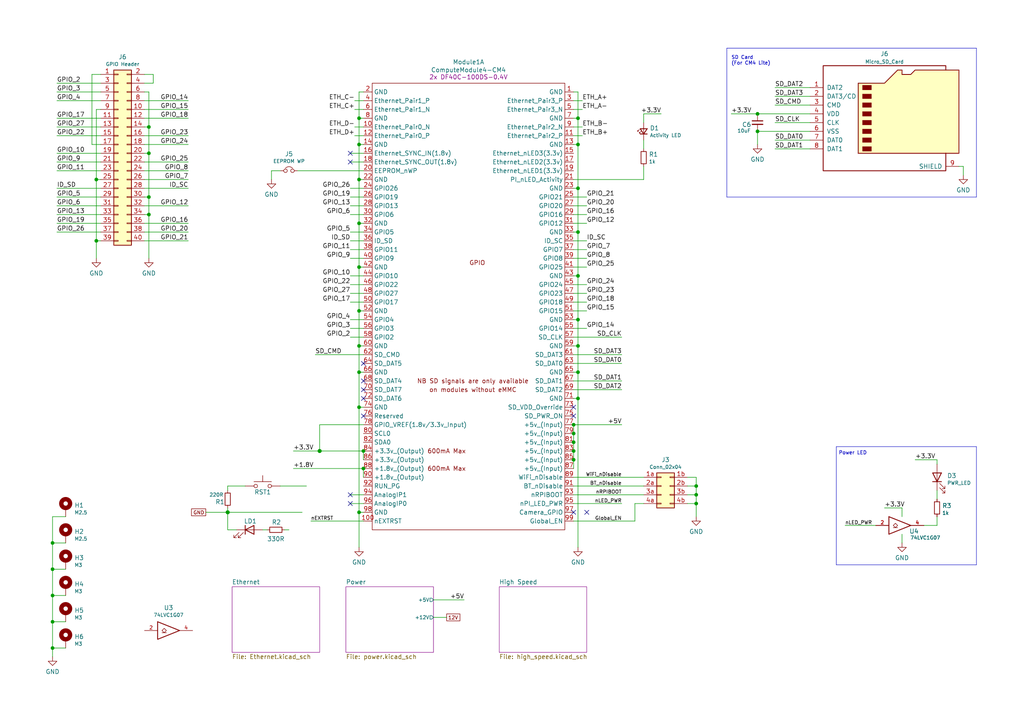
<source format=kicad_sch>
(kicad_sch (version 20210126) (generator eeschema)

  (paper "A4")

  (title_block
    (title "Pi-Fi - Main")
    (date "2021-03-18")
    (rev "2")
    (company "(c) Dennis Kupec 2021")
    (comment 1 "Based on reference designs by Raspberry Pi Foundation")
  )

  (lib_symbols
    (symbol "74xGxx:74LVC1G07" (pin_names (offset 1.016)) (in_bom yes) (on_board yes)
      (property "Reference" "U" (id 0) (at -2.54 3.81 0)
        (effects (font (size 1.27 1.27)))
      )
      (property "Value" "74LVC1G07" (id 1) (at 0 -3.81 0)
        (effects (font (size 1.27 1.27)))
      )
      (property "Footprint" "" (id 2) (at 0 0 0)
        (effects (font (size 1.27 1.27)) hide)
      )
      (property "Datasheet" "http://www.ti.com/lit/sg/scyt129e/scyt129e.pdf" (id 3) (at 0 0 0)
        (effects (font (size 1.27 1.27)) hide)
      )
      (property "ki_keywords" "Single Gate Buff LVC CMOS Open Drain" (id 4) (at 0 0 0)
        (effects (font (size 1.27 1.27)) hide)
      )
      (property "ki_description" "Single Buffer Gate w/ Open Drain, Low-Voltage CMOS" (id 5) (at 0 0 0)
        (effects (font (size 1.27 1.27)) hide)
      )
      (property "ki_fp_filters" "SOT* SG-*" (id 6) (at 0 0 0)
        (effects (font (size 1.27 1.27)) hide)
      )
      (symbol "74LVC1G07_0_1"
        (polyline
          (pts
            (xy -2.54 -0.635)
            (xy -1.27 -0.635)
          )
          (stroke (width 0)) (fill (type none))
        )
        (polyline
          (pts
            (xy -3.81 2.54)
            (xy -3.81 -2.54)
            (xy 2.54 0)
            (xy -3.81 2.54)
          )
          (stroke (width 0.254)) (fill (type none))
        )
        (polyline
          (pts
            (xy -1.905 0.635)
            (xy -2.54 0)
            (xy -1.905 -0.635)
            (xy -1.27 0)
            (xy -1.905 0.635)
          )
          (stroke (width 0)) (fill (type none))
        )
      )
      (symbol "74LVC1G07_1_1"
        (pin input line (at -7.62 0 0) (length 3.81)
          (name "~" (effects (font (size 1.016 1.016))))
          (number "2" (effects (font (size 1.016 1.016))))
        )
        (pin power_in line (at 0 -2.54 270) (length 0) hide
          (name "GND" (effects (font (size 1.016 1.016))))
          (number "3" (effects (font (size 1.016 1.016))))
        )
        (pin open_collector line (at 6.35 0 180) (length 3.81)
          (name "~" (effects (font (size 1.016 1.016))))
          (number "4" (effects (font (size 1.016 1.016))))
        )
        (pin power_in line (at 0 2.54 90) (length 0) hide
          (name "VCC" (effects (font (size 1.016 1.016))))
          (number "5" (effects (font (size 1.016 1.016))))
        )
      )
    )
    (symbol "CM4IO:ComputeModule4-CM4" (in_bom yes) (on_board yes)
      (property "Reference" "Module" (id 0) (at 113.03 -68.58 0)
        (effects (font (size 1.27 1.27)))
      )
      (property "Value" "ComputeModule4-CM4" (id 1) (at 140.97 2.54 0)
        (effects (font (size 1.27 1.27)))
      )
      (property "Footprint" "CM4IO:Raspberry-Pi-4-Compute-Module" (id 2) (at 142.24 -26.67 0)
        (effects (font (size 1.27 1.27)) hide)
      )
      (property "Datasheet" "" (id 3) (at 142.24 -26.67 0)
        (effects (font (size 1.27 1.27)) hide)
      )
      (property "Field4" "Hirose" (id 4) (at 0 0 0)
        (effects (font (size 1.27 1.27)))
      )
      (property "Field5" "2x DF40C-100DS-0.4V" (id 5) (at 0 -2.54 0)
        (effects (font (size 1.27 1.27)))
      )
      (symbol "ComputeModule4-CM4_1_0"
        (text "GPIO" (at 0 6.35 0)
          (effects (font (size 1.27 1.27)))
        )
      )
      (symbol "ComputeModule4-CM4_1_1"
        (text "600mA Max" (at -8.89 -53.34 0)
          (effects (font (size 1.27 1.27)))
        )
        (text "600mA Max" (at -8.89 -48.26 0)
          (effects (font (size 1.27 1.27)))
        )
        (text "NB SD signals are only available" (at -1.27 -27.94 0)
          (effects (font (size 1.27 1.27)))
        )
        (text "on modules without eMMC" (at -1.27 -30.48 0)
          (effects (font (size 1.27 1.27)))
        )
        (rectangle (start -30.48 -71.12) (end 25.4 58.42)
          (stroke (width 0)) (fill (type none))
        )
        (pin power_in line (at 27.94 55.88 180) (length 2.54)
          (name "GND" (effects (font (size 1.27 1.27))))
          (number "1" (effects (font (size 1.27 1.27))))
        )
        (pin passive line (at -33.02 45.72 0) (length 2.54)
          (name "Ethernet_Pair0_N" (effects (font (size 1.27 1.27))))
          (number "10" (effects (font (size 1.27 1.27))))
        )
        (pin output line (at -33.02 -68.58 0) (length 2.54)
          (name "nEXTRST" (effects (font (size 1.27 1.27))))
          (number "100" (effects (font (size 1.27 1.27))))
        )
        (pin passive line (at 27.94 43.18 180) (length 2.54)
          (name "Ethernet_Pair2_P" (effects (font (size 1.27 1.27))))
          (number "11" (effects (font (size 1.27 1.27))))
        )
        (pin passive line (at -33.02 43.18 0) (length 2.54)
          (name "Ethernet_Pair0_P" (effects (font (size 1.27 1.27))))
          (number "12" (effects (font (size 1.27 1.27))))
        )
        (pin power_in line (at 27.94 40.64 180) (length 2.54)
          (name "GND" (effects (font (size 1.27 1.27))))
          (number "13" (effects (font (size 1.27 1.27))))
        )
        (pin power_in line (at -33.02 40.64 0) (length 2.54)
          (name "GND" (effects (font (size 1.27 1.27))))
          (number "14" (effects (font (size 1.27 1.27))))
        )
        (pin output line (at 27.94 38.1 180) (length 2.54)
          (name "Ethernet_nLED3(3.3v)" (effects (font (size 1.27 1.27))))
          (number "15" (effects (font (size 1.27 1.27))))
        )
        (pin input line (at -33.02 38.1 0) (length 2.54)
          (name "Ethernet_SYNC_IN(1.8v)" (effects (font (size 1.27 1.27))))
          (number "16" (effects (font (size 1.27 1.27))))
        )
        (pin output line (at 27.94 35.56 180) (length 2.54)
          (name "Ethernet_nLED2(3.3v)" (effects (font (size 1.27 1.27))))
          (number "17" (effects (font (size 1.27 1.27))))
        )
        (pin input line (at -33.02 35.56 0) (length 2.54)
          (name "Ethernet_SYNC_OUT(1.8v)" (effects (font (size 1.27 1.27))))
          (number "18" (effects (font (size 1.27 1.27))))
        )
        (pin output line (at 27.94 33.02 180) (length 2.54)
          (name "Ethernet_nLED1(3.3v)" (effects (font (size 1.27 1.27))))
          (number "19" (effects (font (size 1.27 1.27))))
        )
        (pin power_in line (at -33.02 55.88 0) (length 2.54)
          (name "GND" (effects (font (size 1.27 1.27))))
          (number "2" (effects (font (size 1.27 1.27))))
        )
        (pin passive line (at -33.02 33.02 0) (length 2.54)
          (name "EEPROM_nWP" (effects (font (size 1.27 1.27))))
          (number "20" (effects (font (size 1.27 1.27))))
        )
        (pin open_collector line (at 27.94 30.48 180) (length 2.54)
          (name "PI_nLED_Activity" (effects (font (size 1.27 1.27))))
          (number "21" (effects (font (size 1.27 1.27))))
        )
        (pin power_in line (at -33.02 30.48 0) (length 2.54)
          (name "GND" (effects (font (size 1.27 1.27))))
          (number "22" (effects (font (size 1.27 1.27))))
        )
        (pin power_in line (at 27.94 27.94 180) (length 2.54)
          (name "GND" (effects (font (size 1.27 1.27))))
          (number "23" (effects (font (size 1.27 1.27))))
        )
        (pin passive line (at -33.02 27.94 0) (length 2.54)
          (name "GPIO26" (effects (font (size 1.27 1.27))))
          (number "24" (effects (font (size 1.27 1.27))))
        )
        (pin passive line (at 27.94 25.4 180) (length 2.54)
          (name "GPIO21" (effects (font (size 1.27 1.27))))
          (number "25" (effects (font (size 1.27 1.27))))
        )
        (pin passive line (at -33.02 25.4 0) (length 2.54)
          (name "GPIO19" (effects (font (size 1.27 1.27))))
          (number "26" (effects (font (size 1.27 1.27))))
        )
        (pin passive line (at 27.94 22.86 180) (length 2.54)
          (name "GPIO20" (effects (font (size 1.27 1.27))))
          (number "27" (effects (font (size 1.27 1.27))))
        )
        (pin passive line (at -33.02 22.86 0) (length 2.54)
          (name "GPIO13" (effects (font (size 1.27 1.27))))
          (number "28" (effects (font (size 1.27 1.27))))
        )
        (pin passive line (at 27.94 20.32 180) (length 2.54)
          (name "GPIO16" (effects (font (size 1.27 1.27))))
          (number "29" (effects (font (size 1.27 1.27))))
        )
        (pin passive line (at 27.94 53.34 180) (length 2.54)
          (name "Ethernet_Pair3_P" (effects (font (size 1.27 1.27))))
          (number "3" (effects (font (size 1.27 1.27))))
        )
        (pin passive line (at -33.02 20.32 0) (length 2.54)
          (name "GPIO6" (effects (font (size 1.27 1.27))))
          (number "30" (effects (font (size 1.27 1.27))))
        )
        (pin passive line (at 27.94 17.78 180) (length 2.54)
          (name "GPIO12" (effects (font (size 1.27 1.27))))
          (number "31" (effects (font (size 1.27 1.27))))
        )
        (pin power_in line (at -33.02 17.78 0) (length 2.54)
          (name "GND" (effects (font (size 1.27 1.27))))
          (number "32" (effects (font (size 1.27 1.27))))
        )
        (pin power_in line (at 27.94 15.24 180) (length 2.54)
          (name "GND" (effects (font (size 1.27 1.27))))
          (number "33" (effects (font (size 1.27 1.27))))
        )
        (pin passive line (at -33.02 15.24 0) (length 2.54)
          (name "GPIO5" (effects (font (size 1.27 1.27))))
          (number "34" (effects (font (size 1.27 1.27))))
        )
        (pin passive line (at 27.94 12.7 180) (length 2.54)
          (name "ID_SC" (effects (font (size 1.27 1.27))))
          (number "35" (effects (font (size 1.27 1.27))))
        )
        (pin passive line (at -33.02 12.7 0) (length 2.54)
          (name "ID_SD" (effects (font (size 1.27 1.27))))
          (number "36" (effects (font (size 1.27 1.27))))
        )
        (pin passive line (at 27.94 10.16 180) (length 2.54)
          (name "GPIO7" (effects (font (size 1.27 1.27))))
          (number "37" (effects (font (size 1.27 1.27))))
        )
        (pin passive line (at -33.02 10.16 0) (length 2.54)
          (name "GPIO11" (effects (font (size 1.27 1.27))))
          (number "38" (effects (font (size 1.27 1.27))))
        )
        (pin passive line (at 27.94 7.62 180) (length 2.54)
          (name "GPIO8" (effects (font (size 1.27 1.27))))
          (number "39" (effects (font (size 1.27 1.27))))
        )
        (pin passive line (at -33.02 53.34 0) (length 2.54)
          (name "Ethernet_Pair1_P" (effects (font (size 1.27 1.27))))
          (number "4" (effects (font (size 1.27 1.27))))
        )
        (pin passive line (at -33.02 7.62 0) (length 2.54)
          (name "GPIO9" (effects (font (size 1.27 1.27))))
          (number "40" (effects (font (size 1.27 1.27))))
        )
        (pin passive line (at 27.94 5.08 180) (length 2.54)
          (name "GPIO25" (effects (font (size 1.27 1.27))))
          (number "41" (effects (font (size 1.27 1.27))))
        )
        (pin power_in line (at -33.02 5.08 0) (length 2.54)
          (name "GND" (effects (font (size 1.27 1.27))))
          (number "42" (effects (font (size 1.27 1.27))))
        )
        (pin power_in line (at 27.94 2.54 180) (length 2.54)
          (name "GND" (effects (font (size 1.27 1.27))))
          (number "43" (effects (font (size 1.27 1.27))))
        )
        (pin passive line (at -33.02 2.54 0) (length 2.54)
          (name "GPIO10" (effects (font (size 1.27 1.27))))
          (number "44" (effects (font (size 1.27 1.27))))
        )
        (pin passive line (at 27.94 0 180) (length 2.54)
          (name "GPIO24" (effects (font (size 1.27 1.27))))
          (number "45" (effects (font (size 1.27 1.27))))
        )
        (pin passive line (at -33.02 0 0) (length 2.54)
          (name "GPIO22" (effects (font (size 1.27 1.27))))
          (number "46" (effects (font (size 1.27 1.27))))
        )
        (pin passive line (at 27.94 -2.54 180) (length 2.54)
          (name "GPIO23" (effects (font (size 1.27 1.27))))
          (number "47" (effects (font (size 1.27 1.27))))
        )
        (pin passive line (at -33.02 -2.54 0) (length 2.54)
          (name "GPIO27" (effects (font (size 1.27 1.27))))
          (number "48" (effects (font (size 1.27 1.27))))
        )
        (pin passive line (at 27.94 -5.08 180) (length 2.54)
          (name "GPIO18" (effects (font (size 1.27 1.27))))
          (number "49" (effects (font (size 1.27 1.27))))
        )
        (pin passive line (at 27.94 50.8 180) (length 2.54)
          (name "Ethernet_Pair3_N" (effects (font (size 1.27 1.27))))
          (number "5" (effects (font (size 1.27 1.27))))
        )
        (pin passive line (at -33.02 -5.08 0) (length 2.54)
          (name "GPIO17" (effects (font (size 1.27 1.27))))
          (number "50" (effects (font (size 1.27 1.27))))
        )
        (pin passive line (at 27.94 -7.62 180) (length 2.54)
          (name "GPIO15" (effects (font (size 1.27 1.27))))
          (number "51" (effects (font (size 1.27 1.27))))
        )
        (pin power_in line (at -33.02 -7.62 0) (length 2.54)
          (name "GND" (effects (font (size 1.27 1.27))))
          (number "52" (effects (font (size 1.27 1.27))))
        )
        (pin power_in line (at 27.94 -10.16 180) (length 2.54)
          (name "GND" (effects (font (size 1.27 1.27))))
          (number "53" (effects (font (size 1.27 1.27))))
        )
        (pin passive line (at -33.02 -10.16 0) (length 2.54)
          (name "GPIO4" (effects (font (size 1.27 1.27))))
          (number "54" (effects (font (size 1.27 1.27))))
        )
        (pin passive line (at 27.94 -12.7 180) (length 2.54)
          (name "GPIO14" (effects (font (size 1.27 1.27))))
          (number "55" (effects (font (size 1.27 1.27))))
        )
        (pin passive line (at -33.02 -12.7 0) (length 2.54)
          (name "GPIO3" (effects (font (size 1.27 1.27))))
          (number "56" (effects (font (size 1.27 1.27))))
        )
        (pin passive line (at 27.94 -15.24 180) (length 2.54)
          (name "SD_CLK" (effects (font (size 1.27 1.27))))
          (number "57" (effects (font (size 1.27 1.27))))
        )
        (pin passive line (at -33.02 -15.24 0) (length 2.54)
          (name "GPIO2" (effects (font (size 1.27 1.27))))
          (number "58" (effects (font (size 1.27 1.27))))
        )
        (pin power_in line (at 27.94 -17.78 180) (length 2.54)
          (name "GND" (effects (font (size 1.27 1.27))))
          (number "59" (effects (font (size 1.27 1.27))))
        )
        (pin passive line (at -33.02 50.8 0) (length 2.54)
          (name "Ethernet_Pair1_N" (effects (font (size 1.27 1.27))))
          (number "6" (effects (font (size 1.27 1.27))))
        )
        (pin power_in line (at -33.02 -17.78 0) (length 2.54)
          (name "GND" (effects (font (size 1.27 1.27))))
          (number "60" (effects (font (size 1.27 1.27))))
        )
        (pin passive line (at 27.94 -20.32 180) (length 2.54)
          (name "SD_DAT3" (effects (font (size 1.27 1.27))))
          (number "61" (effects (font (size 1.27 1.27))))
        )
        (pin passive line (at -33.02 -20.32 0) (length 2.54)
          (name "SD_CMD" (effects (font (size 1.27 1.27))))
          (number "62" (effects (font (size 1.27 1.27))))
        )
        (pin passive line (at 27.94 -22.86 180) (length 2.54)
          (name "SD_DAT0" (effects (font (size 1.27 1.27))))
          (number "63" (effects (font (size 1.27 1.27))))
        )
        (pin passive line (at -33.02 -22.86 0) (length 2.54)
          (name "SD_DAT5" (effects (font (size 1.27 1.27))))
          (number "64" (effects (font (size 1.27 1.27))))
        )
        (pin power_in line (at 27.94 -25.4 180) (length 2.54)
          (name "GND" (effects (font (size 1.27 1.27))))
          (number "65" (effects (font (size 1.27 1.27))))
        )
        (pin power_in line (at -33.02 -25.4 0) (length 2.54)
          (name "GND" (effects (font (size 1.27 1.27))))
          (number "66" (effects (font (size 1.27 1.27))))
        )
        (pin passive line (at 27.94 -27.94 180) (length 2.54)
          (name "SD_DAT1" (effects (font (size 1.27 1.27))))
          (number "67" (effects (font (size 1.27 1.27))))
        )
        (pin passive line (at -33.02 -27.94 0) (length 2.54)
          (name "SD_DAT4" (effects (font (size 1.27 1.27))))
          (number "68" (effects (font (size 1.27 1.27))))
        )
        (pin passive line (at 27.94 -30.48 180) (length 2.54)
          (name "SD_DAT2" (effects (font (size 1.27 1.27))))
          (number "69" (effects (font (size 1.27 1.27))))
        )
        (pin power_in line (at 27.94 48.26 180) (length 2.54)
          (name "GND" (effects (font (size 1.27 1.27))))
          (number "7" (effects (font (size 1.27 1.27))))
        )
        (pin passive line (at -33.02 -30.48 0) (length 2.54)
          (name "SD_DAT7" (effects (font (size 1.27 1.27))))
          (number "70" (effects (font (size 1.27 1.27))))
        )
        (pin power_in line (at 27.94 -33.02 180) (length 2.54)
          (name "GND" (effects (font (size 1.27 1.27))))
          (number "71" (effects (font (size 1.27 1.27))))
        )
        (pin passive line (at -33.02 -33.02 0) (length 2.54)
          (name "SD_DAT6" (effects (font (size 1.27 1.27))))
          (number "72" (effects (font (size 1.27 1.27))))
        )
        (pin input line (at 27.94 -35.56 180) (length 2.54)
          (name "SD_VDD_Override" (effects (font (size 1.27 1.27))))
          (number "73" (effects (font (size 1.27 1.27))))
        )
        (pin power_in line (at -33.02 -35.56 0) (length 2.54)
          (name "GND" (effects (font (size 1.27 1.27))))
          (number "74" (effects (font (size 1.27 1.27))))
        )
        (pin output line (at 27.94 -38.1 180) (length 2.54)
          (name "SD_PWR_ON" (effects (font (size 1.27 1.27))))
          (number "75" (effects (font (size 1.27 1.27))))
        )
        (pin passive line (at -33.02 -38.1 0) (length 2.54)
          (name "Reserved" (effects (font (size 1.27 1.27))))
          (number "76" (effects (font (size 1.27 1.27))))
        )
        (pin power_in line (at 27.94 -40.64 180) (length 2.54)
          (name "+5v_(Input)" (effects (font (size 1.27 1.27))))
          (number "77" (effects (font (size 1.27 1.27))))
        )
        (pin power_in line (at -33.02 -40.64 0) (length 2.54)
          (name "GPIO_VREF(1.8v/3.3v_Input)" (effects (font (size 1.27 1.27))))
          (number "78" (effects (font (size 1.27 1.27))))
        )
        (pin power_in line (at 27.94 -43.18 180) (length 2.54)
          (name "+5v_(Input)" (effects (font (size 1.27 1.27))))
          (number "79" (effects (font (size 1.27 1.27))))
        )
        (pin power_in line (at -33.02 48.26 0) (length 2.54)
          (name "GND" (effects (font (size 1.27 1.27))))
          (number "8" (effects (font (size 1.27 1.27))))
        )
        (pin passive line (at -33.02 -43.18 0) (length 2.54)
          (name "SCL0" (effects (font (size 1.27 1.27))))
          (number "80" (effects (font (size 1.27 1.27))))
        )
        (pin power_in line (at 27.94 -45.72 180) (length 2.54)
          (name "+5v_(Input)" (effects (font (size 1.27 1.27))))
          (number "81" (effects (font (size 1.27 1.27))))
        )
        (pin passive line (at -33.02 -45.72 0) (length 2.54)
          (name "SDA0" (effects (font (size 1.27 1.27))))
          (number "82" (effects (font (size 1.27 1.27))))
        )
        (pin power_in line (at 27.94 -48.26 180) (length 2.54)
          (name "+5v_(Input)" (effects (font (size 1.27 1.27))))
          (number "83" (effects (font (size 1.27 1.27))))
        )
        (pin power_out line (at -33.02 -48.26 0) (length 2.54)
          (name "+3.3v_(Output)" (effects (font (size 1.27 1.27))))
          (number "84" (effects (font (size 1.27 1.27))))
        )
        (pin power_in line (at 27.94 -50.8 180) (length 2.54)
          (name "+5v_(Input)" (effects (font (size 1.27 1.27))))
          (number "85" (effects (font (size 1.27 1.27))))
        )
        (pin power_out line (at -33.02 -50.8 0) (length 2.54)
          (name "+3.3v_(Output)" (effects (font (size 1.27 1.27))))
          (number "86" (effects (font (size 1.27 1.27))))
        )
        (pin power_in line (at 27.94 -53.34 180) (length 2.54)
          (name "+5v_(Input)" (effects (font (size 1.27 1.27))))
          (number "87" (effects (font (size 1.27 1.27))))
        )
        (pin power_out line (at -33.02 -53.34 0) (length 2.54)
          (name "+1.8v_(Output)" (effects (font (size 1.27 1.27))))
          (number "88" (effects (font (size 1.27 1.27))))
        )
        (pin power_in line (at 27.94 -55.88 180) (length 2.54)
          (name "WiFi_nDisable" (effects (font (size 1.27 1.27))))
          (number "89" (effects (font (size 1.27 1.27))))
        )
        (pin passive line (at 27.94 45.72 180) (length 2.54)
          (name "Ethernet_Pair2_N" (effects (font (size 1.27 1.27))))
          (number "9" (effects (font (size 1.27 1.27))))
        )
        (pin power_out line (at -33.02 -55.88 0) (length 2.54)
          (name "+1.8v_(Output)" (effects (font (size 1.27 1.27))))
          (number "90" (effects (font (size 1.27 1.27))))
        )
        (pin power_in line (at 27.94 -58.42 180) (length 2.54)
          (name "BT_nDisable" (effects (font (size 1.27 1.27))))
          (number "91" (effects (font (size 1.27 1.27))))
        )
        (pin passive line (at -33.02 -58.42 0) (length 2.54)
          (name "RUN_PG" (effects (font (size 1.27 1.27))))
          (number "92" (effects (font (size 1.27 1.27))))
        )
        (pin input line (at 27.94 -60.96 180) (length 2.54)
          (name "nRPIBOOT" (effects (font (size 1.27 1.27))))
          (number "93" (effects (font (size 1.27 1.27))))
        )
        (pin passive line (at -33.02 -60.96 0) (length 2.54)
          (name "AnalogIP1" (effects (font (size 1.27 1.27))))
          (number "94" (effects (font (size 1.27 1.27))))
        )
        (pin output line (at 27.94 -63.5 180) (length 2.54)
          (name "nPI_LED_PWR" (effects (font (size 1.27 1.27))))
          (number "95" (effects (font (size 1.27 1.27))))
        )
        (pin passive line (at -33.02 -63.5 0) (length 2.54)
          (name "AnalogIP0" (effects (font (size 1.27 1.27))))
          (number "96" (effects (font (size 1.27 1.27))))
        )
        (pin passive line (at 27.94 -66.04 180) (length 2.54)
          (name "Camera_GPIO" (effects (font (size 1.27 1.27))))
          (number "97" (effects (font (size 1.27 1.27))))
        )
        (pin power_in line (at -33.02 -66.04 0) (length 2.54)
          (name "GND" (effects (font (size 1.27 1.27))))
          (number "98" (effects (font (size 1.27 1.27))))
        )
        (pin input line (at 27.94 -68.58 180) (length 2.54)
          (name "Global_EN" (effects (font (size 1.27 1.27))))
          (number "99" (effects (font (size 1.27 1.27))))
        )
      )
      (symbol "ComputeModule4-CM4_2_1"
        (text "High Speed Serial" (at 140.97 0 0)
          (effects (font (size 1.27 1.27)))
        )
        (rectangle (start 114.3 -66.04) (end 165.1 63.5)
          (stroke (width 0)) (fill (type none))
        )
        (pin input line (at 170.18 60.96 180) (length 5.08)
          (name "USB_OTG_ID" (effects (font (size 1.27 1.27))))
          (number "101" (effects (font (size 1.27 1.27))))
        )
        (pin input line (at 109.22 60.96 0) (length 5.08)
          (name "PCIe_CLK_nREQ" (effects (font (size 1.27 1.27))))
          (number "102" (effects (font (size 1.27 1.27))))
        )
        (pin passive line (at 170.18 58.42 180) (length 5.08)
          (name "USB2_N" (effects (font (size 1.27 1.27))))
          (number "103" (effects (font (size 1.27 1.27))))
        )
        (pin passive line (at 109.22 58.42 0) (length 5.08)
          (name "Reserved" (effects (font (size 1.27 1.27))))
          (number "104" (effects (font (size 1.27 1.27))))
        )
        (pin passive line (at 170.18 55.88 180) (length 5.08)
          (name "USB2_P" (effects (font (size 1.27 1.27))))
          (number "105" (effects (font (size 1.27 1.27))))
        )
        (pin passive line (at 109.22 55.88 0) (length 5.08)
          (name "Reserved" (effects (font (size 1.27 1.27))))
          (number "106" (effects (font (size 1.27 1.27))))
        )
        (pin power_in line (at 170.18 53.34 180) (length 5.08)
          (name "GND" (effects (font (size 1.27 1.27))))
          (number "107" (effects (font (size 1.27 1.27))))
        )
        (pin power_in line (at 109.22 53.34 0) (length 5.08)
          (name "GND" (effects (font (size 1.27 1.27))))
          (number "108" (effects (font (size 1.27 1.27))))
        )
        (pin bidirectional line (at 170.18 50.8 180) (length 5.08)
          (name "PCIe_nRST" (effects (font (size 1.27 1.27))))
          (number "109" (effects (font (size 1.27 1.27))))
        )
        (pin output line (at 109.22 50.8 0) (length 5.08)
          (name "PCIe_CLK_P" (effects (font (size 1.27 1.27))))
          (number "110" (effects (font (size 1.27 1.27))))
        )
        (pin passive line (at 170.18 48.26 180) (length 5.08)
          (name "VDAC_COMP" (effects (font (size 1.27 1.27))))
          (number "111" (effects (font (size 1.27 1.27))))
        )
        (pin output line (at 109.22 48.26 0) (length 5.08)
          (name "PCIe_CLK_N" (effects (font (size 1.27 1.27))))
          (number "112" (effects (font (size 1.27 1.27))))
        )
        (pin power_in line (at 170.18 45.72 180) (length 5.08)
          (name "GND" (effects (font (size 1.27 1.27))))
          (number "113" (effects (font (size 1.27 1.27))))
        )
        (pin power_in line (at 109.22 45.72 0) (length 5.08)
          (name "GND" (effects (font (size 1.27 1.27))))
          (number "114" (effects (font (size 1.27 1.27))))
        )
        (pin input line (at 170.18 43.18 180) (length 5.08)
          (name "CAM1_D0_N" (effects (font (size 1.27 1.27))))
          (number "115" (effects (font (size 1.27 1.27))))
        )
        (pin input line (at 109.22 43.18 0) (length 5.08)
          (name "PCIe_RX_P" (effects (font (size 1.27 1.27))))
          (number "116" (effects (font (size 1.27 1.27))))
        )
        (pin input line (at 170.18 40.64 180) (length 5.08)
          (name "CAM1_D0_P" (effects (font (size 1.27 1.27))))
          (number "117" (effects (font (size 1.27 1.27))))
        )
        (pin input line (at 109.22 40.64 0) (length 5.08)
          (name "PCIe_RX_N" (effects (font (size 1.27 1.27))))
          (number "118" (effects (font (size 1.27 1.27))))
        )
        (pin power_in line (at 170.18 38.1 180) (length 5.08)
          (name "GND" (effects (font (size 1.27 1.27))))
          (number "119" (effects (font (size 1.27 1.27))))
        )
        (pin power_in line (at 109.22 38.1 0) (length 5.08)
          (name "GND" (effects (font (size 1.27 1.27))))
          (number "120" (effects (font (size 1.27 1.27))))
        )
        (pin input line (at 170.18 35.56 180) (length 5.08)
          (name "CAM1_D1_N" (effects (font (size 1.27 1.27))))
          (number "121" (effects (font (size 1.27 1.27))))
        )
        (pin output line (at 109.22 35.56 0) (length 5.08)
          (name "PCIe_TX_P" (effects (font (size 1.27 1.27))))
          (number "122" (effects (font (size 1.27 1.27))))
        )
        (pin input line (at 170.18 33.02 180) (length 5.08)
          (name "CAM1_D1_P" (effects (font (size 1.27 1.27))))
          (number "123" (effects (font (size 1.27 1.27))))
        )
        (pin output line (at 109.22 33.02 0) (length 5.08)
          (name "PCIe_TX_N" (effects (font (size 1.27 1.27))))
          (number "124" (effects (font (size 1.27 1.27))))
        )
        (pin power_in line (at 170.18 30.48 180) (length 5.08)
          (name "GND" (effects (font (size 1.27 1.27))))
          (number "125" (effects (font (size 1.27 1.27))))
        )
        (pin power_in line (at 109.22 30.48 0) (length 5.08)
          (name "GND" (effects (font (size 1.27 1.27))))
          (number "126" (effects (font (size 1.27 1.27))))
        )
        (pin input line (at 170.18 27.94 180) (length 5.08)
          (name "CAM1_C_N" (effects (font (size 1.27 1.27))))
          (number "127" (effects (font (size 1.27 1.27))))
        )
        (pin input line (at 109.22 27.94 0) (length 5.08)
          (name "CAM0_D0_N" (effects (font (size 1.27 1.27))))
          (number "128" (effects (font (size 1.27 1.27))))
        )
        (pin input line (at 170.18 25.4 180) (length 5.08)
          (name "CAM1_C_P" (effects (font (size 1.27 1.27))))
          (number "129" (effects (font (size 1.27 1.27))))
        )
        (pin input line (at 109.22 25.4 0) (length 5.08)
          (name "CAM0_D0_P" (effects (font (size 1.27 1.27))))
          (number "130" (effects (font (size 1.27 1.27))))
        )
        (pin power_in line (at 170.18 22.86 180) (length 5.08)
          (name "GND" (effects (font (size 1.27 1.27))))
          (number "131" (effects (font (size 1.27 1.27))))
        )
        (pin power_in line (at 109.22 22.86 0) (length 5.08)
          (name "GND" (effects (font (size 1.27 1.27))))
          (number "132" (effects (font (size 1.27 1.27))))
        )
        (pin input line (at 170.18 20.32 180) (length 5.08)
          (name "CAM1_D2_N" (effects (font (size 1.27 1.27))))
          (number "133" (effects (font (size 1.27 1.27))))
        )
        (pin input line (at 109.22 20.32 0) (length 5.08)
          (name "CAM0_D1_N" (effects (font (size 1.27 1.27))))
          (number "134" (effects (font (size 1.27 1.27))))
        )
        (pin input line (at 170.18 17.78 180) (length 5.08)
          (name "CAM1_D2_P" (effects (font (size 1.27 1.27))))
          (number "135" (effects (font (size 1.27 1.27))))
        )
        (pin input line (at 109.22 17.78 0) (length 5.08)
          (name "CAM0_D1_P" (effects (font (size 1.27 1.27))))
          (number "136" (effects (font (size 1.27 1.27))))
        )
        (pin power_in line (at 170.18 15.24 180) (length 5.08)
          (name "GND" (effects (font (size 1.27 1.27))))
          (number "137" (effects (font (size 1.27 1.27))))
        )
        (pin power_in line (at 109.22 15.24 0) (length 5.08)
          (name "GND" (effects (font (size 1.27 1.27))))
          (number "138" (effects (font (size 1.27 1.27))))
        )
        (pin input line (at 170.18 12.7 180) (length 5.08)
          (name "CAM1_D3_N" (effects (font (size 1.27 1.27))))
          (number "139" (effects (font (size 1.27 1.27))))
        )
        (pin input line (at 109.22 12.7 0) (length 5.08)
          (name "CAM0_C_N" (effects (font (size 1.27 1.27))))
          (number "140" (effects (font (size 1.27 1.27))))
        )
        (pin input line (at 170.18 10.16 180) (length 5.08)
          (name "CAM1_D3_P" (effects (font (size 1.27 1.27))))
          (number "141" (effects (font (size 1.27 1.27))))
        )
        (pin input line (at 109.22 10.16 0) (length 5.08)
          (name "CAM0_C_P" (effects (font (size 1.27 1.27))))
          (number "142" (effects (font (size 1.27 1.27))))
        )
        (pin input line (at 170.18 7.62 180) (length 5.08)
          (name "HDMI1_HOTPLUG" (effects (font (size 1.27 1.27))))
          (number "143" (effects (font (size 1.27 1.27))))
        )
        (pin power_in line (at 109.22 7.62 0) (length 5.08)
          (name "GND" (effects (font (size 1.27 1.27))))
          (number "144" (effects (font (size 1.27 1.27))))
        )
        (pin bidirectional line (at 170.18 5.08 180) (length 5.08)
          (name "HDMI1_SDA" (effects (font (size 1.27 1.27))))
          (number "145" (effects (font (size 1.27 1.27))))
        )
        (pin output line (at 109.22 5.08 0) (length 5.08)
          (name "HDMI1_TX2_P" (effects (font (size 1.27 1.27))))
          (number "146" (effects (font (size 1.27 1.27))))
        )
        (pin open_collector line (at 170.18 2.54 180) (length 5.08)
          (name "HDMI1_SCL" (effects (font (size 1.27 1.27))))
          (number "147" (effects (font (size 1.27 1.27))))
        )
        (pin output line (at 109.22 2.54 0) (length 5.08)
          (name "HDMI1_TX2_N" (effects (font (size 1.27 1.27))))
          (number "148" (effects (font (size 1.27 1.27))))
        )
        (pin open_collector line (at 170.18 0 180) (length 5.08)
          (name "HDMI1_CEC" (effects (font (size 1.27 1.27))))
          (number "149" (effects (font (size 1.27 1.27))))
        )
        (pin power_in line (at 109.22 0 0) (length 5.08)
          (name "GND" (effects (font (size 1.27 1.27))))
          (number "150" (effects (font (size 1.27 1.27))))
        )
        (pin open_collector line (at 170.18 -2.54 180) (length 5.08)
          (name "HDMI0_CEC" (effects (font (size 1.27 1.27))))
          (number "151" (effects (font (size 1.27 1.27))))
        )
        (pin output line (at 109.22 -2.54 0) (length 5.08)
          (name "HDMI1_TX1_P" (effects (font (size 1.27 1.27))))
          (number "152" (effects (font (size 1.27 1.27))))
        )
        (pin input line (at 170.18 -5.08 180) (length 5.08)
          (name "HDMI0_HOTPLUG" (effects (font (size 1.27 1.27))))
          (number "153" (effects (font (size 1.27 1.27))))
        )
        (pin output line (at 109.22 -5.08 0) (length 5.08)
          (name "HDMI1_TX1_N" (effects (font (size 1.27 1.27))))
          (number "154" (effects (font (size 1.27 1.27))))
        )
        (pin power_in line (at 170.18 -7.62 180) (length 5.08)
          (name "GND" (effects (font (size 1.27 1.27))))
          (number "155" (effects (font (size 1.27 1.27))))
        )
        (pin power_in line (at 109.22 -7.62 0) (length 5.08)
          (name "GND" (effects (font (size 1.27 1.27))))
          (number "156" (effects (font (size 1.27 1.27))))
        )
        (pin output line (at 170.18 -10.16 180) (length 5.08)
          (name "DSI0_D0_N" (effects (font (size 1.27 1.27))))
          (number "157" (effects (font (size 1.27 1.27))))
        )
        (pin output line (at 109.22 -10.16 0) (length 5.08)
          (name "HDMI1_TX0_P" (effects (font (size 1.27 1.27))))
          (number "158" (effects (font (size 1.27 1.27))))
        )
        (pin output line (at 170.18 -12.7 180) (length 5.08)
          (name "DSI0_D0_P" (effects (font (size 1.27 1.27))))
          (number "159" (effects (font (size 1.27 1.27))))
        )
        (pin output line (at 109.22 -12.7 0) (length 5.08)
          (name "HDMI1_TX0_N" (effects (font (size 1.27 1.27))))
          (number "160" (effects (font (size 1.27 1.27))))
        )
        (pin power_in line (at 170.18 -15.24 180) (length 5.08)
          (name "GND" (effects (font (size 1.27 1.27))))
          (number "161" (effects (font (size 1.27 1.27))))
        )
        (pin power_in line (at 109.22 -15.24 0) (length 5.08)
          (name "GND" (effects (font (size 1.27 1.27))))
          (number "162" (effects (font (size 1.27 1.27))))
        )
        (pin output line (at 170.18 -17.78 180) (length 5.08)
          (name "DSI0_D1_N" (effects (font (size 1.27 1.27))))
          (number "163" (effects (font (size 1.27 1.27))))
        )
        (pin output line (at 109.22 -17.78 0) (length 5.08)
          (name "HDMI1_CLK_P" (effects (font (size 1.27 1.27))))
          (number "164" (effects (font (size 1.27 1.27))))
        )
        (pin output line (at 170.18 -20.32 180) (length 5.08)
          (name "DSI0_D1_P" (effects (font (size 1.27 1.27))))
          (number "165" (effects (font (size 1.27 1.27))))
        )
        (pin output line (at 109.22 -20.32 0) (length 5.08)
          (name "HDMI1_CLK_N" (effects (font (size 1.27 1.27))))
          (number "166" (effects (font (size 1.27 1.27))))
        )
        (pin power_in line (at 170.18 -22.86 180) (length 5.08)
          (name "GND" (effects (font (size 1.27 1.27))))
          (number "167" (effects (font (size 1.27 1.27))))
        )
        (pin power_in line (at 109.22 -22.86 0) (length 5.08)
          (name "GND" (effects (font (size 1.27 1.27))))
          (number "168" (effects (font (size 1.27 1.27))))
        )
        (pin output line (at 170.18 -25.4 180) (length 5.08)
          (name "DSI0_C_N" (effects (font (size 1.27 1.27))))
          (number "169" (effects (font (size 1.27 1.27))))
        )
        (pin output line (at 109.22 -25.4 0) (length 5.08)
          (name "HDMI0_TX2_P" (effects (font (size 1.27 1.27))))
          (number "170" (effects (font (size 1.27 1.27))))
        )
        (pin output line (at 170.18 -27.94 180) (length 5.08)
          (name "DSI0_C_P" (effects (font (size 1.27 1.27))))
          (number "171" (effects (font (size 1.27 1.27))))
        )
        (pin output line (at 109.22 -27.94 0) (length 5.08)
          (name "HDMI0_TX2_N" (effects (font (size 1.27 1.27))))
          (number "172" (effects (font (size 1.27 1.27))))
        )
        (pin power_in line (at 170.18 -30.48 180) (length 5.08)
          (name "GND" (effects (font (size 1.27 1.27))))
          (number "173" (effects (font (size 1.27 1.27))))
        )
        (pin power_in line (at 109.22 -30.48 0) (length 5.08)
          (name "GND" (effects (font (size 1.27 1.27))))
          (number "174" (effects (font (size 1.27 1.27))))
        )
        (pin output line (at 170.18 -33.02 180) (length 5.08)
          (name "DSI1_D0_N" (effects (font (size 1.27 1.27))))
          (number "175" (effects (font (size 1.27 1.27))))
        )
        (pin output line (at 109.22 -33.02 0) (length 5.08)
          (name "HDMI0_TX1_P" (effects (font (size 1.27 1.27))))
          (number "176" (effects (font (size 1.27 1.27))))
        )
        (pin output line (at 170.18 -35.56 180) (length 5.08)
          (name "DSI1_D0_P" (effects (font (size 1.27 1.27))))
          (number "177" (effects (font (size 1.27 1.27))))
        )
        (pin output line (at 109.22 -35.56 0) (length 5.08)
          (name "HDMI0_TX1_N" (effects (font (size 1.27 1.27))))
          (number "178" (effects (font (size 1.27 1.27))))
        )
        (pin power_in line (at 170.18 -38.1 180) (length 5.08)
          (name "GND" (effects (font (size 1.27 1.27))))
          (number "179" (effects (font (size 1.27 1.27))))
        )
        (pin power_in line (at 109.22 -38.1 0) (length 5.08)
          (name "GND" (effects (font (size 1.27 1.27))))
          (number "180" (effects (font (size 1.27 1.27))))
        )
        (pin output line (at 170.18 -40.64 180) (length 5.08)
          (name "DSI1_D1_N" (effects (font (size 1.27 1.27))))
          (number "181" (effects (font (size 1.27 1.27))))
        )
        (pin output line (at 109.22 -40.64 0) (length 5.08)
          (name "HDMI0_TX0_P" (effects (font (size 1.27 1.27))))
          (number "182" (effects (font (size 1.27 1.27))))
        )
        (pin output line (at 170.18 -43.18 180) (length 5.08)
          (name "DSI1_D1_P" (effects (font (size 1.27 1.27))))
          (number "183" (effects (font (size 1.27 1.27))))
        )
        (pin output line (at 109.22 -43.18 0) (length 5.08)
          (name "HDMI0_TX0_N" (effects (font (size 1.27 1.27))))
          (number "184" (effects (font (size 1.27 1.27))))
        )
        (pin power_in line (at 170.18 -45.72 180) (length 5.08)
          (name "GND" (effects (font (size 1.27 1.27))))
          (number "185" (effects (font (size 1.27 1.27))))
        )
        (pin power_in line (at 109.22 -45.72 0) (length 5.08)
          (name "GND" (effects (font (size 1.27 1.27))))
          (number "186" (effects (font (size 1.27 1.27))))
        )
        (pin output line (at 170.18 -48.26 180) (length 5.08)
          (name "DSI1_C_N" (effects (font (size 1.27 1.27))))
          (number "187" (effects (font (size 1.27 1.27))))
        )
        (pin output line (at 109.22 -48.26 0) (length 5.08)
          (name "HDMI0_CLK_P" (effects (font (size 1.27 1.27))))
          (number "188" (effects (font (size 1.27 1.27))))
        )
        (pin output line (at 170.18 -50.8 180) (length 5.08)
          (name "DSI1_C_P" (effects (font (size 1.27 1.27))))
          (number "189" (effects (font (size 1.27 1.27))))
        )
        (pin output line (at 109.22 -50.8 0) (length 5.08)
          (name "HDMI0_CLK_N" (effects (font (size 1.27 1.27))))
          (number "190" (effects (font (size 1.27 1.27))))
        )
        (pin power_in line (at 170.18 -53.34 180) (length 5.08)
          (name "GND" (effects (font (size 1.27 1.27))))
          (number "191" (effects (font (size 1.27 1.27))))
        )
        (pin power_in line (at 109.22 -53.34 0) (length 5.08)
          (name "GND" (effects (font (size 1.27 1.27))))
          (number "192" (effects (font (size 1.27 1.27))))
        )
        (pin output line (at 170.18 -55.88 180) (length 5.08)
          (name "DSI1_D2_N" (effects (font (size 1.27 1.27))))
          (number "193" (effects (font (size 1.27 1.27))))
        )
        (pin output line (at 109.22 -55.88 0) (length 5.08)
          (name "DSI1_D3_N" (effects (font (size 1.27 1.27))))
          (number "194" (effects (font (size 1.27 1.27))))
        )
        (pin output line (at 170.18 -58.42 180) (length 5.08)
          (name "DSI1_D2_P" (effects (font (size 1.27 1.27))))
          (number "195" (effects (font (size 1.27 1.27))))
        )
        (pin output line (at 109.22 -58.42 0) (length 5.08)
          (name "DSI1_D3_P" (effects (font (size 1.27 1.27))))
          (number "196" (effects (font (size 1.27 1.27))))
        )
        (pin power_in line (at 170.18 -60.96 180) (length 5.08)
          (name "GND" (effects (font (size 1.27 1.27))))
          (number "197" (effects (font (size 1.27 1.27))))
        )
        (pin power_in line (at 109.22 -60.96 0) (length 5.08)
          (name "GND" (effects (font (size 1.27 1.27))))
          (number "198" (effects (font (size 1.27 1.27))))
        )
        (pin bidirectional line (at 170.18 -63.5 180) (length 5.08)
          (name "HDMI0_SDA" (effects (font (size 1.27 1.27))))
          (number "199" (effects (font (size 1.27 1.27))))
        )
        (pin open_collector line (at 109.22 -63.5 0) (length 5.08)
          (name "HDMI0_SCL" (effects (font (size 1.27 1.27))))
          (number "200" (effects (font (size 1.27 1.27))))
        )
      )
    )
    (symbol "Connector:Micro_SD_Card" (pin_names (offset 1.016)) (in_bom yes) (on_board yes)
      (property "Reference" "J" (id 0) (at -16.51 15.24 0)
        (effects (font (size 1.27 1.27)))
      )
      (property "Value" "Micro_SD_Card" (id 1) (at 16.51 15.24 0)
        (effects (font (size 1.27 1.27)) (justify right))
      )
      (property "Footprint" "" (id 2) (at 29.21 7.62 0)
        (effects (font (size 1.27 1.27)) hide)
      )
      (property "Datasheet" "http://katalog.we-online.de/em/datasheet/693072010801.pdf" (id 3) (at 0 0 0)
        (effects (font (size 1.27 1.27)) hide)
      )
      (property "ki_keywords" "connector SD microsd" (id 4) (at 0 0 0)
        (effects (font (size 1.27 1.27)) hide)
      )
      (property "ki_description" "Micro SD Card Socket" (id 5) (at 0 0 0)
        (effects (font (size 1.27 1.27)) hide)
      )
      (property "ki_fp_filters" "microSD*" (id 6) (at 0 0 0)
        (effects (font (size 1.27 1.27)) hide)
      )
      (symbol "Micro_SD_Card_0_1"
        (rectangle (start -7.62 -9.525) (end -5.08 -10.795)
          (stroke (width 0)) (fill (type outline))
        )
        (rectangle (start -7.62 -6.985) (end -5.08 -8.255)
          (stroke (width 0)) (fill (type outline))
        )
        (rectangle (start -7.62 -4.445) (end -5.08 -5.715)
          (stroke (width 0)) (fill (type outline))
        )
        (rectangle (start -7.62 -1.905) (end -5.08 -3.175)
          (stroke (width 0)) (fill (type outline))
        )
        (rectangle (start -7.62 0.635) (end -5.08 -0.635)
          (stroke (width 0)) (fill (type outline))
        )
        (rectangle (start -7.62 3.175) (end -5.08 1.905)
          (stroke (width 0)) (fill (type outline))
        )
        (rectangle (start -7.62 5.715) (end -5.08 4.445)
          (stroke (width 0)) (fill (type outline))
        )
        (rectangle (start -7.62 8.255) (end -5.08 6.985)
          (stroke (width 0)) (fill (type outline))
        )
        (polyline
          (pts
            (xy 16.51 12.7)
            (xy 16.51 13.97)
            (xy -19.05 13.97)
            (xy -19.05 -16.51)
            (xy 16.51 -16.51)
            (xy 16.51 -11.43)
          )
          (stroke (width 0.254)) (fill (type none))
        )
        (polyline
          (pts
            (xy -8.89 -11.43)
            (xy -8.89 8.89)
            (xy -1.27 8.89)
            (xy 2.54 12.7)
            (xy 3.81 12.7)
            (xy 3.81 11.43)
            (xy 6.35 11.43)
            (xy 7.62 12.7)
            (xy 20.32 12.7)
            (xy 20.32 -11.43)
            (xy -8.89 -11.43)
          )
          (stroke (width 0.254)) (fill (type background))
        )
      )
      (symbol "Micro_SD_Card_1_1"
        (pin bidirectional line (at -22.86 7.62 0) (length 3.81)
          (name "DAT2" (effects (font (size 1.27 1.27))))
          (number "1" (effects (font (size 1.27 1.27))))
        )
        (pin bidirectional line (at -22.86 5.08 0) (length 3.81)
          (name "DAT3/CD" (effects (font (size 1.27 1.27))))
          (number "2" (effects (font (size 1.27 1.27))))
        )
        (pin input line (at -22.86 2.54 0) (length 3.81)
          (name "CMD" (effects (font (size 1.27 1.27))))
          (number "3" (effects (font (size 1.27 1.27))))
        )
        (pin power_in line (at -22.86 0 0) (length 3.81)
          (name "VDD" (effects (font (size 1.27 1.27))))
          (number "4" (effects (font (size 1.27 1.27))))
        )
        (pin input line (at -22.86 -2.54 0) (length 3.81)
          (name "CLK" (effects (font (size 1.27 1.27))))
          (number "5" (effects (font (size 1.27 1.27))))
        )
        (pin power_in line (at -22.86 -5.08 0) (length 3.81)
          (name "VSS" (effects (font (size 1.27 1.27))))
          (number "6" (effects (font (size 1.27 1.27))))
        )
        (pin bidirectional line (at -22.86 -7.62 0) (length 3.81)
          (name "DAT0" (effects (font (size 1.27 1.27))))
          (number "7" (effects (font (size 1.27 1.27))))
        )
        (pin bidirectional line (at -22.86 -10.16 0) (length 3.81)
          (name "DAT1" (effects (font (size 1.27 1.27))))
          (number "8" (effects (font (size 1.27 1.27))))
        )
        (pin passive line (at 20.32 -15.24 180) (length 3.81)
          (name "SHIELD" (effects (font (size 1.27 1.27))))
          (number "9" (effects (font (size 1.27 1.27))))
        )
      )
    )
    (symbol "Connector_Generic:Conn_02x04_Row_Letter_Last" (pin_names (offset 1.016) hide) (in_bom yes) (on_board yes)
      (property "Reference" "J" (id 0) (at 1.27 5.08 0)
        (effects (font (size 1.27 1.27)))
      )
      (property "Value" "Conn_02x04_Row_Letter_Last" (id 1) (at 1.27 -7.62 0)
        (effects (font (size 1.27 1.27)))
      )
      (property "Footprint" "" (id 2) (at 0 0 0)
        (effects (font (size 1.27 1.27)) hide)
      )
      (property "Datasheet" "~" (id 3) (at 0 0 0)
        (effects (font (size 1.27 1.27)) hide)
      )
      (property "ki_keywords" "connector" (id 4) (at 0 0 0)
        (effects (font (size 1.27 1.27)) hide)
      )
      (property "ki_description" "Generic connector, double row, 02x04, row letter last pin numbering scheme (pin number consists of a letter for the row and a number for the pin index in this row. 1a, ..., Na; 1b, ..., Nb)), script generated (kicad-library-utils/schlib/autogen/connector/)" (id 5) (at 0 0 0)
        (effects (font (size 1.27 1.27)) hide)
      )
      (property "ki_fp_filters" "Connector*:*_2x??_*" (id 6) (at 0 0 0)
        (effects (font (size 1.27 1.27)) hide)
      )
      (symbol "Conn_02x04_Row_Letter_Last_1_1"
        (rectangle (start -1.27 -4.953) (end 0 -5.207)
          (stroke (width 0.1524)) (fill (type none))
        )
        (rectangle (start -1.27 -2.413) (end 0 -2.667)
          (stroke (width 0.1524)) (fill (type none))
        )
        (rectangle (start -1.27 0.127) (end 0 -0.127)
          (stroke (width 0.1524)) (fill (type none))
        )
        (rectangle (start -1.27 2.667) (end 0 2.413)
          (stroke (width 0.1524)) (fill (type none))
        )
        (rectangle (start 3.81 -4.953) (end 2.54 -5.207)
          (stroke (width 0.1524)) (fill (type none))
        )
        (rectangle (start 3.81 -2.413) (end 2.54 -2.667)
          (stroke (width 0.1524)) (fill (type none))
        )
        (rectangle (start 3.81 0.127) (end 2.54 -0.127)
          (stroke (width 0.1524)) (fill (type none))
        )
        (rectangle (start 3.81 2.667) (end 2.54 2.413)
          (stroke (width 0.1524)) (fill (type none))
        )
        (rectangle (start -1.27 3.81) (end 3.81 -6.35)
          (stroke (width 0.254)) (fill (type background))
        )
        (pin passive line (at -5.08 2.54 0) (length 3.81)
          (name "Pin_1a" (effects (font (size 1.27 1.27))))
          (number "1a" (effects (font (size 1.27 1.27))))
        )
        (pin passive line (at 7.62 2.54 180) (length 3.81)
          (name "Pin_1b" (effects (font (size 1.27 1.27))))
          (number "1b" (effects (font (size 1.27 1.27))))
        )
        (pin passive line (at -5.08 0 0) (length 3.81)
          (name "Pin_2a" (effects (font (size 1.27 1.27))))
          (number "2a" (effects (font (size 1.27 1.27))))
        )
        (pin passive line (at 7.62 0 180) (length 3.81)
          (name "Pin_2b" (effects (font (size 1.27 1.27))))
          (number "2b" (effects (font (size 1.27 1.27))))
        )
        (pin passive line (at -5.08 -2.54 0) (length 3.81)
          (name "Pin_3a" (effects (font (size 1.27 1.27))))
          (number "3a" (effects (font (size 1.27 1.27))))
        )
        (pin passive line (at 7.62 -2.54 180) (length 3.81)
          (name "Pin_3b" (effects (font (size 1.27 1.27))))
          (number "3b" (effects (font (size 1.27 1.27))))
        )
        (pin passive line (at -5.08 -5.08 0) (length 3.81)
          (name "Pin_4a" (effects (font (size 1.27 1.27))))
          (number "4a" (effects (font (size 1.27 1.27))))
        )
        (pin passive line (at 7.62 -5.08 180) (length 3.81)
          (name "Pin_4b" (effects (font (size 1.27 1.27))))
          (number "4b" (effects (font (size 1.27 1.27))))
        )
      )
    )
    (symbol "Connector_Generic:Conn_02x20_Odd_Even" (pin_names (offset 1.016) hide) (in_bom yes) (on_board yes)
      (property "Reference" "J" (id 0) (at 1.27 25.4 0)
        (effects (font (size 1.27 1.27)))
      )
      (property "Value" "Conn_02x20_Odd_Even" (id 1) (at 1.27 -27.94 0)
        (effects (font (size 1.27 1.27)))
      )
      (property "Footprint" "" (id 2) (at 0 0 0)
        (effects (font (size 1.27 1.27)) hide)
      )
      (property "Datasheet" "~" (id 3) (at 0 0 0)
        (effects (font (size 1.27 1.27)) hide)
      )
      (property "ki_keywords" "connector" (id 4) (at 0 0 0)
        (effects (font (size 1.27 1.27)) hide)
      )
      (property "ki_description" "Generic connector, double row, 02x20, odd/even pin numbering scheme (row 1 odd numbers, row 2 even numbers), script generated (kicad-library-utils/schlib/autogen/connector/)" (id 5) (at 0 0 0)
        (effects (font (size 1.27 1.27)) hide)
      )
      (property "ki_fp_filters" "Connector*:*_2x??_*" (id 6) (at 0 0 0)
        (effects (font (size 1.27 1.27)) hide)
      )
      (symbol "Conn_02x20_Odd_Even_1_1"
        (rectangle (start -1.27 -25.273) (end 0 -25.527)
          (stroke (width 0.1524)) (fill (type none))
        )
        (rectangle (start -1.27 -22.733) (end 0 -22.987)
          (stroke (width 0.1524)) (fill (type none))
        )
        (rectangle (start -1.27 -20.193) (end 0 -20.447)
          (stroke (width 0.1524)) (fill (type none))
        )
        (rectangle (start -1.27 -17.653) (end 0 -17.907)
          (stroke (width 0.1524)) (fill (type none))
        )
        (rectangle (start -1.27 -15.113) (end 0 -15.367)
          (stroke (width 0.1524)) (fill (type none))
        )
        (rectangle (start -1.27 -12.573) (end 0 -12.827)
          (stroke (width 0.1524)) (fill (type none))
        )
        (rectangle (start -1.27 -10.033) (end 0 -10.287)
          (stroke (width 0.1524)) (fill (type none))
        )
        (rectangle (start -1.27 -7.493) (end 0 -7.747)
          (stroke (width 0.1524)) (fill (type none))
        )
        (rectangle (start -1.27 -4.953) (end 0 -5.207)
          (stroke (width 0.1524)) (fill (type none))
        )
        (rectangle (start -1.27 -2.413) (end 0 -2.667)
          (stroke (width 0.1524)) (fill (type none))
        )
        (rectangle (start -1.27 0.127) (end 0 -0.127)
          (stroke (width 0.1524)) (fill (type none))
        )
        (rectangle (start -1.27 2.667) (end 0 2.413)
          (stroke (width 0.1524)) (fill (type none))
        )
        (rectangle (start -1.27 5.207) (end 0 4.953)
          (stroke (width 0.1524)) (fill (type none))
        )
        (rectangle (start -1.27 7.747) (end 0 7.493)
          (stroke (width 0.1524)) (fill (type none))
        )
        (rectangle (start -1.27 10.287) (end 0 10.033)
          (stroke (width 0.1524)) (fill (type none))
        )
        (rectangle (start -1.27 12.827) (end 0 12.573)
          (stroke (width 0.1524)) (fill (type none))
        )
        (rectangle (start -1.27 15.367) (end 0 15.113)
          (stroke (width 0.1524)) (fill (type none))
        )
        (rectangle (start -1.27 17.907) (end 0 17.653)
          (stroke (width 0.1524)) (fill (type none))
        )
        (rectangle (start -1.27 20.447) (end 0 20.193)
          (stroke (width 0.1524)) (fill (type none))
        )
        (rectangle (start -1.27 22.987) (end 0 22.733)
          (stroke (width 0.1524)) (fill (type none))
        )
        (rectangle (start 3.81 -25.273) (end 2.54 -25.527)
          (stroke (width 0.1524)) (fill (type none))
        )
        (rectangle (start 3.81 -22.733) (end 2.54 -22.987)
          (stroke (width 0.1524)) (fill (type none))
        )
        (rectangle (start 3.81 -20.193) (end 2.54 -20.447)
          (stroke (width 0.1524)) (fill (type none))
        )
        (rectangle (start 3.81 -17.653) (end 2.54 -17.907)
          (stroke (width 0.1524)) (fill (type none))
        )
        (rectangle (start 3.81 -15.113) (end 2.54 -15.367)
          (stroke (width 0.1524)) (fill (type none))
        )
        (rectangle (start 3.81 -12.573) (end 2.54 -12.827)
          (stroke (width 0.1524)) (fill (type none))
        )
        (rectangle (start 3.81 -10.033) (end 2.54 -10.287)
          (stroke (width 0.1524)) (fill (type none))
        )
        (rectangle (start 3.81 -7.493) (end 2.54 -7.747)
          (stroke (width 0.1524)) (fill (type none))
        )
        (rectangle (start 3.81 -4.953) (end 2.54 -5.207)
          (stroke (width 0.1524)) (fill (type none))
        )
        (rectangle (start 3.81 -2.413) (end 2.54 -2.667)
          (stroke (width 0.1524)) (fill (type none))
        )
        (rectangle (start 3.81 0.127) (end 2.54 -0.127)
          (stroke (width 0.1524)) (fill (type none))
        )
        (rectangle (start 3.81 2.667) (end 2.54 2.413)
          (stroke (width 0.1524)) (fill (type none))
        )
        (rectangle (start 3.81 5.207) (end 2.54 4.953)
          (stroke (width 0.1524)) (fill (type none))
        )
        (rectangle (start 3.81 7.747) (end 2.54 7.493)
          (stroke (width 0.1524)) (fill (type none))
        )
        (rectangle (start 3.81 10.287) (end 2.54 10.033)
          (stroke (width 0.1524)) (fill (type none))
        )
        (rectangle (start 3.81 12.827) (end 2.54 12.573)
          (stroke (width 0.1524)) (fill (type none))
        )
        (rectangle (start 3.81 15.367) (end 2.54 15.113)
          (stroke (width 0.1524)) (fill (type none))
        )
        (rectangle (start 3.81 17.907) (end 2.54 17.653)
          (stroke (width 0.1524)) (fill (type none))
        )
        (rectangle (start 3.81 20.447) (end 2.54 20.193)
          (stroke (width 0.1524)) (fill (type none))
        )
        (rectangle (start 3.81 22.987) (end 2.54 22.733)
          (stroke (width 0.1524)) (fill (type none))
        )
        (rectangle (start -1.27 24.13) (end 3.81 -26.67)
          (stroke (width 0.254)) (fill (type background))
        )
        (pin passive line (at -5.08 22.86 0) (length 3.81)
          (name "Pin_1" (effects (font (size 1.27 1.27))))
          (number "1" (effects (font (size 1.27 1.27))))
        )
        (pin passive line (at 7.62 12.7 180) (length 3.81)
          (name "Pin_10" (effects (font (size 1.27 1.27))))
          (number "10" (effects (font (size 1.27 1.27))))
        )
        (pin passive line (at -5.08 10.16 0) (length 3.81)
          (name "Pin_11" (effects (font (size 1.27 1.27))))
          (number "11" (effects (font (size 1.27 1.27))))
        )
        (pin passive line (at 7.62 10.16 180) (length 3.81)
          (name "Pin_12" (effects (font (size 1.27 1.27))))
          (number "12" (effects (font (size 1.27 1.27))))
        )
        (pin passive line (at -5.08 7.62 0) (length 3.81)
          (name "Pin_13" (effects (font (size 1.27 1.27))))
          (number "13" (effects (font (size 1.27 1.27))))
        )
        (pin passive line (at 7.62 7.62 180) (length 3.81)
          (name "Pin_14" (effects (font (size 1.27 1.27))))
          (number "14" (effects (font (size 1.27 1.27))))
        )
        (pin passive line (at -5.08 5.08 0) (length 3.81)
          (name "Pin_15" (effects (font (size 1.27 1.27))))
          (number "15" (effects (font (size 1.27 1.27))))
        )
        (pin passive line (at 7.62 5.08 180) (length 3.81)
          (name "Pin_16" (effects (font (size 1.27 1.27))))
          (number "16" (effects (font (size 1.27 1.27))))
        )
        (pin passive line (at -5.08 2.54 0) (length 3.81)
          (name "Pin_17" (effects (font (size 1.27 1.27))))
          (number "17" (effects (font (size 1.27 1.27))))
        )
        (pin passive line (at 7.62 2.54 180) (length 3.81)
          (name "Pin_18" (effects (font (size 1.27 1.27))))
          (number "18" (effects (font (size 1.27 1.27))))
        )
        (pin passive line (at -5.08 0 0) (length 3.81)
          (name "Pin_19" (effects (font (size 1.27 1.27))))
          (number "19" (effects (font (size 1.27 1.27))))
        )
        (pin passive line (at 7.62 22.86 180) (length 3.81)
          (name "Pin_2" (effects (font (size 1.27 1.27))))
          (number "2" (effects (font (size 1.27 1.27))))
        )
        (pin passive line (at 7.62 0 180) (length 3.81)
          (name "Pin_20" (effects (font (size 1.27 1.27))))
          (number "20" (effects (font (size 1.27 1.27))))
        )
        (pin passive line (at -5.08 -2.54 0) (length 3.81)
          (name "Pin_21" (effects (font (size 1.27 1.27))))
          (number "21" (effects (font (size 1.27 1.27))))
        )
        (pin passive line (at 7.62 -2.54 180) (length 3.81)
          (name "Pin_22" (effects (font (size 1.27 1.27))))
          (number "22" (effects (font (size 1.27 1.27))))
        )
        (pin passive line (at -5.08 -5.08 0) (length 3.81)
          (name "Pin_23" (effects (font (size 1.27 1.27))))
          (number "23" (effects (font (size 1.27 1.27))))
        )
        (pin passive line (at 7.62 -5.08 180) (length 3.81)
          (name "Pin_24" (effects (font (size 1.27 1.27))))
          (number "24" (effects (font (size 1.27 1.27))))
        )
        (pin passive line (at -5.08 -7.62 0) (length 3.81)
          (name "Pin_25" (effects (font (size 1.27 1.27))))
          (number "25" (effects (font (size 1.27 1.27))))
        )
        (pin passive line (at 7.62 -7.62 180) (length 3.81)
          (name "Pin_26" (effects (font (size 1.27 1.27))))
          (number "26" (effects (font (size 1.27 1.27))))
        )
        (pin passive line (at -5.08 -10.16 0) (length 3.81)
          (name "Pin_27" (effects (font (size 1.27 1.27))))
          (number "27" (effects (font (size 1.27 1.27))))
        )
        (pin passive line (at 7.62 -10.16 180) (length 3.81)
          (name "Pin_28" (effects (font (size 1.27 1.27))))
          (number "28" (effects (font (size 1.27 1.27))))
        )
        (pin passive line (at -5.08 -12.7 0) (length 3.81)
          (name "Pin_29" (effects (font (size 1.27 1.27))))
          (number "29" (effects (font (size 1.27 1.27))))
        )
        (pin passive line (at -5.08 20.32 0) (length 3.81)
          (name "Pin_3" (effects (font (size 1.27 1.27))))
          (number "3" (effects (font (size 1.27 1.27))))
        )
        (pin passive line (at 7.62 -12.7 180) (length 3.81)
          (name "Pin_30" (effects (font (size 1.27 1.27))))
          (number "30" (effects (font (size 1.27 1.27))))
        )
        (pin passive line (at -5.08 -15.24 0) (length 3.81)
          (name "Pin_31" (effects (font (size 1.27 1.27))))
          (number "31" (effects (font (size 1.27 1.27))))
        )
        (pin passive line (at 7.62 -15.24 180) (length 3.81)
          (name "Pin_32" (effects (font (size 1.27 1.27))))
          (number "32" (effects (font (size 1.27 1.27))))
        )
        (pin passive line (at -5.08 -17.78 0) (length 3.81)
          (name "Pin_33" (effects (font (size 1.27 1.27))))
          (number "33" (effects (font (size 1.27 1.27))))
        )
        (pin passive line (at 7.62 -17.78 180) (length 3.81)
          (name "Pin_34" (effects (font (size 1.27 1.27))))
          (number "34" (effects (font (size 1.27 1.27))))
        )
        (pin passive line (at -5.08 -20.32 0) (length 3.81)
          (name "Pin_35" (effects (font (size 1.27 1.27))))
          (number "35" (effects (font (size 1.27 1.27))))
        )
        (pin passive line (at 7.62 -20.32 180) (length 3.81)
          (name "Pin_36" (effects (font (size 1.27 1.27))))
          (number "36" (effects (font (size 1.27 1.27))))
        )
        (pin passive line (at -5.08 -22.86 0) (length 3.81)
          (name "Pin_37" (effects (font (size 1.27 1.27))))
          (number "37" (effects (font (size 1.27 1.27))))
        )
        (pin passive line (at 7.62 -22.86 180) (length 3.81)
          (name "Pin_38" (effects (font (size 1.27 1.27))))
          (number "38" (effects (font (size 1.27 1.27))))
        )
        (pin passive line (at -5.08 -25.4 0) (length 3.81)
          (name "Pin_39" (effects (font (size 1.27 1.27))))
          (number "39" (effects (font (size 1.27 1.27))))
        )
        (pin passive line (at 7.62 20.32 180) (length 3.81)
          (name "Pin_4" (effects (font (size 1.27 1.27))))
          (number "4" (effects (font (size 1.27 1.27))))
        )
        (pin passive line (at 7.62 -25.4 180) (length 3.81)
          (name "Pin_40" (effects (font (size 1.27 1.27))))
          (number "40" (effects (font (size 1.27 1.27))))
        )
        (pin passive line (at -5.08 17.78 0) (length 3.81)
          (name "Pin_5" (effects (font (size 1.27 1.27))))
          (number "5" (effects (font (size 1.27 1.27))))
        )
        (pin passive line (at 7.62 17.78 180) (length 3.81)
          (name "Pin_6" (effects (font (size 1.27 1.27))))
          (number "6" (effects (font (size 1.27 1.27))))
        )
        (pin passive line (at -5.08 15.24 0) (length 3.81)
          (name "Pin_7" (effects (font (size 1.27 1.27))))
          (number "7" (effects (font (size 1.27 1.27))))
        )
        (pin passive line (at 7.62 15.24 180) (length 3.81)
          (name "Pin_8" (effects (font (size 1.27 1.27))))
          (number "8" (effects (font (size 1.27 1.27))))
        )
        (pin passive line (at -5.08 12.7 0) (length 3.81)
          (name "Pin_9" (effects (font (size 1.27 1.27))))
          (number "9" (effects (font (size 1.27 1.27))))
        )
      )
    )
    (symbol "Device:C_Small" (pin_numbers hide) (pin_names (offset 0.254) hide) (in_bom yes) (on_board yes)
      (property "Reference" "C" (id 0) (at 0.254 1.778 0)
        (effects (font (size 1.27 1.27)) (justify left))
      )
      (property "Value" "C_Small" (id 1) (at 0.254 -2.032 0)
        (effects (font (size 1.27 1.27)) (justify left))
      )
      (property "Footprint" "" (id 2) (at 0 0 0)
        (effects (font (size 1.27 1.27)) hide)
      )
      (property "Datasheet" "~" (id 3) (at 0 0 0)
        (effects (font (size 1.27 1.27)) hide)
      )
      (property "ki_keywords" "capacitor cap" (id 4) (at 0 0 0)
        (effects (font (size 1.27 1.27)) hide)
      )
      (property "ki_description" "Unpolarized capacitor, small symbol" (id 5) (at 0 0 0)
        (effects (font (size 1.27 1.27)) hide)
      )
      (property "ki_fp_filters" "C_*" (id 6) (at 0 0 0)
        (effects (font (size 1.27 1.27)) hide)
      )
      (symbol "C_Small_0_1"
        (polyline
          (pts
            (xy -1.524 -0.508)
            (xy 1.524 -0.508)
          )
          (stroke (width 0.3302)) (fill (type none))
        )
        (polyline
          (pts
            (xy -1.524 0.508)
            (xy 1.524 0.508)
          )
          (stroke (width 0.3048)) (fill (type none))
        )
      )
      (symbol "C_Small_1_1"
        (pin passive line (at 0 2.54 270) (length 2.032)
          (name "~" (effects (font (size 1.27 1.27))))
          (number "1" (effects (font (size 1.27 1.27))))
        )
        (pin passive line (at 0 -2.54 90) (length 2.032)
          (name "~" (effects (font (size 1.27 1.27))))
          (number "2" (effects (font (size 1.27 1.27))))
        )
      )
    )
    (symbol "Device:Jumper_NC_Small" (pin_numbers hide) (pin_names (offset 0.762) hide) (in_bom yes) (on_board yes)
      (property "Reference" "JP" (id 0) (at 0 2.032 0)
        (effects (font (size 1.27 1.27)))
      )
      (property "Value" "Jumper_NC_Small" (id 1) (at 0.254 -1.524 0)
        (effects (font (size 1.27 1.27)))
      )
      (property "Footprint" "" (id 2) (at 0 0 0)
        (effects (font (size 1.27 1.27)) hide)
      )
      (property "Datasheet" "~" (id 3) (at 0 0 0)
        (effects (font (size 1.27 1.27)) hide)
      )
      (property "ki_keywords" "jumper link bridge NC" (id 4) (at 0 0 0)
        (effects (font (size 1.27 1.27)) hide)
      )
      (property "ki_description" "Jumper, normally closed, small symbol" (id 5) (at 0 0 0)
        (effects (font (size 1.27 1.27)) hide)
      )
      (property "ki_fp_filters" "SolderJumper*Bridged* Jumper* TestPoint*2Pads* TestPoint*Bridge*" (id 6) (at 0 0 0)
        (effects (font (size 1.27 1.27)) hide)
      )
      (symbol "Jumper_NC_Small_0_1"
        (arc (start 1.016 0.762) (end -1.016 0.762) (radius (at 0 -0.254) (length 1.4478) (angles 45 135))
          (stroke (width 0)) (fill (type none))
        )
        (circle (center -1.016 0) (radius 0.508) (stroke (width 0)) (fill (type none)))
        (circle (center 1.016 0) (radius 0.508) (stroke (width 0)) (fill (type none)))
        (pin passive line (at -2.54 0 0) (length 1.016)
          (name "1" (effects (font (size 1.27 1.27))))
          (number "1" (effects (font (size 1.27 1.27))))
        )
        (pin passive line (at 2.54 0 180) (length 1.016)
          (name "2" (effects (font (size 1.27 1.27))))
          (number "2" (effects (font (size 1.27 1.27))))
        )
      )
    )
    (symbol "Device:LED" (pin_numbers hide) (pin_names (offset 1.016) hide) (in_bom yes) (on_board yes)
      (property "Reference" "D" (id 0) (at 0 2.54 0)
        (effects (font (size 1.27 1.27)))
      )
      (property "Value" "LED" (id 1) (at 0 -2.54 0)
        (effects (font (size 1.27 1.27)))
      )
      (property "Footprint" "" (id 2) (at 0 0 0)
        (effects (font (size 1.27 1.27)) hide)
      )
      (property "Datasheet" "~" (id 3) (at 0 0 0)
        (effects (font (size 1.27 1.27)) hide)
      )
      (property "ki_keywords" "LED diode" (id 4) (at 0 0 0)
        (effects (font (size 1.27 1.27)) hide)
      )
      (property "ki_description" "Light emitting diode" (id 5) (at 0 0 0)
        (effects (font (size 1.27 1.27)) hide)
      )
      (property "ki_fp_filters" "LED* LED_SMD:* LED_THT:*" (id 6) (at 0 0 0)
        (effects (font (size 1.27 1.27)) hide)
      )
      (symbol "LED_0_1"
        (polyline
          (pts
            (xy -1.27 -1.27)
            (xy -1.27 1.27)
          )
          (stroke (width 0.254)) (fill (type none))
        )
        (polyline
          (pts
            (xy -1.27 0)
            (xy 1.27 0)
          )
          (stroke (width 0)) (fill (type none))
        )
        (polyline
          (pts
            (xy 1.27 -1.27)
            (xy 1.27 1.27)
            (xy -1.27 0)
            (xy 1.27 -1.27)
          )
          (stroke (width 0.254)) (fill (type none))
        )
        (polyline
          (pts
            (xy -3.048 -0.762)
            (xy -4.572 -2.286)
            (xy -3.81 -2.286)
            (xy -4.572 -2.286)
            (xy -4.572 -1.524)
          )
          (stroke (width 0)) (fill (type none))
        )
        (polyline
          (pts
            (xy -1.778 -0.762)
            (xy -3.302 -2.286)
            (xy -2.54 -2.286)
            (xy -3.302 -2.286)
            (xy -3.302 -1.524)
          )
          (stroke (width 0)) (fill (type none))
        )
      )
      (symbol "LED_1_1"
        (pin passive line (at -3.81 0 0) (length 2.54)
          (name "K" (effects (font (size 1.27 1.27))))
          (number "1" (effects (font (size 1.27 1.27))))
        )
        (pin passive line (at 3.81 0 180) (length 2.54)
          (name "A" (effects (font (size 1.27 1.27))))
          (number "2" (effects (font (size 1.27 1.27))))
        )
      )
    )
    (symbol "Device:LED_Small" (pin_numbers hide) (pin_names (offset 0.254) hide) (in_bom yes) (on_board yes)
      (property "Reference" "D" (id 0) (at -1.27 3.175 0)
        (effects (font (size 1.27 1.27)) (justify left))
      )
      (property "Value" "LED_Small" (id 1) (at -4.445 -2.54 0)
        (effects (font (size 1.27 1.27)) (justify left))
      )
      (property "Footprint" "" (id 2) (at 0 0 90)
        (effects (font (size 1.27 1.27)) hide)
      )
      (property "Datasheet" "~" (id 3) (at 0 0 90)
        (effects (font (size 1.27 1.27)) hide)
      )
      (property "ki_keywords" "LED diode light-emitting-diode" (id 4) (at 0 0 0)
        (effects (font (size 1.27 1.27)) hide)
      )
      (property "ki_description" "Light emitting diode, small symbol" (id 5) (at 0 0 0)
        (effects (font (size 1.27 1.27)) hide)
      )
      (property "ki_fp_filters" "LED* LED_SMD:* LED_THT:*" (id 6) (at 0 0 0)
        (effects (font (size 1.27 1.27)) hide)
      )
      (symbol "LED_Small_0_1"
        (polyline
          (pts
            (xy -0.762 -1.016)
            (xy -0.762 1.016)
          )
          (stroke (width 0.254)) (fill (type none))
        )
        (polyline
          (pts
            (xy 1.016 0)
            (xy -0.762 0)
          )
          (stroke (width 0)) (fill (type none))
        )
        (polyline
          (pts
            (xy 0.762 -1.016)
            (xy -0.762 0)
            (xy 0.762 1.016)
            (xy 0.762 -1.016)
          )
          (stroke (width 0.254)) (fill (type none))
        )
        (polyline
          (pts
            (xy 0 0.762)
            (xy -0.508 1.27)
            (xy -0.254 1.27)
            (xy -0.508 1.27)
            (xy -0.508 1.016)
          )
          (stroke (width 0)) (fill (type none))
        )
        (polyline
          (pts
            (xy 0.508 1.27)
            (xy 0 1.778)
            (xy 0.254 1.778)
            (xy 0 1.778)
            (xy 0 1.524)
          )
          (stroke (width 0)) (fill (type none))
        )
      )
      (symbol "LED_Small_1_1"
        (pin passive line (at -2.54 0 0) (length 1.778)
          (name "K" (effects (font (size 1.27 1.27))))
          (number "1" (effects (font (size 1.27 1.27))))
        )
        (pin passive line (at 2.54 0 180) (length 1.778)
          (name "A" (effects (font (size 1.27 1.27))))
          (number "2" (effects (font (size 1.27 1.27))))
        )
      )
    )
    (symbol "Device:R_Small" (pin_numbers hide) (pin_names (offset 0.254) hide) (in_bom yes) (on_board yes)
      (property "Reference" "R" (id 0) (at 0.762 0.508 0)
        (effects (font (size 1.27 1.27)) (justify left))
      )
      (property "Value" "R_Small" (id 1) (at 0.762 -1.016 0)
        (effects (font (size 1.27 1.27)) (justify left))
      )
      (property "Footprint" "" (id 2) (at 0 0 0)
        (effects (font (size 1.27 1.27)) hide)
      )
      (property "Datasheet" "~" (id 3) (at 0 0 0)
        (effects (font (size 1.27 1.27)) hide)
      )
      (property "ki_keywords" "R resistor" (id 4) (at 0 0 0)
        (effects (font (size 1.27 1.27)) hide)
      )
      (property "ki_description" "Resistor, small symbol" (id 5) (at 0 0 0)
        (effects (font (size 1.27 1.27)) hide)
      )
      (property "ki_fp_filters" "R_*" (id 6) (at 0 0 0)
        (effects (font (size 1.27 1.27)) hide)
      )
      (symbol "R_Small_0_1"
        (rectangle (start -0.762 1.778) (end 0.762 -1.778)
          (stroke (width 0.2032)) (fill (type none))
        )
      )
      (symbol "R_Small_1_1"
        (pin passive line (at 0 2.54 270) (length 0.762)
          (name "~" (effects (font (size 1.27 1.27))))
          (number "1" (effects (font (size 1.27 1.27))))
        )
        (pin passive line (at 0 -2.54 90) (length 0.762)
          (name "~" (effects (font (size 1.27 1.27))))
          (number "2" (effects (font (size 1.27 1.27))))
        )
      )
    )
    (symbol "Mechanical:MountingHole_Pad" (pin_numbers hide) (pin_names (offset 1.016) hide) (in_bom yes) (on_board yes)
      (property "Reference" "H" (id 0) (at 0 6.35 0)
        (effects (font (size 1.27 1.27)))
      )
      (property "Value" "MountingHole_Pad" (id 1) (at 0 4.445 0)
        (effects (font (size 1.27 1.27)))
      )
      (property "Footprint" "" (id 2) (at 0 0 0)
        (effects (font (size 1.27 1.27)) hide)
      )
      (property "Datasheet" "~" (id 3) (at 0 0 0)
        (effects (font (size 1.27 1.27)) hide)
      )
      (property "ki_keywords" "mounting hole" (id 4) (at 0 0 0)
        (effects (font (size 1.27 1.27)) hide)
      )
      (property "ki_description" "Mounting Hole with connection" (id 5) (at 0 0 0)
        (effects (font (size 1.27 1.27)) hide)
      )
      (property "ki_fp_filters" "MountingHole*Pad*" (id 6) (at 0 0 0)
        (effects (font (size 1.27 1.27)) hide)
      )
      (symbol "MountingHole_Pad_0_1"
        (circle (center 0 1.27) (radius 1.27) (stroke (width 1.27)) (fill (type none)))
      )
      (symbol "MountingHole_Pad_1_1"
        (pin input line (at 0 -2.54 90) (length 2.54)
          (name "1" (effects (font (size 1.27 1.27))))
          (number "1" (effects (font (size 1.27 1.27))))
        )
      )
    )
    (symbol "Switch:SW_MEC_5G" (pin_numbers hide) (pin_names (offset 1.016) hide) (in_bom yes) (on_board yes)
      (property "Reference" "SW" (id 0) (at 1.27 2.54 0)
        (effects (font (size 1.27 1.27)) (justify left))
      )
      (property "Value" "SW_MEC_5G" (id 1) (at 0 -1.524 0)
        (effects (font (size 1.27 1.27)))
      )
      (property "Footprint" "" (id 2) (at 0 5.08 0)
        (effects (font (size 1.27 1.27)) hide)
      )
      (property "Datasheet" "http://www.apem.com/int/index.php?controller=attachment&id_attachment=488" (id 3) (at 0 5.08 0)
        (effects (font (size 1.27 1.27)) hide)
      )
      (property "ki_keywords" "switch normally-open pushbutton push-button" (id 4) (at 0 0 0)
        (effects (font (size 1.27 1.27)) hide)
      )
      (property "ki_description" "MEC 5G single pole normally-open tactile switch" (id 5) (at 0 0 0)
        (effects (font (size 1.27 1.27)) hide)
      )
      (property "ki_fp_filters" "SW*MEC*5G*" (id 6) (at 0 0 0)
        (effects (font (size 1.27 1.27)) hide)
      )
      (symbol "SW_MEC_5G_0_1"
        (circle (center -2.032 0) (radius 0.508) (stroke (width 0)) (fill (type none)))
        (circle (center 2.032 0) (radius 0.508) (stroke (width 0)) (fill (type none)))
        (polyline
          (pts
            (xy 0 1.27)
            (xy 0 3.048)
          )
          (stroke (width 0)) (fill (type none))
        )
        (polyline
          (pts
            (xy 2.54 1.27)
            (xy -2.54 1.27)
          )
          (stroke (width 0)) (fill (type none))
        )
        (pin passive line (at -5.08 0 0) (length 2.54)
          (name "A" (effects (font (size 1.27 1.27))))
          (number "1" (effects (font (size 1.27 1.27))))
        )
        (pin passive line (at 5.08 0 180) (length 2.54)
          (name "B" (effects (font (size 1.27 1.27))))
          (number "3" (effects (font (size 1.27 1.27))))
        )
      )
      (symbol "SW_MEC_5G_1_1"
        (pin passive line (at -5.08 0 0) (length 2.54) hide
          (name "A" (effects (font (size 1.27 1.27))))
          (number "2" (effects (font (size 1.27 1.27))))
        )
        (pin passive line (at 5.08 0 180) (length 2.54) hide
          (name "B" (effects (font (size 1.27 1.27))))
          (number "4" (effects (font (size 1.27 1.27))))
        )
      )
    )
    (symbol "power:GND" (power) (pin_names (offset 0)) (in_bom yes) (on_board yes)
      (property "Reference" "#PWR" (id 0) (at 0 -6.35 0)
        (effects (font (size 1.27 1.27)) hide)
      )
      (property "Value" "GND" (id 1) (at 0 -3.81 0)
        (effects (font (size 1.27 1.27)))
      )
      (property "Footprint" "" (id 2) (at 0 0 0)
        (effects (font (size 1.27 1.27)) hide)
      )
      (property "Datasheet" "" (id 3) (at 0 0 0)
        (effects (font (size 1.27 1.27)) hide)
      )
      (property "ki_keywords" "power-flag" (id 4) (at 0 0 0)
        (effects (font (size 1.27 1.27)) hide)
      )
      (property "ki_description" "Power symbol creates a global label with name \"GND\" , ground" (id 5) (at 0 0 0)
        (effects (font (size 1.27 1.27)) hide)
      )
      (symbol "GND_0_1"
        (polyline
          (pts
            (xy 0 0)
            (xy 0 -1.27)
            (xy 1.27 -1.27)
            (xy 0 -2.54)
            (xy -1.27 -1.27)
            (xy 0 -1.27)
          )
          (stroke (width 0)) (fill (type none))
        )
      )
      (symbol "GND_1_1"
        (pin power_in line (at 0 0 270) (length 0) hide
          (name "GND" (effects (font (size 1.27 1.27))))
          (number "1" (effects (font (size 1.27 1.27))))
        )
      )
    )
  )

  (junction (at 15.24 157.48) (diameter 0.9144) (color 0 0 0 0))
  (junction (at 15.24 165.1) (diameter 0.9144) (color 0 0 0 0))
  (junction (at 15.24 172.72) (diameter 0.9144) (color 0 0 0 0))
  (junction (at 15.24 180.34) (diameter 0.9144) (color 0 0 0 0))
  (junction (at 15.24 187.96) (diameter 0.9144) (color 0 0 0 0))
  (junction (at 27.94 52.07) (diameter 0.9144) (color 0 0 0 0))
  (junction (at 27.94 69.85) (diameter 0.9144) (color 0 0 0 0))
  (junction (at 43.18 36.83) (diameter 0.9144) (color 0 0 0 0))
  (junction (at 43.18 44.45) (diameter 0.9144) (color 0 0 0 0))
  (junction (at 43.18 57.15) (diameter 0.9144) (color 0 0 0 0))
  (junction (at 43.18 62.23) (diameter 0.9144) (color 0 0 0 0))
  (junction (at 66.04 148.59) (diameter 1.016) (color 0 0 0 0))
  (junction (at 92.71 130.81) (diameter 1.016) (color 0 0 0 0))
  (junction (at 104.14 34.29) (diameter 0.9144) (color 0 0 0 0))
  (junction (at 104.14 41.91) (diameter 0.9144) (color 0 0 0 0))
  (junction (at 104.14 52.07) (diameter 0.9144) (color 0 0 0 0))
  (junction (at 104.14 64.77) (diameter 0.9144) (color 0 0 0 0))
  (junction (at 104.14 77.47) (diameter 0.9144) (color 0 0 0 0))
  (junction (at 104.14 90.17) (diameter 0.9144) (color 0 0 0 0))
  (junction (at 104.14 100.33) (diameter 0.9144) (color 0 0 0 0))
  (junction (at 104.14 107.95) (diameter 0.9144) (color 0 0 0 0))
  (junction (at 104.14 118.11) (diameter 0.9144) (color 0 0 0 0))
  (junction (at 104.14 148.59) (diameter 0.9144) (color 0 0 0 0))
  (junction (at 105.41 130.81) (diameter 0.9144) (color 0 0 0 0))
  (junction (at 105.41 135.89) (diameter 0.9144) (color 0 0 0 0))
  (junction (at 166.37 123.19) (diameter 0.9144) (color 0 0 0 0))
  (junction (at 166.37 125.73) (diameter 0.9144) (color 0 0 0 0))
  (junction (at 166.37 128.27) (diameter 0.9144) (color 0 0 0 0))
  (junction (at 166.37 130.81) (diameter 0.9144) (color 0 0 0 0))
  (junction (at 166.37 133.35) (diameter 0.9144) (color 0 0 0 0))
  (junction (at 167.64 34.29) (diameter 0.9144) (color 0 0 0 0))
  (junction (at 167.64 41.91) (diameter 0.9144) (color 0 0 0 0))
  (junction (at 167.64 54.61) (diameter 0.9144) (color 0 0 0 0))
  (junction (at 167.64 67.31) (diameter 0.9144) (color 0 0 0 0))
  (junction (at 167.64 80.01) (diameter 0.9144) (color 0 0 0 0))
  (junction (at 167.64 92.71) (diameter 0.9144) (color 0 0 0 0))
  (junction (at 167.64 100.33) (diameter 0.9144) (color 0 0 0 0))
  (junction (at 167.64 107.95) (diameter 0.9144) (color 0 0 0 0))
  (junction (at 167.64 115.57) (diameter 0.9144) (color 0 0 0 0))
  (junction (at 201.93 140.97) (diameter 0.9144) (color 0 0 0 0))
  (junction (at 201.93 143.51) (diameter 0.9144) (color 0 0 0 0))
  (junction (at 201.93 146.05) (diameter 0.9144) (color 0 0 0 0))
  (junction (at 219.71 33.02) (diameter 0.9144) (color 0 0 0 0))
  (junction (at 219.71 38.1) (diameter 0.9144) (color 0 0 0 0))

  (no_connect (at 101.6 44.45) (uuid 3d854664-1d69-48ec-a20b-ddfa6b7f6fef))
  (no_connect (at 101.6 46.99) (uuid 3d854664-1d69-48ec-a20b-ddfa6b7f6fef))
  (no_connect (at 101.6 143.51) (uuid ac22a45e-4298-415e-a8b0-bc3d6b14b170))
  (no_connect (at 101.6 146.05) (uuid 38781d11-5f27-427d-8732-b98b70a8a558))
  (no_connect (at 105.41 105.41) (uuid 765d0efd-a322-4d72-9a74-3ae76294ddb7))
  (no_connect (at 105.41 110.49) (uuid c0bcf8aa-c28f-4690-b551-c06a0567ea31))
  (no_connect (at 105.41 113.03) (uuid c0bcf8aa-c28f-4690-b551-c06a0567ea31))
  (no_connect (at 105.41 115.57) (uuid c0bcf8aa-c28f-4690-b551-c06a0567ea31))
  (no_connect (at 105.41 120.65) (uuid a8c8804b-f1e5-494c-b2fd-f15934ea2c44))
  (no_connect (at 166.37 118.11) (uuid eece582e-a624-4438-bd91-33be9fd0465c))
  (no_connect (at 166.37 120.65) (uuid 5616c207-6f86-486f-b846-f2756526a89d))
  (no_connect (at 166.37 148.59) (uuid 5cc69eb3-dbe4-4ee4-adc3-eb501af1bd96))
  (no_connect (at 170.18 148.59) (uuid bae1f1f5-f2da-4e11-a3ce-72bb75212aa7))

  (wire (pts (xy 15.24 149.86) (xy 15.24 157.48))
    (stroke (width 0) (type solid) (color 0 0 0 0))
    (uuid 0e69fd97-5c6c-46ad-b3fb-4bdd7f03798c)
  )
  (wire (pts (xy 15.24 157.48) (xy 15.24 165.1))
    (stroke (width 0) (type solid) (color 0 0 0 0))
    (uuid d4d20abf-290d-4fb0-b394-308e744e314d)
  )
  (wire (pts (xy 15.24 165.1) (xy 15.24 172.72))
    (stroke (width 0) (type solid) (color 0 0 0 0))
    (uuid ffac73b8-5178-427b-abcb-cb18cb98c9c7)
  )
  (wire (pts (xy 15.24 172.72) (xy 15.24 180.34))
    (stroke (width 0) (type solid) (color 0 0 0 0))
    (uuid ffac73b8-5178-427b-abcb-cb18cb98c9c7)
  )
  (wire (pts (xy 15.24 172.72) (xy 19.05 172.72))
    (stroke (width 0) (type solid) (color 0 0 0 0))
    (uuid 6bb09393-84c2-4720-844d-c3cbf66a61f8)
  )
  (wire (pts (xy 15.24 180.34) (xy 15.24 187.96))
    (stroke (width 0) (type solid) (color 0 0 0 0))
    (uuid ffac73b8-5178-427b-abcb-cb18cb98c9c7)
  )
  (wire (pts (xy 15.24 180.34) (xy 19.05 180.34))
    (stroke (width 0) (type solid) (color 0 0 0 0))
    (uuid 35e801e3-4280-4a48-adec-73707f0e7308)
  )
  (wire (pts (xy 15.24 187.96) (xy 15.24 190.5))
    (stroke (width 0) (type solid) (color 0 0 0 0))
    (uuid c8a36124-b534-4792-be49-307c08a19aad)
  )
  (wire (pts (xy 15.24 187.96) (xy 19.05 187.96))
    (stroke (width 0) (type solid) (color 0 0 0 0))
    (uuid 9a318cc5-7b5f-4ad7-9e27-bef35b6faf7d)
  )
  (wire (pts (xy 16.51 24.13) (xy 29.21 24.13))
    (stroke (width 0) (type solid) (color 0 0 0 0))
    (uuid 29689a44-c09a-4fbe-ad42-2bdd923a9e5b)
  )
  (wire (pts (xy 16.51 26.67) (xy 29.21 26.67))
    (stroke (width 0) (type solid) (color 0 0 0 0))
    (uuid 8d044f97-f867-4c21-b353-fe9b2941e0e2)
  )
  (wire (pts (xy 16.51 29.21) (xy 29.21 29.21))
    (stroke (width 0) (type solid) (color 0 0 0 0))
    (uuid 7a2f66a7-468d-4593-8847-60c4ada60016)
  )
  (wire (pts (xy 16.51 34.29) (xy 29.21 34.29))
    (stroke (width 0) (type solid) (color 0 0 0 0))
    (uuid 213b32f4-b30e-4cbf-850a-b44632991f19)
  )
  (wire (pts (xy 16.51 36.83) (xy 29.21 36.83))
    (stroke (width 0) (type solid) (color 0 0 0 0))
    (uuid ef88ec2d-7d8b-4e08-91b3-109d3f247157)
  )
  (wire (pts (xy 16.51 39.37) (xy 29.21 39.37))
    (stroke (width 0) (type solid) (color 0 0 0 0))
    (uuid a483d47e-b0f6-479e-890e-f206ae838b0e)
  )
  (wire (pts (xy 16.51 44.45) (xy 29.21 44.45))
    (stroke (width 0) (type solid) (color 0 0 0 0))
    (uuid da64f517-9cc6-455a-89f9-85552a0c47fc)
  )
  (wire (pts (xy 16.51 46.99) (xy 29.21 46.99))
    (stroke (width 0) (type solid) (color 0 0 0 0))
    (uuid 0e09fc91-fed6-4ea8-9810-4750a9c50eb3)
  )
  (wire (pts (xy 16.51 49.53) (xy 29.21 49.53))
    (stroke (width 0) (type solid) (color 0 0 0 0))
    (uuid 80808e66-b5e2-495e-83fd-481887870203)
  )
  (wire (pts (xy 16.51 54.61) (xy 29.21 54.61))
    (stroke (width 0) (type solid) (color 0 0 0 0))
    (uuid f330aef4-d9fe-40f9-97f2-f36a2ed29d3c)
  )
  (wire (pts (xy 16.51 57.15) (xy 29.21 57.15))
    (stroke (width 0) (type solid) (color 0 0 0 0))
    (uuid f97c06f3-d040-4e20-918d-6fd8a5bdb4d7)
  )
  (wire (pts (xy 16.51 59.69) (xy 29.21 59.69))
    (stroke (width 0) (type solid) (color 0 0 0 0))
    (uuid 56c83d39-39f2-44ec-a2aa-8fe1ab253e88)
  )
  (wire (pts (xy 16.51 62.23) (xy 29.21 62.23))
    (stroke (width 0) (type solid) (color 0 0 0 0))
    (uuid 41d8e300-8d13-44ea-a553-51bb46e1abda)
  )
  (wire (pts (xy 16.51 64.77) (xy 29.21 64.77))
    (stroke (width 0) (type solid) (color 0 0 0 0))
    (uuid b9b0e3cc-06e3-4a2d-b656-cf2beda4b599)
  )
  (wire (pts (xy 16.51 67.31) (xy 29.21 67.31))
    (stroke (width 0) (type solid) (color 0 0 0 0))
    (uuid af5cef36-e91e-43a7-8cff-0a8a0e4976a8)
  )
  (wire (pts (xy 19.05 149.86) (xy 15.24 149.86))
    (stroke (width 0) (type solid) (color 0 0 0 0))
    (uuid 0e69fd97-5c6c-46ad-b3fb-4bdd7f03798c)
  )
  (wire (pts (xy 19.05 157.48) (xy 15.24 157.48))
    (stroke (width 0) (type solid) (color 0 0 0 0))
    (uuid d4d20abf-290d-4fb0-b394-308e744e314d)
  )
  (wire (pts (xy 19.05 165.1) (xy 15.24 165.1))
    (stroke (width 0) (type solid) (color 0 0 0 0))
    (uuid ffac73b8-5178-427b-abcb-cb18cb98c9c7)
  )
  (wire (pts (xy 26.67 21.59) (xy 29.21 21.59))
    (stroke (width 0) (type solid) (color 0 0 0 0))
    (uuid 1b905033-e2ca-4281-8af1-efd9e38081e2)
  )
  (wire (pts (xy 26.67 41.91) (xy 26.67 21.59))
    (stroke (width 0) (type solid) (color 0 0 0 0))
    (uuid 1b905033-e2ca-4281-8af1-efd9e38081e2)
  )
  (wire (pts (xy 27.94 31.75) (xy 27.94 52.07))
    (stroke (width 0) (type solid) (color 0 0 0 0))
    (uuid 8eeea80e-cf33-4ea4-a0c8-e09ba2b6eecd)
  )
  (wire (pts (xy 27.94 52.07) (xy 27.94 69.85))
    (stroke (width 0) (type solid) (color 0 0 0 0))
    (uuid 8eeea80e-cf33-4ea4-a0c8-e09ba2b6eecd)
  )
  (wire (pts (xy 27.94 52.07) (xy 29.21 52.07))
    (stroke (width 0) (type solid) (color 0 0 0 0))
    (uuid 6ff29615-23d9-48bd-8327-04ead39edffc)
  )
  (wire (pts (xy 27.94 69.85) (xy 27.94 74.93))
    (stroke (width 0) (type solid) (color 0 0 0 0))
    (uuid 8eeea80e-cf33-4ea4-a0c8-e09ba2b6eecd)
  )
  (wire (pts (xy 27.94 69.85) (xy 29.21 69.85))
    (stroke (width 0) (type solid) (color 0 0 0 0))
    (uuid 3681a7b2-8387-4af8-a9b5-64744bca9c23)
  )
  (wire (pts (xy 29.21 31.75) (xy 27.94 31.75))
    (stroke (width 0) (type solid) (color 0 0 0 0))
    (uuid 81485108-0e67-4dd5-b988-e5e4c539a8d1)
  )
  (wire (pts (xy 29.21 41.91) (xy 26.67 41.91))
    (stroke (width 0) (type solid) (color 0 0 0 0))
    (uuid 1b905033-e2ca-4281-8af1-efd9e38081e2)
  )
  (wire (pts (xy 41.91 24.13) (xy 44.45 24.13))
    (stroke (width 0) (type solid) (color 0 0 0 0))
    (uuid 307705cc-a37c-449b-b28f-98d5cda4af53)
  )
  (wire (pts (xy 41.91 26.67) (xy 43.18 26.67))
    (stroke (width 0) (type solid) (color 0 0 0 0))
    (uuid ac958dce-a61f-41a8-9edf-5b9e5e7e2158)
  )
  (wire (pts (xy 41.91 29.21) (xy 54.61 29.21))
    (stroke (width 0) (type solid) (color 0 0 0 0))
    (uuid bca688ec-4f98-4b85-8f8b-cc2103697067)
  )
  (wire (pts (xy 41.91 31.75) (xy 54.61 31.75))
    (stroke (width 0) (type solid) (color 0 0 0 0))
    (uuid 552b9dc0-e98b-43a4-b3e4-b138c5937d21)
  )
  (wire (pts (xy 41.91 34.29) (xy 54.61 34.29))
    (stroke (width 0) (type solid) (color 0 0 0 0))
    (uuid 6070674c-dc9f-445b-aa72-0ab7d043b58e)
  )
  (wire (pts (xy 41.91 36.83) (xy 43.18 36.83))
    (stroke (width 0) (type solid) (color 0 0 0 0))
    (uuid 7b5e5bb5-3c4a-46d3-9675-d05cb13b30b3)
  )
  (wire (pts (xy 41.91 39.37) (xy 54.61 39.37))
    (stroke (width 0) (type solid) (color 0 0 0 0))
    (uuid 77373c91-915b-4017-bdc8-0573aa855123)
  )
  (wire (pts (xy 41.91 41.91) (xy 54.61 41.91))
    (stroke (width 0) (type solid) (color 0 0 0 0))
    (uuid 7ef73d58-94d0-4f68-840b-1135e8bc0f93)
  )
  (wire (pts (xy 41.91 44.45) (xy 43.18 44.45))
    (stroke (width 0) (type solid) (color 0 0 0 0))
    (uuid cd1261a1-576f-4fbd-ad4c-d3256df9c52f)
  )
  (wire (pts (xy 41.91 46.99) (xy 54.61 46.99))
    (stroke (width 0) (type solid) (color 0 0 0 0))
    (uuid f1baa633-172f-42d0-8acc-fc7c345a6e39)
  )
  (wire (pts (xy 41.91 49.53) (xy 54.61 49.53))
    (stroke (width 0) (type solid) (color 0 0 0 0))
    (uuid 80504345-ff70-4d81-b6ea-e97db1577fef)
  )
  (wire (pts (xy 41.91 52.07) (xy 54.61 52.07))
    (stroke (width 0) (type solid) (color 0 0 0 0))
    (uuid 64ce93ce-09eb-4a95-b4ba-5223a5774f79)
  )
  (wire (pts (xy 41.91 54.61) (xy 54.61 54.61))
    (stroke (width 0) (type solid) (color 0 0 0 0))
    (uuid a3b7c603-5517-4dbd-90a8-f335fd36a7ae)
  )
  (wire (pts (xy 41.91 57.15) (xy 43.18 57.15))
    (stroke (width 0) (type solid) (color 0 0 0 0))
    (uuid 63cfc281-0a2c-40a4-8c00-8323a6b25d2f)
  )
  (wire (pts (xy 41.91 59.69) (xy 54.61 59.69))
    (stroke (width 0) (type solid) (color 0 0 0 0))
    (uuid 52888bf8-28ab-4da5-a965-b5622e9b8c3f)
  )
  (wire (pts (xy 41.91 62.23) (xy 43.18 62.23))
    (stroke (width 0) (type solid) (color 0 0 0 0))
    (uuid 1ea9ae35-a962-4291-a611-666a6918a0bb)
  )
  (wire (pts (xy 41.91 64.77) (xy 54.61 64.77))
    (stroke (width 0) (type solid) (color 0 0 0 0))
    (uuid 64fc976e-9428-4697-b44d-6c575b601527)
  )
  (wire (pts (xy 41.91 67.31) (xy 54.61 67.31))
    (stroke (width 0) (type solid) (color 0 0 0 0))
    (uuid ba75e5c8-3147-4840-8dd1-eb415f822c7e)
  )
  (wire (pts (xy 41.91 69.85) (xy 54.61 69.85))
    (stroke (width 0) (type solid) (color 0 0 0 0))
    (uuid 65f09b4e-1999-4aec-8b7e-f194160c16ef)
  )
  (wire (pts (xy 43.18 26.67) (xy 43.18 36.83))
    (stroke (width 0) (type solid) (color 0 0 0 0))
    (uuid ac958dce-a61f-41a8-9edf-5b9e5e7e2158)
  )
  (wire (pts (xy 43.18 36.83) (xy 43.18 44.45))
    (stroke (width 0) (type solid) (color 0 0 0 0))
    (uuid 7b5e5bb5-3c4a-46d3-9675-d05cb13b30b3)
  )
  (wire (pts (xy 43.18 44.45) (xy 43.18 57.15))
    (stroke (width 0) (type solid) (color 0 0 0 0))
    (uuid 7b5e5bb5-3c4a-46d3-9675-d05cb13b30b3)
  )
  (wire (pts (xy 43.18 57.15) (xy 43.18 62.23))
    (stroke (width 0) (type solid) (color 0 0 0 0))
    (uuid 7b5e5bb5-3c4a-46d3-9675-d05cb13b30b3)
  )
  (wire (pts (xy 43.18 62.23) (xy 43.18 74.93))
    (stroke (width 0) (type solid) (color 0 0 0 0))
    (uuid 7b5e5bb5-3c4a-46d3-9675-d05cb13b30b3)
  )
  (wire (pts (xy 44.45 21.59) (xy 41.91 21.59))
    (stroke (width 0) (type solid) (color 0 0 0 0))
    (uuid 307705cc-a37c-449b-b28f-98d5cda4af53)
  )
  (wire (pts (xy 44.45 24.13) (xy 44.45 21.59))
    (stroke (width 0) (type solid) (color 0 0 0 0))
    (uuid 307705cc-a37c-449b-b28f-98d5cda4af53)
  )
  (wire (pts (xy 59.69 148.59) (xy 66.04 148.59))
    (stroke (width 0) (type solid) (color 0 0 0 0))
    (uuid 9a048327-7123-4399-8a5f-b6842b951675)
  )
  (wire (pts (xy 66.04 140.97) (xy 66.04 142.24))
    (stroke (width 0) (type solid) (color 0 0 0 0))
    (uuid 549da850-2b83-4990-a221-4a6c57b259db)
  )
  (wire (pts (xy 66.04 140.97) (xy 71.12 140.97))
    (stroke (width 0) (type solid) (color 0 0 0 0))
    (uuid fd28f89a-be71-4e46-9b5f-6dd194c47802)
  )
  (wire (pts (xy 66.04 147.32) (xy 66.04 148.59))
    (stroke (width 0) (type solid) (color 0 0 0 0))
    (uuid b101efd3-ab62-413c-a15c-c7b125a7860e)
  )
  (wire (pts (xy 66.04 148.59) (xy 87.63 148.59))
    (stroke (width 0) (type solid) (color 0 0 0 0))
    (uuid 35b2b2d8-740f-4f7a-941e-bb6d21c42ced)
  )
  (wire (pts (xy 66.04 153.67) (xy 66.04 148.59))
    (stroke (width 0) (type solid) (color 0 0 0 0))
    (uuid bf07e722-cac2-420a-b38a-d55934d8c09e)
  )
  (wire (pts (xy 68.58 153.67) (xy 66.04 153.67))
    (stroke (width 0) (type solid) (color 0 0 0 0))
    (uuid 22912ae7-c7d4-42ac-945a-4d9b810f9fc2)
  )
  (wire (pts (xy 76.2 153.67) (xy 77.47 153.67))
    (stroke (width 0) (type solid) (color 0 0 0 0))
    (uuid b8cf70bc-18c3-4530-ab4b-c8fa5f37b0ac)
  )
  (wire (pts (xy 78.74 49.53) (xy 78.74 52.07))
    (stroke (width 0) (type solid) (color 0 0 0 0))
    (uuid fd299b9f-d90c-4d47-844d-9c9f173a3eac)
  )
  (wire (pts (xy 81.28 49.53) (xy 78.74 49.53))
    (stroke (width 0) (type solid) (color 0 0 0 0))
    (uuid fd299b9f-d90c-4d47-844d-9c9f173a3eac)
  )
  (wire (pts (xy 81.28 140.97) (xy 88.9 140.97))
    (stroke (width 0) (type solid) (color 0 0 0 0))
    (uuid 0b4ce032-e566-4446-8255-ec124fa584a6)
  )
  (wire (pts (xy 82.55 153.67) (xy 83.82 153.67))
    (stroke (width 0) (type solid) (color 0 0 0 0))
    (uuid d80f1391-10ca-4462-959a-5fb9dcbd90e8)
  )
  (wire (pts (xy 85.09 130.81) (xy 92.71 130.81))
    (stroke (width 0) (type solid) (color 0 0 0 0))
    (uuid ce1f74b5-e9a7-4ca8-afaa-b5c874815ab2)
  )
  (wire (pts (xy 85.09 135.89) (xy 105.41 135.89))
    (stroke (width 0) (type solid) (color 0 0 0 0))
    (uuid 54a857bc-ea47-49ea-a093-12dd659aba02)
  )
  (wire (pts (xy 86.36 49.53) (xy 105.41 49.53))
    (stroke (width 0) (type solid) (color 0 0 0 0))
    (uuid fe62e9d6-76a3-40ba-b25c-10c9bd8faed5)
  )
  (wire (pts (xy 90.17 151.13) (xy 105.41 151.13))
    (stroke (width 0) (type solid) (color 0 0 0 0))
    (uuid 2af7023d-e68f-4201-9beb-cecfeb44a42d)
  )
  (wire (pts (xy 91.44 102.87) (xy 105.41 102.87))
    (stroke (width 0) (type solid) (color 0 0 0 0))
    (uuid 6d2bfa5d-3997-4fd4-9b05-e5270bcf2a9c)
  )
  (wire (pts (xy 92.71 123.19) (xy 92.71 130.81))
    (stroke (width 0) (type solid) (color 0 0 0 0))
    (uuid e9f02d92-6b1c-45f3-8e48-ed9e8ca856ff)
  )
  (wire (pts (xy 92.71 130.81) (xy 105.41 130.81))
    (stroke (width 0) (type solid) (color 0 0 0 0))
    (uuid 51116e2c-e791-47b4-83aa-90c68cbeae99)
  )
  (wire (pts (xy 101.6 44.45) (xy 105.41 44.45))
    (stroke (width 0) (type solid) (color 0 0 0 0))
    (uuid 315d5dcc-cd80-4888-a524-04a1c3ac281f)
  )
  (wire (pts (xy 101.6 46.99) (xy 105.41 46.99))
    (stroke (width 0) (type solid) (color 0 0 0 0))
    (uuid 29d58e1f-df3c-4407-8b6e-9872397b6bf1)
  )
  (wire (pts (xy 101.6 54.61) (xy 105.41 54.61))
    (stroke (width 0) (type solid) (color 0 0 0 0))
    (uuid 0c1a7489-7910-4fa2-8f60-fa154affc2ea)
  )
  (wire (pts (xy 101.6 57.15) (xy 105.41 57.15))
    (stroke (width 0) (type solid) (color 0 0 0 0))
    (uuid 5485f1de-cc5f-4877-bdc6-9b4d4d32ccef)
  )
  (wire (pts (xy 101.6 59.69) (xy 105.41 59.69))
    (stroke (width 0) (type solid) (color 0 0 0 0))
    (uuid 423bd624-d22d-4a2a-af7b-303a7d811604)
  )
  (wire (pts (xy 101.6 62.23) (xy 105.41 62.23))
    (stroke (width 0) (type solid) (color 0 0 0 0))
    (uuid 31185924-83c7-48ce-97cf-1f0837e7547c)
  )
  (wire (pts (xy 101.6 67.31) (xy 105.41 67.31))
    (stroke (width 0) (type solid) (color 0 0 0 0))
    (uuid 87f13f41-5482-4dbe-a145-f284ca39671a)
  )
  (wire (pts (xy 101.6 69.85) (xy 105.41 69.85))
    (stroke (width 0) (type solid) (color 0 0 0 0))
    (uuid df6c9ec0-0da7-4df2-92b8-b7e306dff121)
  )
  (wire (pts (xy 101.6 72.39) (xy 105.41 72.39))
    (stroke (width 0) (type solid) (color 0 0 0 0))
    (uuid c6f453e9-02b1-49b0-8d23-b97607a9b4f9)
  )
  (wire (pts (xy 101.6 74.93) (xy 105.41 74.93))
    (stroke (width 0) (type solid) (color 0 0 0 0))
    (uuid d670def0-2cf8-4cec-b226-871aecb6a36c)
  )
  (wire (pts (xy 101.6 80.01) (xy 105.41 80.01))
    (stroke (width 0) (type solid) (color 0 0 0 0))
    (uuid 104a8821-8e5f-405a-aaef-f4cb9f41de0a)
  )
  (wire (pts (xy 101.6 82.55) (xy 105.41 82.55))
    (stroke (width 0) (type solid) (color 0 0 0 0))
    (uuid b561f67d-fa4a-49e4-8139-75b80cb6530b)
  )
  (wire (pts (xy 101.6 85.09) (xy 105.41 85.09))
    (stroke (width 0) (type solid) (color 0 0 0 0))
    (uuid 68e3dd93-b664-45f8-b922-39266b20484e)
  )
  (wire (pts (xy 101.6 87.63) (xy 105.41 87.63))
    (stroke (width 0) (type solid) (color 0 0 0 0))
    (uuid 3ad20085-ab22-48fd-90c1-ac2d958bc354)
  )
  (wire (pts (xy 101.6 92.71) (xy 105.41 92.71))
    (stroke (width 0) (type solid) (color 0 0 0 0))
    (uuid 54c735b5-6f3e-4237-90f7-7daa5acfd635)
  )
  (wire (pts (xy 101.6 95.25) (xy 105.41 95.25))
    (stroke (width 0) (type solid) (color 0 0 0 0))
    (uuid 2aacd2e2-6bf7-4ecb-afce-2bb77a4409be)
  )
  (wire (pts (xy 101.6 97.79) (xy 105.41 97.79))
    (stroke (width 0) (type solid) (color 0 0 0 0))
    (uuid 5108289a-78e1-47f5-a298-439ce660fbf2)
  )
  (wire (pts (xy 101.6 143.51) (xy 105.41 143.51))
    (stroke (width 0) (type solid) (color 0 0 0 0))
    (uuid b67b81c6-32a0-4b84-bd92-101f07422aa9)
  )
  (wire (pts (xy 101.6 146.05) (xy 105.41 146.05))
    (stroke (width 0) (type solid) (color 0 0 0 0))
    (uuid 0133fd51-9816-41d8-bfac-251a2b985e75)
  )
  (wire (pts (xy 102.87 29.21) (xy 105.41 29.21))
    (stroke (width 0) (type solid) (color 0 0 0 0))
    (uuid 02b8b656-4fed-4552-9e52-e59889adba81)
  )
  (wire (pts (xy 102.87 31.75) (xy 105.41 31.75))
    (stroke (width 0) (type solid) (color 0 0 0 0))
    (uuid d60a794c-323f-4d3d-940f-a349fa5250c4)
  )
  (wire (pts (xy 102.87 36.83) (xy 105.41 36.83))
    (stroke (width 0) (type solid) (color 0 0 0 0))
    (uuid 57b4dd35-5a8e-45e0-8a02-3f896f556f7b)
  )
  (wire (pts (xy 102.87 39.37) (xy 105.41 39.37))
    (stroke (width 0) (type solid) (color 0 0 0 0))
    (uuid 109f400a-b15a-4398-9207-5f59e52a2b14)
  )
  (wire (pts (xy 104.14 26.67) (xy 104.14 34.29))
    (stroke (width 0) (type solid) (color 0 0 0 0))
    (uuid 35b3701c-5992-44fa-a922-c1fb2a320deb)
  )
  (wire (pts (xy 104.14 34.29) (xy 104.14 41.91))
    (stroke (width 0) (type solid) (color 0 0 0 0))
    (uuid d2cdc1dd-2078-4208-a157-a399e5bcfb2a)
  )
  (wire (pts (xy 104.14 34.29) (xy 105.41 34.29))
    (stroke (width 0) (type solid) (color 0 0 0 0))
    (uuid 35b3701c-5992-44fa-a922-c1fb2a320deb)
  )
  (wire (pts (xy 104.14 41.91) (xy 104.14 52.07))
    (stroke (width 0) (type solid) (color 0 0 0 0))
    (uuid 4dbca553-5d0b-4559-89c9-6dd48be5dbed)
  )
  (wire (pts (xy 104.14 41.91) (xy 105.41 41.91))
    (stroke (width 0) (type solid) (color 0 0 0 0))
    (uuid d2cdc1dd-2078-4208-a157-a399e5bcfb2a)
  )
  (wire (pts (xy 104.14 52.07) (xy 104.14 64.77))
    (stroke (width 0) (type solid) (color 0 0 0 0))
    (uuid ef1d3c42-a0e9-4852-8a6e-c4054cc1f4cf)
  )
  (wire (pts (xy 104.14 52.07) (xy 105.41 52.07))
    (stroke (width 0) (type solid) (color 0 0 0 0))
    (uuid 4dbca553-5d0b-4559-89c9-6dd48be5dbed)
  )
  (wire (pts (xy 104.14 64.77) (xy 104.14 77.47))
    (stroke (width 0) (type solid) (color 0 0 0 0))
    (uuid 0c9e0f8b-5f06-4583-b905-540135302135)
  )
  (wire (pts (xy 104.14 64.77) (xy 105.41 64.77))
    (stroke (width 0) (type solid) (color 0 0 0 0))
    (uuid cbc417ce-192e-4555-a9ad-77bc65312e98)
  )
  (wire (pts (xy 104.14 77.47) (xy 104.14 90.17))
    (stroke (width 0) (type solid) (color 0 0 0 0))
    (uuid 79b8a670-ceba-43de-ba6a-5d6dac592424)
  )
  (wire (pts (xy 104.14 77.47) (xy 105.41 77.47))
    (stroke (width 0) (type solid) (color 0 0 0 0))
    (uuid af2786b4-4ec1-418f-8abe-d8a596cc4eda)
  )
  (wire (pts (xy 104.14 90.17) (xy 104.14 100.33))
    (stroke (width 0) (type solid) (color 0 0 0 0))
    (uuid e011b157-fd8d-4873-9816-1fbdbc918bfc)
  )
  (wire (pts (xy 104.14 90.17) (xy 105.41 90.17))
    (stroke (width 0) (type solid) (color 0 0 0 0))
    (uuid af18c2df-1644-4f66-98eb-8d4eb70b7bf5)
  )
  (wire (pts (xy 104.14 100.33) (xy 104.14 107.95))
    (stroke (width 0) (type solid) (color 0 0 0 0))
    (uuid c4950c23-3291-4ead-bd65-a31c3d46125b)
  )
  (wire (pts (xy 104.14 100.33) (xy 105.41 100.33))
    (stroke (width 0) (type solid) (color 0 0 0 0))
    (uuid b5e698e2-970f-43c2-8564-4596be92dd45)
  )
  (wire (pts (xy 104.14 107.95) (xy 104.14 118.11))
    (stroke (width 0) (type solid) (color 0 0 0 0))
    (uuid 1a13ab6f-8302-4d4a-8b74-86f53026d98d)
  )
  (wire (pts (xy 104.14 107.95) (xy 105.41 107.95))
    (stroke (width 0) (type solid) (color 0 0 0 0))
    (uuid ededdf6d-4964-42a8-bb19-53a299e2874e)
  )
  (wire (pts (xy 104.14 118.11) (xy 104.14 148.59))
    (stroke (width 0) (type solid) (color 0 0 0 0))
    (uuid 4962bb69-4c71-4970-bc7d-8b4b451aa5c7)
  )
  (wire (pts (xy 104.14 118.11) (xy 105.41 118.11))
    (stroke (width 0) (type solid) (color 0 0 0 0))
    (uuid 87ba5acb-0746-40b2-a774-475c7b0942ab)
  )
  (wire (pts (xy 104.14 148.59) (xy 104.14 158.75))
    (stroke (width 0) (type solid) (color 0 0 0 0))
    (uuid 58fe78fa-6ddc-4319-9a77-6d400abb0d8c)
  )
  (wire (pts (xy 104.14 148.59) (xy 105.41 148.59))
    (stroke (width 0) (type solid) (color 0 0 0 0))
    (uuid 4ac37452-c30c-40ee-bbb5-b3a036f9e19e)
  )
  (wire (pts (xy 105.41 26.67) (xy 104.14 26.67))
    (stroke (width 0) (type solid) (color 0 0 0 0))
    (uuid 35b3701c-5992-44fa-a922-c1fb2a320deb)
  )
  (wire (pts (xy 105.41 123.19) (xy 92.71 123.19))
    (stroke (width 0) (type solid) (color 0 0 0 0))
    (uuid 6611d788-015f-4602-9039-fdc83518043b)
  )
  (wire (pts (xy 105.41 130.81) (xy 105.41 133.35))
    (stroke (width 0) (type solid) (color 0 0 0 0))
    (uuid 5059a5d2-690d-4c42-a064-94d9e4f3649c)
  )
  (wire (pts (xy 105.41 135.89) (xy 105.41 138.43))
    (stroke (width 0) (type solid) (color 0 0 0 0))
    (uuid 7669078b-9b3b-4312-ba1b-8e7108bf09cc)
  )
  (wire (pts (xy 125.73 173.99) (xy 134.62 173.99))
    (stroke (width 0) (type solid) (color 0 0 0 0))
    (uuid a2d23e23-eab8-448f-b663-8ba5bbc7bfdb)
  )
  (wire (pts (xy 125.73 179.07) (xy 129.54 179.07))
    (stroke (width 0) (type solid) (color 0 0 0 0))
    (uuid d6950265-88e7-457e-aac5-b06ce70c5e8c)
  )
  (wire (pts (xy 166.37 29.21) (xy 168.91 29.21))
    (stroke (width 0) (type solid) (color 0 0 0 0))
    (uuid 162bc2d3-a566-4cf9-b3e0-9bfb6109f30b)
  )
  (wire (pts (xy 166.37 31.75) (xy 168.91 31.75))
    (stroke (width 0) (type solid) (color 0 0 0 0))
    (uuid 9488d6f7-6410-4965-8c22-c1bef6d12f92)
  )
  (wire (pts (xy 166.37 36.83) (xy 168.91 36.83))
    (stroke (width 0) (type solid) (color 0 0 0 0))
    (uuid c880693b-539e-4181-992d-50dc4107fe81)
  )
  (wire (pts (xy 166.37 39.37) (xy 168.91 39.37))
    (stroke (width 0) (type solid) (color 0 0 0 0))
    (uuid 64b9a84e-db15-4477-b836-1507a8a50ad7)
  )
  (wire (pts (xy 166.37 52.07) (xy 186.69 52.07))
    (stroke (width 0) (type solid) (color 0 0 0 0))
    (uuid f9f0d944-5a08-4c8c-adfb-736ef922cfa4)
  )
  (wire (pts (xy 166.37 57.15) (xy 170.18 57.15))
    (stroke (width 0) (type solid) (color 0 0 0 0))
    (uuid 175681cf-2a00-4b3f-997e-195ad06a2a96)
  )
  (wire (pts (xy 166.37 59.69) (xy 170.18 59.69))
    (stroke (width 0) (type solid) (color 0 0 0 0))
    (uuid a94b78c1-e3da-4893-abf6-580264972949)
  )
  (wire (pts (xy 166.37 62.23) (xy 170.18 62.23))
    (stroke (width 0) (type solid) (color 0 0 0 0))
    (uuid 7d69e49e-758f-4d99-bb75-9998fce6b513)
  )
  (wire (pts (xy 166.37 64.77) (xy 170.18 64.77))
    (stroke (width 0) (type solid) (color 0 0 0 0))
    (uuid fba23ee7-8751-4bf0-b3b1-17c3bff31eca)
  )
  (wire (pts (xy 166.37 69.85) (xy 170.18 69.85))
    (stroke (width 0) (type solid) (color 0 0 0 0))
    (uuid 0128a726-18dc-4e7a-8c04-e21b3c3f797e)
  )
  (wire (pts (xy 166.37 72.39) (xy 170.18 72.39))
    (stroke (width 0) (type solid) (color 0 0 0 0))
    (uuid 93c4274b-775f-4377-a4ff-0ae6dc8eb5ad)
  )
  (wire (pts (xy 166.37 74.93) (xy 170.18 74.93))
    (stroke (width 0) (type solid) (color 0 0 0 0))
    (uuid 7c3fb3cb-23c0-4562-8347-12c805d21fea)
  )
  (wire (pts (xy 166.37 77.47) (xy 170.18 77.47))
    (stroke (width 0) (type solid) (color 0 0 0 0))
    (uuid 2a1ce690-4156-41a1-b577-e315280fc1c5)
  )
  (wire (pts (xy 166.37 82.55) (xy 170.18 82.55))
    (stroke (width 0) (type solid) (color 0 0 0 0))
    (uuid 0b24595b-740f-4688-ab52-79055b45a07c)
  )
  (wire (pts (xy 166.37 85.09) (xy 170.18 85.09))
    (stroke (width 0) (type solid) (color 0 0 0 0))
    (uuid 3db4e578-2a61-43ee-9e2f-4b13a8cfd2f1)
  )
  (wire (pts (xy 166.37 87.63) (xy 170.18 87.63))
    (stroke (width 0) (type solid) (color 0 0 0 0))
    (uuid b2131fda-77f5-4385-956d-44219da093d7)
  )
  (wire (pts (xy 166.37 90.17) (xy 170.18 90.17))
    (stroke (width 0) (type solid) (color 0 0 0 0))
    (uuid 7d269fa5-ae08-4faa-9968-0bc9cf8c3373)
  )
  (wire (pts (xy 166.37 95.25) (xy 170.18 95.25))
    (stroke (width 0) (type solid) (color 0 0 0 0))
    (uuid 784c7a6d-3bec-4795-afc3-3300ee918743)
  )
  (wire (pts (xy 166.37 97.79) (xy 180.34 97.79))
    (stroke (width 0) (type solid) (color 0 0 0 0))
    (uuid a041c6fe-7f2b-4450-987a-e8482cf5987a)
  )
  (wire (pts (xy 166.37 100.33) (xy 167.64 100.33))
    (stroke (width 0) (type solid) (color 0 0 0 0))
    (uuid d110dcfb-e878-4ead-bdd7-a495e2e5f879)
  )
  (wire (pts (xy 166.37 102.87) (xy 180.34 102.87))
    (stroke (width 0) (type solid) (color 0 0 0 0))
    (uuid f1ecd3c9-d56a-46c0-b91a-cd2c8e98bbb5)
  )
  (wire (pts (xy 166.37 105.41) (xy 180.34 105.41))
    (stroke (width 0) (type solid) (color 0 0 0 0))
    (uuid 64797ed7-623b-408c-988f-898dc63cf578)
  )
  (wire (pts (xy 166.37 110.49) (xy 180.34 110.49))
    (stroke (width 0) (type solid) (color 0 0 0 0))
    (uuid 72df2b72-41cd-4c27-8d68-eaa613bd84f4)
  )
  (wire (pts (xy 166.37 113.03) (xy 180.34 113.03))
    (stroke (width 0) (type solid) (color 0 0 0 0))
    (uuid b7282df6-1470-4b21-9b7a-0b0d992a11bd)
  )
  (wire (pts (xy 166.37 123.19) (xy 166.37 125.73))
    (stroke (width 0) (type solid) (color 0 0 0 0))
    (uuid 6119519e-7367-4eee-8c55-ec04d4372810)
  )
  (wire (pts (xy 166.37 123.19) (xy 180.34 123.19))
    (stroke (width 0) (type solid) (color 0 0 0 0))
    (uuid 3c38938b-f7d2-4345-901b-7408c8bae08a)
  )
  (wire (pts (xy 166.37 125.73) (xy 166.37 128.27))
    (stroke (width 0) (type solid) (color 0 0 0 0))
    (uuid 6119519e-7367-4eee-8c55-ec04d4372810)
  )
  (wire (pts (xy 166.37 128.27) (xy 166.37 130.81))
    (stroke (width 0) (type solid) (color 0 0 0 0))
    (uuid 6119519e-7367-4eee-8c55-ec04d4372810)
  )
  (wire (pts (xy 166.37 130.81) (xy 166.37 133.35))
    (stroke (width 0) (type solid) (color 0 0 0 0))
    (uuid 6119519e-7367-4eee-8c55-ec04d4372810)
  )
  (wire (pts (xy 166.37 133.35) (xy 166.37 135.89))
    (stroke (width 0) (type solid) (color 0 0 0 0))
    (uuid 6119519e-7367-4eee-8c55-ec04d4372810)
  )
  (wire (pts (xy 166.37 138.43) (xy 186.69 138.43))
    (stroke (width 0) (type solid) (color 0 0 0 0))
    (uuid 98cb69c8-6b6a-4bb0-895d-88f93959f5c3)
  )
  (wire (pts (xy 166.37 140.97) (xy 186.69 140.97))
    (stroke (width 0) (type solid) (color 0 0 0 0))
    (uuid 66e779c7-166c-43bd-86d6-b4861fd5d92c)
  )
  (wire (pts (xy 166.37 143.51) (xy 186.69 143.51))
    (stroke (width 0) (type solid) (color 0 0 0 0))
    (uuid 1fb949d3-791e-40d8-8a48-de36414227db)
  )
  (wire (pts (xy 166.37 146.05) (xy 180.34 146.05))
    (stroke (width 0) (type solid) (color 0 0 0 0))
    (uuid 8e15126c-a709-47b8-80a5-9b8d42b7810d)
  )
  (wire (pts (xy 166.37 151.13) (xy 184.15 151.13))
    (stroke (width 0) (type solid) (color 0 0 0 0))
    (uuid 701c6a4a-b32d-44ac-ae86-9fc4c91c6e09)
  )
  (wire (pts (xy 167.64 26.67) (xy 166.37 26.67))
    (stroke (width 0) (type solid) (color 0 0 0 0))
    (uuid 9d4505fd-675b-4214-a210-7d607f5b0bd0)
  )
  (wire (pts (xy 167.64 34.29) (xy 166.37 34.29))
    (stroke (width 0) (type solid) (color 0 0 0 0))
    (uuid e82351a7-8b5f-46c9-8237-06faac416b77)
  )
  (wire (pts (xy 167.64 34.29) (xy 167.64 26.67))
    (stroke (width 0) (type solid) (color 0 0 0 0))
    (uuid 9d4505fd-675b-4214-a210-7d607f5b0bd0)
  )
  (wire (pts (xy 167.64 41.91) (xy 166.37 41.91))
    (stroke (width 0) (type solid) (color 0 0 0 0))
    (uuid bd559b61-92c5-4a35-a777-e0a8d85b32d6)
  )
  (wire (pts (xy 167.64 41.91) (xy 167.64 34.29))
    (stroke (width 0) (type solid) (color 0 0 0 0))
    (uuid e82351a7-8b5f-46c9-8237-06faac416b77)
  )
  (wire (pts (xy 167.64 54.61) (xy 166.37 54.61))
    (stroke (width 0) (type solid) (color 0 0 0 0))
    (uuid b00508d2-5a5d-4de7-b6f8-38f979df5872)
  )
  (wire (pts (xy 167.64 54.61) (xy 167.64 41.91))
    (stroke (width 0) (type solid) (color 0 0 0 0))
    (uuid bd559b61-92c5-4a35-a777-e0a8d85b32d6)
  )
  (wire (pts (xy 167.64 67.31) (xy 166.37 67.31))
    (stroke (width 0) (type solid) (color 0 0 0 0))
    (uuid f581a3e1-4969-47c0-bb7e-670562c4a093)
  )
  (wire (pts (xy 167.64 67.31) (xy 167.64 54.61))
    (stroke (width 0) (type solid) (color 0 0 0 0))
    (uuid b00508d2-5a5d-4de7-b6f8-38f979df5872)
  )
  (wire (pts (xy 167.64 80.01) (xy 166.37 80.01))
    (stroke (width 0) (type solid) (color 0 0 0 0))
    (uuid d9d39f95-1763-4613-87e7-6e3b33effd6d)
  )
  (wire (pts (xy 167.64 80.01) (xy 167.64 67.31))
    (stroke (width 0) (type solid) (color 0 0 0 0))
    (uuid f581a3e1-4969-47c0-bb7e-670562c4a093)
  )
  (wire (pts (xy 167.64 92.71) (xy 166.37 92.71))
    (stroke (width 0) (type solid) (color 0 0 0 0))
    (uuid 7d4a6ecf-7ccf-4cbe-8ff3-eca3af143a2f)
  )
  (wire (pts (xy 167.64 92.71) (xy 167.64 80.01))
    (stroke (width 0) (type solid) (color 0 0 0 0))
    (uuid d9d39f95-1763-4613-87e7-6e3b33effd6d)
  )
  (wire (pts (xy 167.64 100.33) (xy 167.64 92.71))
    (stroke (width 0) (type solid) (color 0 0 0 0))
    (uuid 7d4a6ecf-7ccf-4cbe-8ff3-eca3af143a2f)
  )
  (wire (pts (xy 167.64 100.33) (xy 167.64 107.95))
    (stroke (width 0) (type solid) (color 0 0 0 0))
    (uuid d110dcfb-e878-4ead-bdd7-a495e2e5f879)
  )
  (wire (pts (xy 167.64 107.95) (xy 166.37 107.95))
    (stroke (width 0) (type solid) (color 0 0 0 0))
    (uuid d110dcfb-e878-4ead-bdd7-a495e2e5f879)
  )
  (wire (pts (xy 167.64 107.95) (xy 167.64 115.57))
    (stroke (width 0) (type solid) (color 0 0 0 0))
    (uuid bf31e6fb-3aff-4c9d-a3af-89622656bf58)
  )
  (wire (pts (xy 167.64 115.57) (xy 166.37 115.57))
    (stroke (width 0) (type solid) (color 0 0 0 0))
    (uuid bf31e6fb-3aff-4c9d-a3af-89622656bf58)
  )
  (wire (pts (xy 167.64 115.57) (xy 167.64 158.75))
    (stroke (width 0) (type solid) (color 0 0 0 0))
    (uuid e4ab1c32-f6fc-4ffb-bef3-483b4dff9cc7)
  )
  (wire (pts (xy 184.15 146.05) (xy 184.15 151.13))
    (stroke (width 0) (type solid) (color 0 0 0 0))
    (uuid 293e02d5-9801-46e0-b09d-4da64d4b46f7)
  )
  (wire (pts (xy 186.69 33.02) (xy 186.69 35.56))
    (stroke (width 0) (type solid) (color 0 0 0 0))
    (uuid 5da58074-7f6e-4b8d-9e9e-c4d336cf97a6)
  )
  (wire (pts (xy 186.69 33.02) (xy 191.77 33.02))
    (stroke (width 0) (type solid) (color 0 0 0 0))
    (uuid 268e44fb-bbdb-4dad-8ea6-9b5cf9b62358)
  )
  (wire (pts (xy 186.69 40.64) (xy 186.69 43.18))
    (stroke (width 0) (type solid) (color 0 0 0 0))
    (uuid fe47e067-b88c-4a1f-b25c-c8f7e7eabe97)
  )
  (wire (pts (xy 186.69 52.07) (xy 186.69 48.26))
    (stroke (width 0) (type solid) (color 0 0 0 0))
    (uuid f9f0d944-5a08-4c8c-adfb-736ef922cfa4)
  )
  (wire (pts (xy 186.69 146.05) (xy 184.15 146.05))
    (stroke (width 0) (type solid) (color 0 0 0 0))
    (uuid 293e02d5-9801-46e0-b09d-4da64d4b46f7)
  )
  (wire (pts (xy 199.39 138.43) (xy 201.93 138.43))
    (stroke (width 0) (type solid) (color 0 0 0 0))
    (uuid c5200447-25e6-4c09-863d-1503eb70e338)
  )
  (wire (pts (xy 199.39 140.97) (xy 201.93 140.97))
    (stroke (width 0) (type solid) (color 0 0 0 0))
    (uuid adcf2dc9-ee13-489e-bdea-4f407eb13e5c)
  )
  (wire (pts (xy 199.39 143.51) (xy 201.93 143.51))
    (stroke (width 0) (type solid) (color 0 0 0 0))
    (uuid 8bd0102c-ff2e-45cb-bc82-139c81e56065)
  )
  (wire (pts (xy 201.93 138.43) (xy 201.93 140.97))
    (stroke (width 0) (type solid) (color 0 0 0 0))
    (uuid c5200447-25e6-4c09-863d-1503eb70e338)
  )
  (wire (pts (xy 201.93 140.97) (xy 201.93 143.51))
    (stroke (width 0) (type solid) (color 0 0 0 0))
    (uuid c5200447-25e6-4c09-863d-1503eb70e338)
  )
  (wire (pts (xy 201.93 143.51) (xy 201.93 146.05))
    (stroke (width 0) (type solid) (color 0 0 0 0))
    (uuid c5200447-25e6-4c09-863d-1503eb70e338)
  )
  (wire (pts (xy 201.93 146.05) (xy 199.39 146.05))
    (stroke (width 0) (type solid) (color 0 0 0 0))
    (uuid c5200447-25e6-4c09-863d-1503eb70e338)
  )
  (wire (pts (xy 201.93 146.05) (xy 201.93 149.86))
    (stroke (width 0) (type solid) (color 0 0 0 0))
    (uuid 0ba1e0b6-d1d3-454c-94b8-3912f30bf74b)
  )
  (wire (pts (xy 212.09 33.02) (xy 219.71 33.02))
    (stroke (width 0) (type solid) (color 0 0 0 0))
    (uuid 953f44a3-a24d-4ddf-b4a6-1feedf90f2cb)
  )
  (wire (pts (xy 219.71 33.02) (xy 234.95 33.02))
    (stroke (width 0) (type solid) (color 0 0 0 0))
    (uuid e3ecd299-8eb2-4720-bb23-c4990629056b)
  )
  (wire (pts (xy 219.71 38.1) (xy 219.71 41.91))
    (stroke (width 0) (type solid) (color 0 0 0 0))
    (uuid 63298e8d-ab08-4fcf-add9-eea310acc8ef)
  )
  (wire (pts (xy 219.71 38.1) (xy 234.95 38.1))
    (stroke (width 0) (type solid) (color 0 0 0 0))
    (uuid d8543823-9ff1-4fb1-9660-03933046d6c5)
  )
  (wire (pts (xy 224.79 25.4) (xy 234.95 25.4))
    (stroke (width 0) (type solid) (color 0 0 0 0))
    (uuid 278daffc-1e07-4dda-89a5-9fe202202c36)
  )
  (wire (pts (xy 224.79 27.94) (xy 234.95 27.94))
    (stroke (width 0) (type solid) (color 0 0 0 0))
    (uuid 49407356-387b-48fb-8a35-8c87a10af515)
  )
  (wire (pts (xy 224.79 30.48) (xy 234.95 30.48))
    (stroke (width 0) (type solid) (color 0 0 0 0))
    (uuid 815cf93a-b5b2-453e-98f8-6b174174e571)
  )
  (wire (pts (xy 224.79 35.56) (xy 234.95 35.56))
    (stroke (width 0) (type solid) (color 0 0 0 0))
    (uuid 931415b4-d45e-4890-af20-39ffc7538e8c)
  )
  (wire (pts (xy 224.79 40.64) (xy 234.95 40.64))
    (stroke (width 0) (type solid) (color 0 0 0 0))
    (uuid 3ea86938-6c5a-4191-898c-ec9865b9959b)
  )
  (wire (pts (xy 224.79 43.18) (xy 234.95 43.18))
    (stroke (width 0) (type solid) (color 0 0 0 0))
    (uuid 8fc26c6b-a4c9-4367-af8f-b2971589e8c0)
  )
  (wire (pts (xy 245.11 152.4) (xy 254 152.4))
    (stroke (width 0) (type solid) (color 0 0 0 0))
    (uuid 01108ee4-13c3-433e-905c-3e1c09a292e0)
  )
  (wire (pts (xy 256.54 147.32) (xy 261.62 147.32))
    (stroke (width 0) (type solid) (color 0 0 0 0))
    (uuid d4cd6883-4d27-480d-8dbb-191471e09675)
  )
  (wire (pts (xy 261.62 147.32) (xy 261.62 149.86))
    (stroke (width 0) (type solid) (color 0 0 0 0))
    (uuid d4cd6883-4d27-480d-8dbb-191471e09675)
  )
  (wire (pts (xy 261.62 154.94) (xy 261.62 157.48))
    (stroke (width 0) (type solid) (color 0 0 0 0))
    (uuid c13fca84-0b24-4d08-8f99-6d771f4cf38a)
  )
  (wire (pts (xy 265.43 133.35) (xy 271.78 133.35))
    (stroke (width 0) (type solid) (color 0 0 0 0))
    (uuid bbd067b0-a33c-48e1-9cac-7fefee09dd35)
  )
  (wire (pts (xy 267.97 152.4) (xy 271.78 152.4))
    (stroke (width 0) (type solid) (color 0 0 0 0))
    (uuid 8368943f-4673-4685-bdec-60ee1fc5f518)
  )
  (wire (pts (xy 271.78 133.35) (xy 271.78 134.62))
    (stroke (width 0) (type solid) (color 0 0 0 0))
    (uuid bbd067b0-a33c-48e1-9cac-7fefee09dd35)
  )
  (wire (pts (xy 271.78 142.24) (xy 271.78 144.78))
    (stroke (width 0) (type solid) (color 0 0 0 0))
    (uuid 5abad97a-c859-48fa-b33e-717987bb3966)
  )
  (wire (pts (xy 271.78 152.4) (xy 271.78 149.86))
    (stroke (width 0) (type solid) (color 0 0 0 0))
    (uuid 8368943f-4673-4685-bdec-60ee1fc5f518)
  )
  (wire (pts (xy 278.13 48.26) (xy 279.4 48.26))
    (stroke (width 0) (type solid) (color 0 0 0 0))
    (uuid 40010fde-df65-4fa3-8de2-d3763bda146c)
  )
  (wire (pts (xy 279.4 48.26) (xy 279.4 50.8))
    (stroke (width 0) (type solid) (color 0 0 0 0))
    (uuid 40010fde-df65-4fa3-8de2-d3763bda146c)
  )
  (polyline (pts (xy 210.82 13.97) (xy 210.82 57.15))
    (stroke (width 0.127) (type solid) (color 0 0 0 0))
    (uuid 1fb2b6ad-981b-4f04-93fa-acabbae80f9e)
  )
  (polyline (pts (xy 210.82 13.97) (xy 283.21 13.97))
    (stroke (width 0.127) (type solid) (color 0 0 0 0))
    (uuid 1fb2b6ad-981b-4f04-93fa-acabbae80f9e)
  )
  (polyline (pts (xy 210.82 57.15) (xy 283.21 57.15))
    (stroke (width 0.127) (type solid) (color 0 0 0 0))
    (uuid 1fb2b6ad-981b-4f04-93fa-acabbae80f9e)
  )
  (polyline (pts (xy 242.57 129.54) (xy 242.57 163.83))
    (stroke (width 0.127) (type solid) (color 0 0 0 0))
    (uuid 0f60b600-0575-4d8f-9ff1-dd8c4414a425)
  )
  (polyline (pts (xy 242.57 129.54) (xy 283.21 129.54))
    (stroke (width 0.127) (type solid) (color 0 0 0 0))
    (uuid 0f60b600-0575-4d8f-9ff1-dd8c4414a425)
  )
  (polyline (pts (xy 283.21 57.15) (xy 283.21 13.97))
    (stroke (width 0.127) (type solid) (color 0 0 0 0))
    (uuid 1fb2b6ad-981b-4f04-93fa-acabbae80f9e)
  )
  (polyline (pts (xy 283.21 129.54) (xy 283.21 163.83))
    (stroke (width 0.127) (type solid) (color 0 0 0 0))
    (uuid 0f60b600-0575-4d8f-9ff1-dd8c4414a425)
  )
  (polyline (pts (xy 283.21 163.83) (xy 242.57 163.83))
    (stroke (width 0.127) (type solid) (color 0 0 0 0))
    (uuid 0f60b600-0575-4d8f-9ff1-dd8c4414a425)
  )

  (text "SD Card\n(For CM4 Lite)" (at 212.09 19.05 0)
    (effects (font (size 1.016 1.016)) (justify left bottom))
    (uuid c778831b-6cb9-465f-b0b9-c4bd1389f3a2)
  )
  (text "Power LED" (at 251.46 132.08 180)
    (effects (font (size 1.016 1.016)) (justify right bottom))
    (uuid 012d0326-4a15-4702-b304-9edfdffed6bb)
  )

  (label "GPIO_2" (at 16.51 24.13 0)
    (effects (font (size 1.27 1.27)) (justify left bottom))
    (uuid 0f381664-5a90-4f9c-8fcb-cc24083ab048)
  )
  (label "GPIO_3" (at 16.51 26.67 0)
    (effects (font (size 1.27 1.27)) (justify left bottom))
    (uuid ac1cb913-84e5-4d76-83cb-c1e79d62925a)
  )
  (label "GPIO_4" (at 16.51 29.21 0)
    (effects (font (size 1.27 1.27)) (justify left bottom))
    (uuid f17f6f1e-5c68-4408-859d-c6058f86bb47)
  )
  (label "GPIO_17" (at 16.51 34.29 0)
    (effects (font (size 1.27 1.27)) (justify left bottom))
    (uuid 5ad2d7b3-906f-4062-a622-be33c57c2aa7)
  )
  (label "GPIO_27" (at 16.51 36.83 0)
    (effects (font (size 1.27 1.27)) (justify left bottom))
    (uuid 9ced2308-ab58-4161-b2cf-504dbc8298f9)
  )
  (label "GPIO_22" (at 16.51 39.37 0)
    (effects (font (size 1.27 1.27)) (justify left bottom))
    (uuid ff924e48-53fc-4779-bf50-e4539f505890)
  )
  (label "GPIO_10" (at 16.51 44.45 0)
    (effects (font (size 1.27 1.27)) (justify left bottom))
    (uuid 73520815-1395-48b8-bd2a-cd8af349c46c)
  )
  (label "GPIO_9" (at 16.51 46.99 0)
    (effects (font (size 1.27 1.27)) (justify left bottom))
    (uuid 577072c0-62de-4b71-8668-9a565be29d0b)
  )
  (label "GPIO_11" (at 16.51 49.53 0)
    (effects (font (size 1.27 1.27)) (justify left bottom))
    (uuid 280462e7-6364-4303-80ed-483f9b9d6b33)
  )
  (label "ID_SD" (at 16.51 54.61 0)
    (effects (font (size 1.27 1.27)) (justify left bottom))
    (uuid a99cf2a0-61b4-4d06-a6bf-526350e8a5d1)
  )
  (label "GPIO_5" (at 16.51 57.15 0)
    (effects (font (size 1.27 1.27)) (justify left bottom))
    (uuid 6c3a48aa-2a51-42b5-8a03-bee82ce7ecef)
  )
  (label "GPIO_6" (at 16.51 59.69 0)
    (effects (font (size 1.27 1.27)) (justify left bottom))
    (uuid 3664cccc-c0f7-4373-958f-17137dd3af0f)
  )
  (label "GPIO_13" (at 16.51 62.23 0)
    (effects (font (size 1.27 1.27)) (justify left bottom))
    (uuid a08f073d-bf61-491d-a04e-7be0d89fdbab)
  )
  (label "GPIO_19" (at 16.51 64.77 0)
    (effects (font (size 1.27 1.27)) (justify left bottom))
    (uuid 6b58bdc0-3fd0-46f0-867b-1bc5f9f0d434)
  )
  (label "GPIO_26" (at 16.51 67.31 0)
    (effects (font (size 1.27 1.27)) (justify left bottom))
    (uuid 87b05036-af58-40a2-b31c-6bf9bdb65038)
  )
  (label "GPIO_14" (at 54.61 29.21 180)
    (effects (font (size 1.27 1.27)) (justify right bottom))
    (uuid 38509025-40fa-4bda-b00c-ff9a8528493c)
  )
  (label "GPIO_15" (at 54.61 31.75 180)
    (effects (font (size 1.27 1.27)) (justify right bottom))
    (uuid 529407e7-467f-4cda-a86a-110b35ca95b9)
  )
  (label "GPIO_18" (at 54.61 34.29 180)
    (effects (font (size 1.27 1.27)) (justify right bottom))
    (uuid 7389e710-a826-4308-825f-6bf4fe516daf)
  )
  (label "GPIO_23" (at 54.61 39.37 180)
    (effects (font (size 1.27 1.27)) (justify right bottom))
    (uuid 0b97d207-3950-45bc-8ca0-7bf5f4d410e4)
  )
  (label "GPIO_24" (at 54.61 41.91 180)
    (effects (font (size 1.27 1.27)) (justify right bottom))
    (uuid 418153bb-8326-4835-bbd1-0536610bcf48)
  )
  (label "GPIO_25" (at 54.61 46.99 180)
    (effects (font (size 1.27 1.27)) (justify right bottom))
    (uuid d76cc2dd-a3e9-4c85-b04c-74ecebdfc60d)
  )
  (label "GPIO_8" (at 54.61 49.53 180)
    (effects (font (size 1.27 1.27)) (justify right bottom))
    (uuid 1d4855d0-7575-4c91-ad32-6ad345f7215d)
  )
  (label "GPIO_7" (at 54.61 52.07 180)
    (effects (font (size 1.27 1.27)) (justify right bottom))
    (uuid 9cc62994-b884-4a91-9ee1-9dc141bf8aa0)
  )
  (label "ID_SC" (at 54.61 54.61 180)
    (effects (font (size 1.27 1.27)) (justify right bottom))
    (uuid 4677b2df-df32-4ba1-9683-9bb2ea2c2686)
  )
  (label "GPIO_12" (at 54.61 59.69 180)
    (effects (font (size 1.27 1.27)) (justify right bottom))
    (uuid af817fb8-c007-4276-a820-f986adc33c25)
  )
  (label "GPIO_16" (at 54.61 64.77 180)
    (effects (font (size 1.27 1.27)) (justify right bottom))
    (uuid e97c1ad7-51ac-42f1-9b3b-50357c889124)
  )
  (label "GPIO_20" (at 54.61 67.31 180)
    (effects (font (size 1.27 1.27)) (justify right bottom))
    (uuid 69752970-6d92-41f1-9d60-23cd0c1138b2)
  )
  (label "GPIO_21" (at 54.61 69.85 180)
    (effects (font (size 1.27 1.27)) (justify right bottom))
    (uuid 26629619-11c6-4ccd-a27e-9bbe6f5efdd1)
  )
  (label "+3.3V" (at 85.09 130.81 0)
    (effects (font (size 1.27 1.27)) (justify left bottom))
    (uuid 0ae7dd98-545e-4da3-b25a-419177d86d92)
  )
  (label "+1.8V" (at 85.09 135.89 0)
    (effects (font (size 1.27 1.27)) (justify left bottom))
    (uuid d7bce166-60b4-44c9-bc3d-0aa322189524)
  )
  (label "nEXTRST" (at 90.17 151.13 0)
    (effects (font (size 1.016 1.016)) (justify left bottom))
    (uuid 77faa936-2251-4286-8c36-b7c55da61c32)
  )
  (label "SD_CMD" (at 91.44 102.87 0)
    (effects (font (size 1.27 1.27)) (justify left bottom))
    (uuid 5b57c1b5-6e06-4881-98f3-0886dc6177a1)
  )
  (label "GPIO_26" (at 101.6 54.61 180)
    (effects (font (size 1.27 1.27)) (justify right bottom))
    (uuid 2d85d60f-4556-4835-8227-89bba22d7233)
  )
  (label "GPIO_19" (at 101.6 57.15 180)
    (effects (font (size 1.27 1.27)) (justify right bottom))
    (uuid 332dad8c-8a2a-4c7a-9264-68a1bd6d9966)
  )
  (label "GPIO_13" (at 101.6 59.69 180)
    (effects (font (size 1.27 1.27)) (justify right bottom))
    (uuid f86176dd-cbaf-4356-9853-db5cd9d5bfef)
  )
  (label "GPIO_6" (at 101.6 62.23 180)
    (effects (font (size 1.27 1.27)) (justify right bottom))
    (uuid 2b14623b-2940-4d26-896b-de030ff17f4c)
  )
  (label "GPIO_5" (at 101.6 67.31 180)
    (effects (font (size 1.27 1.27)) (justify right bottom))
    (uuid 103092f8-50ea-40c1-b5fb-499a1592bca7)
  )
  (label "ID_SD" (at 101.6 69.85 180)
    (effects (font (size 1.27 1.27)) (justify right bottom))
    (uuid 85489c41-8af5-4072-8c0d-84e74bedf894)
  )
  (label "GPIO_11" (at 101.6 72.39 180)
    (effects (font (size 1.27 1.27)) (justify right bottom))
    (uuid 06ac9112-a559-4fa0-bf87-2d6f34356942)
  )
  (label "GPIO_9" (at 101.6 74.93 180)
    (effects (font (size 1.27 1.27)) (justify right bottom))
    (uuid 0b8034f0-2056-4ae4-893e-e1bd9ef40707)
  )
  (label "GPIO_10" (at 101.6 80.01 180)
    (effects (font (size 1.27 1.27)) (justify right bottom))
    (uuid 0163375f-ab3a-4ab9-bcdf-0eb9f33d2329)
  )
  (label "GPIO_22" (at 101.6 82.55 180)
    (effects (font (size 1.27 1.27)) (justify right bottom))
    (uuid 672d2015-3e4e-4e41-9857-4230e22043ad)
  )
  (label "GPIO_27" (at 101.6 85.09 180)
    (effects (font (size 1.27 1.27)) (justify right bottom))
    (uuid 06222de8-c722-44e7-979f-9a7d94be8a0d)
  )
  (label "GPIO_17" (at 101.6 87.63 180)
    (effects (font (size 1.27 1.27)) (justify right bottom))
    (uuid 1b07a0e0-85eb-40b3-93da-af8598b4ade9)
  )
  (label "GPIO_4" (at 101.6 92.71 180)
    (effects (font (size 1.27 1.27)) (justify right bottom))
    (uuid bf9c356b-c248-40e2-865e-2a35b8cb5d99)
  )
  (label "GPIO_3" (at 101.6 95.25 180)
    (effects (font (size 1.27 1.27)) (justify right bottom))
    (uuid 0fb71750-0fe5-4e0d-8870-d57d2a382f9d)
  )
  (label "GPIO_2" (at 101.6 97.79 180)
    (effects (font (size 1.27 1.27)) (justify right bottom))
    (uuid f13dfbec-d0f0-443b-b4cb-bff18f220ad8)
  )
  (label "ETH_C-" (at 102.87 29.21 180)
    (effects (font (size 1.27 1.27)) (justify right bottom))
    (uuid 791aeb12-0c24-422e-b4f2-5cb65540ed14)
  )
  (label "ETH_C+" (at 102.87 31.75 180)
    (effects (font (size 1.27 1.27)) (justify right bottom))
    (uuid de4ace56-1e59-4486-934e-3962f0770bf1)
  )
  (label "ETH_D-" (at 102.87 36.83 180)
    (effects (font (size 1.27 1.27)) (justify right bottom))
    (uuid 61d0144a-45a8-4c53-aeca-5797a2f42567)
  )
  (label "ETH_D+" (at 102.87 39.37 180)
    (effects (font (size 1.27 1.27)) (justify right bottom))
    (uuid 5f619978-af03-4474-afd5-d60a61a9e2e8)
  )
  (label "+5V" (at 134.62 173.99 180)
    (effects (font (size 1.27 1.27)) (justify right bottom))
    (uuid ef9061d4-64dc-4667-92d4-ad3ec3690134)
  )
  (label "ETH_A+" (at 168.91 29.21 0)
    (effects (font (size 1.27 1.27)) (justify left bottom))
    (uuid af99411c-8de1-4f96-9761-e7a5fb1ac89f)
  )
  (label "ETH_A-" (at 168.91 31.75 0)
    (effects (font (size 1.27 1.27)) (justify left bottom))
    (uuid 189ad6b0-89dc-460a-bc77-0658839e2403)
  )
  (label "ETH_B-" (at 168.91 36.83 0)
    (effects (font (size 1.27 1.27)) (justify left bottom))
    (uuid 0b63fce5-26c4-484a-b0d2-ded68c678f29)
  )
  (label "ETH_B+" (at 168.91 39.37 0)
    (effects (font (size 1.27 1.27)) (justify left bottom))
    (uuid 81d52bfa-29da-4c5d-9ea7-a77bf50a1e44)
  )
  (label "GPIO_21" (at 170.18 57.15 0)
    (effects (font (size 1.27 1.27)) (justify left bottom))
    (uuid 1d6238f0-a95c-488d-9de3-bb1f52d42276)
  )
  (label "GPIO_20" (at 170.18 59.69 0)
    (effects (font (size 1.27 1.27)) (justify left bottom))
    (uuid 6706b212-adcb-47e6-bd87-6aaa4f596077)
  )
  (label "GPIO_16" (at 170.18 62.23 0)
    (effects (font (size 1.27 1.27)) (justify left bottom))
    (uuid 2fd8c49e-5801-43e9-9f8b-5aae9c60ec86)
  )
  (label "GPIO_12" (at 170.18 64.77 0)
    (effects (font (size 1.27 1.27)) (justify left bottom))
    (uuid 5d666463-19aa-4cab-b91a-6f0da6b46fb7)
  )
  (label "ID_SC" (at 170.18 69.85 0)
    (effects (font (size 1.27 1.27)) (justify left bottom))
    (uuid f52c8777-9b1a-468d-b17a-767210b6c9ed)
  )
  (label "GPIO_7" (at 170.18 72.39 0)
    (effects (font (size 1.27 1.27)) (justify left bottom))
    (uuid 9afeda64-9f91-43ef-8890-6452f7c5a7c5)
  )
  (label "GPIO_8" (at 170.18 74.93 0)
    (effects (font (size 1.27 1.27)) (justify left bottom))
    (uuid e79cf482-1584-43f3-b4d7-de1d0a7f1b2f)
  )
  (label "GPIO_25" (at 170.18 77.47 0)
    (effects (font (size 1.27 1.27)) (justify left bottom))
    (uuid b7fd6d7a-829b-4e6a-968c-1504b775d2f1)
  )
  (label "GPIO_24" (at 170.18 82.55 0)
    (effects (font (size 1.27 1.27)) (justify left bottom))
    (uuid c3a1629c-9321-4c0d-ba43-1e619adf3f52)
  )
  (label "GPIO_23" (at 170.18 85.09 0)
    (effects (font (size 1.27 1.27)) (justify left bottom))
    (uuid b8be430c-1d28-424b-b3fb-fce087cb211b)
  )
  (label "GPIO_18" (at 170.18 87.63 0)
    (effects (font (size 1.27 1.27)) (justify left bottom))
    (uuid 8921c61e-d7fc-4076-a1f0-dd35f6a01f4e)
  )
  (label "GPIO_15" (at 170.18 90.17 0)
    (effects (font (size 1.27 1.27)) (justify left bottom))
    (uuid adbe87e8-094e-4287-a5c0-78f369cfd055)
  )
  (label "GPIO_14" (at 170.18 95.25 0)
    (effects (font (size 1.27 1.27)) (justify left bottom))
    (uuid 2ff96675-b31e-4956-a6f3-357b9092d55d)
  )
  (label "SD_CLK" (at 180.34 97.79 180)
    (effects (font (size 1.27 1.27)) (justify right bottom))
    (uuid 76ae0949-2fc3-4a30-9447-29ccc3cf1652)
  )
  (label "SD_DAT3" (at 180.34 102.87 180)
    (effects (font (size 1.27 1.27)) (justify right bottom))
    (uuid 9db1ca51-c73c-4b03-b370-04d36cafe0e3)
  )
  (label "SD_DAT0" (at 180.34 105.41 180)
    (effects (font (size 1.27 1.27)) (justify right bottom))
    (uuid 26aadf62-c39f-429c-8fcd-22fe7efa48fc)
  )
  (label "SD_DAT1" (at 180.34 110.49 180)
    (effects (font (size 1.27 1.27)) (justify right bottom))
    (uuid 10322ab3-bb6f-4c96-a15a-f3d6e2e6b1e4)
  )
  (label "SD_DAT2" (at 180.34 113.03 180)
    (effects (font (size 1.27 1.27)) (justify right bottom))
    (uuid 33ea4c25-d11a-4f4a-b0ef-ee6b5e1b90e8)
  )
  (label "+5V" (at 180.34 123.19 180)
    (effects (font (size 1.27 1.27)) (justify right bottom))
    (uuid 353334b3-c9c1-4a31-9ced-d8f4759a4aeb)
  )
  (label "WiFi_nDisable" (at 180.34 138.43 180)
    (effects (font (size 1.016 1.016)) (justify right bottom))
    (uuid bc4ff033-5a4e-4443-99c0-fb11616d5823)
  )
  (label "BT_nDisable" (at 180.34 140.97 180)
    (effects (font (size 1.016 1.016)) (justify right bottom))
    (uuid 9de38932-cebb-4409-b4c7-5fe7ef491323)
  )
  (label "nRPIBOOT" (at 180.34 143.51 180)
    (effects (font (size 1.016 1.016)) (justify right bottom))
    (uuid 9744d4a3-8268-4c04-a7c3-78ea74cf7254)
  )
  (label "nLED_PWR" (at 180.34 146.05 180)
    (effects (font (size 1.016 1.016)) (justify right bottom))
    (uuid 8977f1b5-5113-43df-b701-cb4ab278aace)
  )
  (label "Global_EN" (at 180.34 151.13 180)
    (effects (font (size 1.016 1.016)) (justify right bottom))
    (uuid 49c502ca-a691-463a-a7f2-799b281cd900)
  )
  (label "+3.3V" (at 191.77 33.02 180)
    (effects (font (size 1.27 1.27)) (justify right bottom))
    (uuid bc3bbecc-f7f3-47ec-9f3f-80f4aa512d81)
  )
  (label "+3.3V" (at 212.09 33.02 0)
    (effects (font (size 1.27 1.27)) (justify left bottom))
    (uuid d8de13c5-318b-4f0c-aec4-4a0af2463d87)
  )
  (label "SD_DAT2" (at 224.79 25.4 0)
    (effects (font (size 1.27 1.27)) (justify left bottom))
    (uuid 8c270022-62bd-4907-b8bc-6916528e28f6)
  )
  (label "SD_DAT3" (at 224.79 27.94 0)
    (effects (font (size 1.27 1.27)) (justify left bottom))
    (uuid 33a890ee-cb3f-4924-9ac2-441c70f5a444)
  )
  (label "SD_CMD" (at 224.79 30.48 0)
    (effects (font (size 1.27 1.27)) (justify left bottom))
    (uuid d3014e0a-b715-4d1c-810d-19437c6ad22c)
  )
  (label "SD_CLK" (at 224.79 35.56 0)
    (effects (font (size 1.27 1.27)) (justify left bottom))
    (uuid 7b36a153-977e-4317-9bcd-ad5fee48671c)
  )
  (label "SD_DAT0" (at 224.79 40.64 0)
    (effects (font (size 1.27 1.27)) (justify left bottom))
    (uuid b662e153-2fed-4db9-9a8b-5e0a621a1ff1)
  )
  (label "SD_DAT1" (at 224.79 43.18 0)
    (effects (font (size 1.27 1.27)) (justify left bottom))
    (uuid 6a9dac68-4e51-424f-8568-0301f7f64e77)
  )
  (label "nLED_PWR" (at 245.11 152.4 0)
    (effects (font (size 1.016 1.016)) (justify left bottom))
    (uuid 3e1c945d-14df-40ba-8753-5bb9aa15a982)
  )
  (label "+3.3V" (at 256.54 147.32 0)
    (effects (font (size 1.27 1.27)) (justify left bottom))
    (uuid 64da4a49-2145-47c8-bf62-4fb3cc673b66)
  )
  (label "+3.3V" (at 265.43 133.35 0)
    (effects (font (size 1.27 1.27)) (justify left bottom))
    (uuid 00dc3560-9c6d-4d3d-abf1-04196ee3ec1d)
  )

  (global_label "GND" (shape passive) (at 59.69 148.59 180)
    (effects (font (size 1.016 1.016)) (justify right))
    (uuid 6294b5a4-5c1d-41d3-95db-c3a414ef0eb5)
    (property "Intersheet References" "${INTERSHEET_REFS}" (id 0) (at 53.444 148.5265 0)
      (effects (font (size 1.016 1.016)) (justify right) hide)
    )
  )
  (global_label "12V" (shape passive) (at 129.54 179.07 0)
    (effects (font (size 1.016 1.016)) (justify left))
    (uuid 0986fd01-dde3-4d65-8a05-af4c726004cd)
    (property "Intersheet References" "${INTERSHEET_REFS}" (id 0) (at 135.4957 179.0065 0)
      (effects (font (size 1.016 1.016)) (justify left) hide)
    )
  )

  (symbol (lib_id "power:GND") (at 15.24 190.5 0) (unit 1)
    (in_bom yes) (on_board yes)
    (uuid 678fcb52-5fb7-4a94-995c-8a4078c8a5d3)
    (property "Reference" "#PWR?" (id 0) (at 15.24 196.85 0)
      (effects (font (size 1.27 1.27)) hide)
    )
    (property "Value" "GND" (id 1) (at 15.24 194.8244 0))
    (property "Footprint" "" (id 2) (at 15.24 190.5 0)
      (effects (font (size 1.27 1.27)) hide)
    )
    (property "Datasheet" "" (id 3) (at 15.24 190.5 0)
      (effects (font (size 1.27 1.27)) hide)
    )
    (pin "1" (uuid b6b6f6ae-b3aa-4d2e-a279-4281b6cf30dd))
  )

  (symbol (lib_id "power:GND") (at 27.94 74.93 0) (unit 1)
    (in_bom yes) (on_board yes)
    (uuid dfc1d132-a7c1-48cf-8043-233674942194)
    (property "Reference" "#PWR?" (id 0) (at 27.94 81.28 0)
      (effects (font (size 1.27 1.27)) hide)
    )
    (property "Value" "GND" (id 1) (at 27.94 79.2544 0))
    (property "Footprint" "" (id 2) (at 27.94 74.93 0)
      (effects (font (size 1.27 1.27)) hide)
    )
    (property "Datasheet" "" (id 3) (at 27.94 74.93 0)
      (effects (font (size 1.27 1.27)) hide)
    )
    (pin "1" (uuid b6b6f6ae-b3aa-4d2e-a279-4281b6cf30dd))
  )

  (symbol (lib_id "power:GND") (at 43.18 74.93 0) (unit 1)
    (in_bom yes) (on_board yes)
    (uuid 0dea864a-bd4c-4639-95e6-ba62d13475b4)
    (property "Reference" "#PWR?" (id 0) (at 43.18 81.28 0)
      (effects (font (size 1.27 1.27)) hide)
    )
    (property "Value" "GND" (id 1) (at 43.18 79.2544 0))
    (property "Footprint" "" (id 2) (at 43.18 74.93 0)
      (effects (font (size 1.27 1.27)) hide)
    )
    (property "Datasheet" "" (id 3) (at 43.18 74.93 0)
      (effects (font (size 1.27 1.27)) hide)
    )
    (pin "1" (uuid b6b6f6ae-b3aa-4d2e-a279-4281b6cf30dd))
  )

  (symbol (lib_id "power:GND") (at 78.74 52.07 0) (unit 1)
    (in_bom yes) (on_board yes)
    (uuid ef257fa3-0ae6-4593-b142-a31dbc1634a6)
    (property "Reference" "#PWR?" (id 0) (at 78.74 58.42 0)
      (effects (font (size 1.27 1.27)) hide)
    )
    (property "Value" "GND" (id 1) (at 78.74 56.3944 0))
    (property "Footprint" "" (id 2) (at 78.74 52.07 0)
      (effects (font (size 1.27 1.27)) hide)
    )
    (property "Datasheet" "" (id 3) (at 78.74 52.07 0)
      (effects (font (size 1.27 1.27)) hide)
    )
    (pin "1" (uuid b6b6f6ae-b3aa-4d2e-a279-4281b6cf30dd))
  )

  (symbol (lib_id "power:GND") (at 104.14 158.75 0) (unit 1)
    (in_bom yes) (on_board yes)
    (uuid 681bd8ae-31c0-4a0f-8f48-99fcae6adea1)
    (property "Reference" "#PWR?" (id 0) (at 104.14 165.1 0)
      (effects (font (size 1.27 1.27)) hide)
    )
    (property "Value" "GND" (id 1) (at 104.14 163.0744 0))
    (property "Footprint" "" (id 2) (at 104.14 158.75 0)
      (effects (font (size 1.27 1.27)) hide)
    )
    (property "Datasheet" "" (id 3) (at 104.14 158.75 0)
      (effects (font (size 1.27 1.27)) hide)
    )
    (pin "1" (uuid b6b6f6ae-b3aa-4d2e-a279-4281b6cf30dd))
  )

  (symbol (lib_id "power:GND") (at 167.64 158.75 0) (unit 1)
    (in_bom yes) (on_board yes)
    (uuid 0b078b17-07da-4dd1-bc84-893ded6fde6a)
    (property "Reference" "#PWR?" (id 0) (at 167.64 165.1 0)
      (effects (font (size 1.27 1.27)) hide)
    )
    (property "Value" "GND" (id 1) (at 167.64 163.0744 0))
    (property "Footprint" "" (id 2) (at 167.64 158.75 0)
      (effects (font (size 1.27 1.27)) hide)
    )
    (property "Datasheet" "" (id 3) (at 167.64 158.75 0)
      (effects (font (size 1.27 1.27)) hide)
    )
    (pin "1" (uuid b6b6f6ae-b3aa-4d2e-a279-4281b6cf30dd))
  )

  (symbol (lib_id "power:GND") (at 201.93 149.86 0) (unit 1)
    (in_bom yes) (on_board yes)
    (uuid db5a5390-063a-47a0-ab2d-2ace4cdf53fc)
    (property "Reference" "#PWR?" (id 0) (at 201.93 156.21 0)
      (effects (font (size 1.27 1.27)) hide)
    )
    (property "Value" "GND" (id 1) (at 201.93 154.1844 0))
    (property "Footprint" "" (id 2) (at 201.93 149.86 0)
      (effects (font (size 1.27 1.27)) hide)
    )
    (property "Datasheet" "" (id 3) (at 201.93 149.86 0)
      (effects (font (size 1.27 1.27)) hide)
    )
    (pin "1" (uuid b6b6f6ae-b3aa-4d2e-a279-4281b6cf30dd))
  )

  (symbol (lib_id "power:GND") (at 219.71 41.91 0) (mirror y) (unit 1)
    (in_bom yes) (on_board yes)
    (uuid bfa33ed2-399e-4708-84af-7ae8b4c59477)
    (property "Reference" "#PWR?" (id 0) (at 219.71 48.26 0)
      (effects (font (size 1.27 1.27)) hide)
    )
    (property "Value" "GND" (id 1) (at 219.71 46.2344 0))
    (property "Footprint" "" (id 2) (at 219.71 41.91 0)
      (effects (font (size 1.27 1.27)) hide)
    )
    (property "Datasheet" "" (id 3) (at 219.71 41.91 0)
      (effects (font (size 1.27 1.27)) hide)
    )
    (pin "1" (uuid b6b6f6ae-b3aa-4d2e-a279-4281b6cf30dd))
  )

  (symbol (lib_id "power:GND") (at 261.62 157.48 0) (mirror y) (unit 1)
    (in_bom yes) (on_board yes)
    (uuid 4384677a-2458-4b3c-926d-5558bf63ea60)
    (property "Reference" "#PWR?" (id 0) (at 261.62 163.83 0)
      (effects (font (size 1.27 1.27)) hide)
    )
    (property "Value" "GND" (id 1) (at 261.62 161.8044 0))
    (property "Footprint" "" (id 2) (at 261.62 157.48 0)
      (effects (font (size 1.27 1.27)) hide)
    )
    (property "Datasheet" "" (id 3) (at 261.62 157.48 0)
      (effects (font (size 1.27 1.27)) hide)
    )
    (pin "1" (uuid b6b6f6ae-b3aa-4d2e-a279-4281b6cf30dd))
  )

  (symbol (lib_id "power:GND") (at 279.4 50.8 0) (mirror y) (unit 1)
    (in_bom yes) (on_board yes)
    (uuid e30a8f50-fcc6-444d-8b11-3aca8709ec57)
    (property "Reference" "#PWR?" (id 0) (at 279.4 57.15 0)
      (effects (font (size 1.27 1.27)) hide)
    )
    (property "Value" "GND" (id 1) (at 279.4 55.1244 0))
    (property "Footprint" "" (id 2) (at 279.4 50.8 0)
      (effects (font (size 1.27 1.27)) hide)
    )
    (property "Datasheet" "" (id 3) (at 279.4 50.8 0)
      (effects (font (size 1.27 1.27)) hide)
    )
    (pin "1" (uuid b6b6f6ae-b3aa-4d2e-a279-4281b6cf30dd))
  )

  (symbol (lib_id "Device:Jumper_NC_Small") (at 83.82 49.53 0) (unit 1)
    (in_bom yes) (on_board yes)
    (uuid 999efd30-c35b-4224-a48f-74ce5568a80e)
    (property "Reference" "J5" (id 0) (at 83.82 44.662 0))
    (property "Value" "EEPROM WP" (id 1) (at 83.82 46.7563 0)
      (effects (font (size 1.016 1.016)))
    )
    (property "Footprint" "KiCad/kicad-footprints/Jumper.pretty:SolderJumper-2_P1.3mm_Bridged_Pad1.0x1.5mm" (id 2) (at 83.82 49.53 0)
      (effects (font (size 1.27 1.27)) hide)
    )
    (property "Datasheet" "~" (id 3) (at 83.82 49.53 0)
      (effects (font (size 1.27 1.27)) hide)
    )
    (pin "1" (uuid c51c1377-80ce-40ab-92e1-b0c60b1f00e8))
    (pin "2" (uuid ba1a04e1-81bd-4768-9127-33b840e240fc))
  )

  (symbol (lib_id "Device:R_Small") (at 66.04 144.78 180) (unit 1)
    (in_bom yes) (on_board yes)
    (uuid e21aacf3-0500-47c8-a738-b0316d5c4b54)
    (property "Reference" "R1" (id 0) (at 63.8053 145.5764 0))
    (property "Value" "220R" (id 1) (at 62.7569 143.51 0)
      (effects (font (size 1.016 1.016)))
    )
    (property "Footprint" "KiCad/kicad-footprints/Resistor_SMD.pretty:R_0805_2012Metric_Pad1.15x1.40mm_HandSolder" (id 2) (at 66.04 144.78 0)
      (effects (font (size 1.27 1.27)) hide)
    )
    (property "Datasheet" "~" (id 3) (at 66.04 144.78 0)
      (effects (font (size 1.27 1.27)) hide)
    )
    (pin "1" (uuid 2c19b2e1-d631-4282-bc39-2d9ad7b923db))
    (pin "2" (uuid c9fedf38-6e19-4862-a3de-bbf312fad868))
  )

  (symbol (lib_id "Device:R_Small") (at 80.01 153.67 270) (unit 1)
    (in_bom yes) (on_board yes)
    (uuid 9971732a-d63e-4758-83cb-bf58083493c8)
    (property "Reference" "R2" (id 0) (at 80.1714 151.4597 90))
    (property "Value" "330R" (id 1) (at 80.01 156.3181 90))
    (property "Footprint" "KiCad/kicad-footprints/Resistor_SMD.pretty:R_0805_2012Metric_Pad1.15x1.40mm_HandSolder" (id 2) (at 80.01 153.67 0)
      (effects (font (size 1.27 1.27)) hide)
    )
    (property "Datasheet" "~" (id 3) (at 80.01 153.67 0)
      (effects (font (size 1.27 1.27)) hide)
    )
    (pin "1" (uuid f86059f9-9f54-42f7-8f8a-b6300950f170))
    (pin "2" (uuid c296e37d-ec23-4bcd-8875-c3abfcda146c))
  )

  (symbol (lib_id "Device:R_Small") (at 186.69 45.72 0) (unit 1)
    (in_bom yes) (on_board yes)
    (uuid 6ee95b63-c9c5-4024-9446-08a512ba6596)
    (property "Reference" "R1" (id 0) (at 188.1887 44.7751 0)
      (effects (font (size 1.27 1.27)) (justify left))
    )
    (property "Value" "1k" (id 1) (at 188.1887 46.8694 0)
      (effects (font (size 1.016 1.016)) (justify left))
    )
    (property "Footprint" "" (id 2) (at 186.69 45.72 0)
      (effects (font (size 1.27 1.27)) hide)
    )
    (property "Datasheet" "~" (id 3) (at 186.69 45.72 0)
      (effects (font (size 1.27 1.27)) hide)
    )
    (pin "1" (uuid a489d7ba-c14f-441f-b362-e783c4aeb48e))
    (pin "2" (uuid 8217ffea-d992-49ee-8753-bf1dea6d678e))
  )

  (symbol (lib_id "Device:R_Small") (at 271.78 147.32 0) (unit 1)
    (in_bom yes) (on_board yes)
    (uuid afabd522-96a7-4604-b20d-4d06d12be4d8)
    (property "Reference" "R3" (id 0) (at 273.2787 146.6859 0)
      (effects (font (size 1.27 1.27)) (justify left))
    )
    (property "Value" "1k" (id 1) (at 273.2787 148.7802 0)
      (effects (font (size 1.016 1.016)) (justify left))
    )
    (property "Footprint" "" (id 2) (at 271.78 147.32 0)
      (effects (font (size 1.27 1.27)) hide)
    )
    (property "Datasheet" "~" (id 3) (at 271.78 147.32 0)
      (effects (font (size 1.27 1.27)) hide)
    )
    (pin "1" (uuid 5f8803b5-96d1-43d8-aa32-b4c0822b4b04))
    (pin "2" (uuid 97c7d6ad-f625-4b39-95a2-080ea687a721))
  )

  (symbol (lib_id "Device:LED_Small") (at 186.69 38.1 90) (unit 1)
    (in_bom yes) (on_board yes)
    (uuid 19284e38-7522-471c-94f6-830918968a8d)
    (property "Reference" "D1" (id 0) (at 188.4681 37.1551 90)
      (effects (font (size 1.27 1.27)) (justify right))
    )
    (property "Value" "Activity LED" (id 1) (at 188.4681 39.2494 90)
      (effects (font (size 1.016 1.016)) (justify right))
    )
    (property "Footprint" "" (id 2) (at 186.69 38.1 90)
      (effects (font (size 1.27 1.27)) hide)
    )
    (property "Datasheet" "~" (id 3) (at 186.69 38.1 90)
      (effects (font (size 1.27 1.27)) hide)
    )
    (pin "1" (uuid 4a23fb79-a300-4080-a472-6bc60bd58c20))
    (pin "2" (uuid ee9d3f7c-cd15-4e61-93c6-d89ad3f8b8a9))
  )

  (symbol (lib_id "Device:C_Small") (at 219.71 35.56 0) (unit 1)
    (in_bom yes) (on_board yes)
    (uuid 04e18e44-2714-4ae8-8f4c-82d9c4f0da42)
    (property "Reference" "C6" (id 0) (at 215.2186 36.1352 0)
      (effects (font (size 1.27 1.27)) (justify left))
    )
    (property "Value" "10uF" (id 1) (at 213.8365 37.9221 0)
      (effects (font (size 1.016 1.016)) (justify left))
    )
    (property "Footprint" "KiCad/kicad-footprints/Capacitor_SMD.pretty:C_0603_1608Metric" (id 2) (at 219.71 35.56 0)
      (effects (font (size 1.27 1.27)) hide)
    )
    (property "Datasheet" "~" (id 3) (at 219.71 35.56 0)
      (effects (font (size 1.27 1.27)) hide)
    )
    (pin "1" (uuid 877f5bd7-a8a7-438e-a8ef-088c5bb9da9d))
    (pin "2" (uuid 7ec5a5b1-ee42-4104-b4dd-7c69b233ae74))
  )

  (symbol (lib_id "Mechanical:MountingHole_Pad") (at 19.05 147.32 0) (unit 1)
    (in_bom no) (on_board yes)
    (uuid c4317f58-0cdd-4ec6-92d6-855d31c3ddc4)
    (property "Reference" "H1" (id 0) (at 21.5901 146.5589 0)
      (effects (font (size 1.27 1.27)) (justify left))
    )
    (property "Value" "M2.5" (id 1) (at 21.5901 148.6532 0)
      (effects (font (size 1.016 1.016)) (justify left))
    )
    (property "Footprint" "KiCad/kicad-footprints/MountingHole.pretty:MountingHole_2.7mm_M2.5_Pad" (id 2) (at 19.05 147.32 0)
      (effects (font (size 1.27 1.27)) hide)
    )
    (property "Datasheet" "~" (id 3) (at 19.05 147.32 0)
      (effects (font (size 1.27 1.27)) hide)
    )
    (pin "1" (uuid 1e541324-132a-4c0c-ae11-690b8282a4ca))
  )

  (symbol (lib_id "Mechanical:MountingHole_Pad") (at 19.05 154.94 0) (unit 1)
    (in_bom no) (on_board yes)
    (uuid 7b7a2385-9138-412b-aefe-87467a9a4b1e)
    (property "Reference" "H2" (id 0) (at 21.5901 154.1789 0)
      (effects (font (size 1.27 1.27)) (justify left))
    )
    (property "Value" "M2.5" (id 1) (at 21.5901 156.2732 0)
      (effects (font (size 1.016 1.016)) (justify left))
    )
    (property "Footprint" "KiCad/kicad-footprints/MountingHole.pretty:MountingHole_2.7mm_M2.5_Pad" (id 2) (at 19.05 154.94 0)
      (effects (font (size 1.27 1.27)) hide)
    )
    (property "Datasheet" "~" (id 3) (at 19.05 154.94 0)
      (effects (font (size 1.27 1.27)) hide)
    )
    (pin "1" (uuid 1e541324-132a-4c0c-ae11-690b8282a4ca))
  )

  (symbol (lib_id "Mechanical:MountingHole_Pad") (at 19.05 162.56 0) (unit 1)
    (in_bom no) (on_board yes)
    (uuid f5606472-040b-4463-b633-25b20ac49781)
    (property "Reference" "H3" (id 0) (at 21.5901 161.7989 0)
      (effects (font (size 1.27 1.27)) (justify left))
    )
    (property "Value" "M3" (id 1) (at 21.5901 163.8932 0)
      (effects (font (size 1.016 1.016)) (justify left))
    )
    (property "Footprint" "KiCad/kicad-footprints/MountingHole.pretty:MountingHole_3.2mm_M3_Pad_Via" (id 2) (at 19.05 162.56 0)
      (effects (font (size 1.27 1.27)) hide)
    )
    (property "Datasheet" "~" (id 3) (at 19.05 162.56 0)
      (effects (font (size 1.27 1.27)) hide)
    )
    (pin "1" (uuid 1e541324-132a-4c0c-ae11-690b8282a4ca))
  )

  (symbol (lib_id "Mechanical:MountingHole_Pad") (at 19.05 170.18 0) (unit 1)
    (in_bom no) (on_board yes)
    (uuid 986bccdd-0ee2-4a49-98df-3ac29c8ae599)
    (property "Reference" "H4" (id 0) (at 21.5901 169.4189 0)
      (effects (font (size 1.27 1.27)) (justify left))
    )
    (property "Value" "M3" (id 1) (at 21.5901 171.5132 0)
      (effects (font (size 1.016 1.016)) (justify left))
    )
    (property "Footprint" "KiCad/kicad-footprints/MountingHole.pretty:MountingHole_3.2mm_M3_Pad_Via" (id 2) (at 19.05 170.18 0)
      (effects (font (size 1.27 1.27)) hide)
    )
    (property "Datasheet" "~" (id 3) (at 19.05 170.18 0)
      (effects (font (size 1.27 1.27)) hide)
    )
    (pin "1" (uuid 1e541324-132a-4c0c-ae11-690b8282a4ca))
  )

  (symbol (lib_id "Mechanical:MountingHole_Pad") (at 19.05 177.8 0) (unit 1)
    (in_bom no) (on_board yes)
    (uuid 8b664dc3-38b6-4f58-a43a-d80115dafb93)
    (property "Reference" "H5" (id 0) (at 21.5901 177.0389 0)
      (effects (font (size 1.27 1.27)) (justify left))
    )
    (property "Value" "M3" (id 1) (at 21.5901 179.1332 0)
      (effects (font (size 1.016 1.016)) (justify left))
    )
    (property "Footprint" "KiCad/kicad-footprints/MountingHole.pretty:MountingHole_3.2mm_M3_Pad_Via" (id 2) (at 19.05 177.8 0)
      (effects (font (size 1.27 1.27)) hide)
    )
    (property "Datasheet" "~" (id 3) (at 19.05 177.8 0)
      (effects (font (size 1.27 1.27)) hide)
    )
    (pin "1" (uuid 1e541324-132a-4c0c-ae11-690b8282a4ca))
  )

  (symbol (lib_id "Mechanical:MountingHole_Pad") (at 19.05 185.42 0) (unit 1)
    (in_bom no) (on_board yes)
    (uuid e6af5b09-76fc-4df8-b290-790133d65ce2)
    (property "Reference" "H6" (id 0) (at 21.5901 184.6589 0)
      (effects (font (size 1.27 1.27)) (justify left))
    )
    (property "Value" "M3" (id 1) (at 21.5901 186.7532 0)
      (effects (font (size 1.016 1.016)) (justify left))
    )
    (property "Footprint" "KiCad/kicad-footprints/MountingHole.pretty:MountingHole_3.2mm_M3_Pad_Via" (id 2) (at 19.05 185.42 0)
      (effects (font (size 1.27 1.27)) hide)
    )
    (property "Datasheet" "~" (id 3) (at 19.05 185.42 0)
      (effects (font (size 1.27 1.27)) hide)
    )
    (pin "1" (uuid 1e541324-132a-4c0c-ae11-690b8282a4ca))
  )

  (symbol (lib_id "Device:LED") (at 72.39 153.67 0) (unit 1)
    (in_bom yes) (on_board yes)
    (uuid 2133aeb4-ffaa-485b-a0b4-c6e5a0fbcbfa)
    (property "Reference" "LD1" (id 0) (at 72.6168 151.1578 0))
    (property "Value" "LED" (id 1) (at 72.1995 150.4885 0)
      (effects (font (size 1.27 1.27)) hide)
    )
    (property "Footprint" "KiCad/kicad-footprints/Diode_SMD.pretty:D_0805_2012Metric_Pad1.15x1.40mm_HandSolder" (id 2) (at 72.39 153.67 0)
      (effects (font (size 1.27 1.27)) hide)
    )
    (property "Datasheet" "~" (id 3) (at 72.39 153.67 0)
      (effects (font (size 1.27 1.27)) hide)
    )
    (pin "1" (uuid 496dfd51-8794-4560-94a9-dd61e2f55c9b))
    (pin "2" (uuid 3cc451be-f305-46ae-bc41-be98f082b586))
  )

  (symbol (lib_id "Device:LED") (at 271.78 138.43 90) (unit 1)
    (in_bom yes) (on_board yes)
    (uuid 3ff18f46-eb95-48f9-b0f3-351e4ac394ce)
    (property "Reference" "D3" (id 0) (at 274.7011 137.9864 90)
      (effects (font (size 1.27 1.27)) (justify right))
    )
    (property "Value" "PWR_LED" (id 1) (at 274.7011 140.0807 90)
      (effects (font (size 1.016 1.016)) (justify right))
    )
    (property "Footprint" "" (id 2) (at 271.78 138.43 0)
      (effects (font (size 1.27 1.27)) hide)
    )
    (property "Datasheet" "~" (id 3) (at 271.78 138.43 0)
      (effects (font (size 1.27 1.27)) hide)
    )
    (pin "1" (uuid e995f85e-f5da-417f-95af-2931af0370eb))
    (pin "2" (uuid 85cb25e9-4cc5-4a2b-b9f0-c2152806e682))
  )

  (symbol (lib_id "Switch:SW_MEC_5G") (at 76.2 140.97 0) (unit 1)
    (in_bom yes) (on_board yes)
    (uuid ef66c8ab-c423-4de5-ae6f-8d11ff6bee83)
    (property "Reference" "RST1" (id 0) (at 76.2 142.7288 0))
    (property "Value" "SW_MEC_5G" (id 1) (at 76.2 136.1375 0)
      (effects (font (size 1.27 1.27)) hide)
    )
    (property "Footprint" "KiCad/kicad-footprints/Button_Switch_THT.pretty:SW_PUSH_6mm" (id 2) (at 76.2 135.89 0)
      (effects (font (size 1.27 1.27)) hide)
    )
    (property "Datasheet" "http://www.apem.com/int/index.php?controller=attachment&id_attachment=488" (id 3) (at 76.2 135.89 0)
      (effects (font (size 1.27 1.27)) hide)
    )
    (pin "1" (uuid d3adbc41-820c-4160-a421-3f7eb202ed4a))
    (pin "3" (uuid 95d807ea-bf0e-41c6-9470-8f63151b6e0b))
    (pin "2" (uuid 05f4996d-474f-4efe-b933-3e35dfa23498))
    (pin "4" (uuid 90e133ce-bf15-4349-9321-36d0c5dd0fae))
  )

  (symbol (lib_id "74xGxx:74LVC1G07") (at 49.53 182.88 0) (unit 1)
    (in_bom yes) (on_board yes)
    (uuid 105098ff-53d5-4028-a80a-ba05082dcd16)
    (property "Reference" "U3" (id 0) (at 48.895 176.2848 0))
    (property "Value" "74LVC1G07" (id 1) (at 48.895 178.3791 0)
      (effects (font (size 1.016 1.016)))
    )
    (property "Footprint" "" (id 2) (at 49.53 182.88 0)
      (effects (font (size 1.27 1.27)) hide)
    )
    (property "Datasheet" "http://www.ti.com/lit/sg/scyt129e/scyt129e.pdf" (id 3) (at 49.53 182.88 0)
      (effects (font (size 1.27 1.27)) hide)
    )
    (pin "2" (uuid 1113a073-a4eb-4772-886a-22efdb041481))
    (pin "3" (uuid 3a679979-eb19-4680-bfb6-b85abe89cc3e))
    (pin "4" (uuid a4a6198f-85f6-4999-a224-03cc988f6a84))
    (pin "5" (uuid 8fe05cda-a8fc-4883-afa9-2f48793e28dd))
  )

  (symbol (lib_id "74xGxx:74LVC1G07") (at 261.62 152.4 0) (unit 1)
    (in_bom yes) (on_board yes)
    (uuid 8e60bb12-f386-4cf1-b1ca-05ac30f46b7d)
    (property "Reference" "U4" (id 0) (at 265.1172 154.0934 0))
    (property "Value" "74LVC1G07" (id 1) (at 268.3817 155.96 0)
      (effects (font (size 1.016 1.016)))
    )
    (property "Footprint" "" (id 2) (at 261.62 152.4 0)
      (effects (font (size 1.27 1.27)) hide)
    )
    (property "Datasheet" "http://www.ti.com/lit/sg/scyt129e/scyt129e.pdf" (id 3) (at 261.62 152.4 0)
      (effects (font (size 1.27 1.27)) hide)
    )
    (pin "2" (uuid beefacf7-c562-40c4-abb9-1b0b2899d4ea))
    (pin "3" (uuid 0d244b4d-8058-4434-a8ed-2686bdd1c7ca))
    (pin "4" (uuid dd738d70-7fe9-4c41-9c1c-aebd59fd301f))
    (pin "5" (uuid 304c94a3-2042-4cd1-a803-9ad1dbb6a74c))
  )

  (symbol (lib_id "Connector_Generic:Conn_02x04_Row_Letter_Last") (at 191.77 140.97 0) (unit 1)
    (in_bom yes) (on_board yes)
    (uuid 620529a2-a31d-4b86-846a-f134be852236)
    (property "Reference" "J3" (id 0) (at 193.04 133.3588 0))
    (property "Value" "Conn_02x04" (id 1) (at 193.04 135.4531 0)
      (effects (font (size 1.016 1.016)))
    )
    (property "Footprint" "" (id 2) (at 191.77 140.97 0)
      (effects (font (size 1.27 1.27)) hide)
    )
    (property "Datasheet" "~" (id 3) (at 191.77 140.97 0)
      (effects (font (size 1.27 1.27)) hide)
    )
    (pin "1a" (uuid 3e9436ee-c076-4b1e-a73a-0fa918fffd26))
    (pin "1b" (uuid cd6f37a7-c309-49ea-b47c-c9149b77ca11))
    (pin "2a" (uuid 8d91dc1b-d860-4435-b863-4be377c91014))
    (pin "2b" (uuid a1cf105a-bab7-4cda-8768-b0d83b247193))
    (pin "3a" (uuid 53fc76df-420b-48f7-b748-c3e28da5930d))
    (pin "3b" (uuid 4f156e7f-e66d-4714-aa17-f21c6746c953))
    (pin "4a" (uuid fc612933-28b3-4d5f-8cc8-542a3bff48c7))
    (pin "4b" (uuid 5170570a-ddea-406f-bf3e-a41ffc540007))
  )

  (symbol (lib_id "Connector_Generic:Conn_02x20_Odd_Even") (at 34.29 44.45 0) (unit 1)
    (in_bom yes) (on_board yes)
    (uuid 3e323033-19e0-47f8-9f74-1384ee4b56e0)
    (property "Reference" "J6" (id 0) (at 35.56 16.5188 0))
    (property "Value" "GPIO Header" (id 1) (at 35.56 18.6131 0)
      (effects (font (size 1.016 1.016)))
    )
    (property "Footprint" "KiCad/kicad-footprints/Connector_PinSocket_2.54mm.pretty:PinSocket_2x20_P2.54mm_Vertical" (id 2) (at 34.29 44.45 0)
      (effects (font (size 1.27 1.27)) hide)
    )
    (property "Datasheet" "~" (id 3) (at 34.29 44.45 0)
      (effects (font (size 1.27 1.27)) hide)
    )
    (pin "1" (uuid 1dc04c21-9ad8-4fee-a39a-d1e8899b0df6))
    (pin "10" (uuid 4002fa9f-1bc5-461d-b933-ecbf82f182cc))
    (pin "11" (uuid 22d93bbf-1b20-44fa-9e52-1b933eb4ec4a))
    (pin "12" (uuid 07be01db-1a4e-40e9-b0a6-9690408e36a7))
    (pin "13" (uuid ca392c54-f6f6-4030-8fa7-6cf3b13f3638))
    (pin "14" (uuid 1097b596-8bf6-4340-90a3-e2546ebd910f))
    (pin "15" (uuid 09e7c2c5-cf9b-40af-85f3-2604faf62a79))
    (pin "16" (uuid b63447d3-5b78-4f02-863d-6d6a79fe7762))
    (pin "17" (uuid 7038c62f-997d-41ea-92bb-359b1df99983))
    (pin "18" (uuid 7ce0f997-d1f9-43ba-82d8-f455c9b43afd))
    (pin "19" (uuid f338bd8b-293c-4742-9d9d-415e26e9df3d))
    (pin "2" (uuid 4e064615-998e-4d83-a80f-af96a64aaded))
    (pin "20" (uuid b4ee543e-be39-4dd2-97b3-7ba736d2bd9b))
    (pin "21" (uuid 38012611-b211-482d-9275-0da7f9b8e1dd))
    (pin "22" (uuid 9cc0a477-4dd9-4de1-8b89-f88bf2a82211))
    (pin "23" (uuid e54d1aed-8d8b-4037-99d5-b2b553e99be7))
    (pin "24" (uuid 40d21a31-6fae-438d-a87f-0185f06efbf0))
    (pin "25" (uuid e331bcef-a01e-455f-88e1-ed21ba549150))
    (pin "26" (uuid f552a506-27ae-4a25-84cb-477bb86434fa))
    (pin "27" (uuid 2eb10a4a-d5fd-4562-9b97-a3bc91bd4f07))
    (pin "28" (uuid 41b9d919-3028-4c65-b957-fc425d177c7c))
    (pin "29" (uuid db85ab15-650d-4879-a0a9-bc4c9a61e23e))
    (pin "3" (uuid 0ebe1c6a-d473-457a-a772-6fb310fb6fbb))
    (pin "30" (uuid 8b92fbcc-4606-4b12-aa5a-8c3393bb5de8))
    (pin "31" (uuid 3d02fc52-d7f7-46fc-808e-100fca9d115a))
    (pin "32" (uuid 0205cf3e-d56c-451a-a706-5c0bf9947e6d))
    (pin "33" (uuid 6daeb833-0d3c-484c-b666-0f53360ed514))
    (pin "34" (uuid e810800c-ce06-4f95-9cf4-4419abdd7fa1))
    (pin "35" (uuid 7c8582bb-b9a7-4167-9a61-53bded7e4373))
    (pin "36" (uuid 596aef3c-cd3a-4f3f-b4c0-96e06df79a78))
    (pin "37" (uuid f9924872-7ed7-4e2b-9079-96a4812f0975))
    (pin "38" (uuid 237166b8-f148-40e7-a509-121c83a831d8))
    (pin "39" (uuid 77fb3573-e327-4a96-a16b-a90bf23940b0))
    (pin "4" (uuid 4869befa-89e9-4332-8092-06e6c814bbb3))
    (pin "40" (uuid 5a98eff9-3544-4324-a85d-1b07c107f0ec))
    (pin "5" (uuid f0b3ed7f-b055-4ff3-863d-753def7ebd5f))
    (pin "6" (uuid b4fa67ab-0957-4fa1-ba07-ca23a3d862a2))
    (pin "7" (uuid e0635450-7131-4c75-b2f8-a382d23064be))
    (pin "8" (uuid e970aae8-55b8-49bd-94b0-53ebe708a43d))
    (pin "9" (uuid 68ac3b3b-dcfb-420a-9169-fe813a7e01fb))
  )

  (symbol (lib_id "Connector:Micro_SD_Card") (at 257.81 33.02 0) (unit 1)
    (in_bom yes) (on_board yes)
    (uuid 884dd832-eb09-4183-8419-535bd7424896)
    (property "Reference" "J6" (id 0) (at 256.54 15.6168 0))
    (property "Value" "Micro_SD_Card" (id 1) (at 256.54 17.9155 0)
      (effects (font (size 1.016 1.016)))
    )
    (property "Footprint" "KiCad/kicad-footprints/Connector_Card.pretty:microSD_HC_Molex_104031-0811" (id 2) (at 287.02 25.4 0)
      (effects (font (size 1.27 1.27)) hide)
    )
    (property "Datasheet" "http://katalog.we-online.de/em/datasheet/693072010801.pdf" (id 3) (at 257.81 33.02 0)
      (effects (font (size 1.27 1.27)) hide)
    )
    (pin "1" (uuid 32751e0b-2ad0-46e3-8f2e-ca0b225ebf96))
    (pin "2" (uuid f1060e93-c9f1-411d-94e2-6421b0d2f1de))
    (pin "3" (uuid 079ea241-8564-47c5-b328-cba2f1175534))
    (pin "4" (uuid a00ab5f2-b125-4f2e-94dc-2d1f217e592a))
    (pin "5" (uuid 41fce64b-6037-4d16-960b-4a6217f7b582))
    (pin "6" (uuid 3e39628a-f97b-44dc-934a-5e62c8ec6a68))
    (pin "7" (uuid d261bdde-7a3a-434c-9dd6-0c20f3346664))
    (pin "8" (uuid 82c30371-741f-43d3-bf96-2f327cd2608c))
    (pin "9" (uuid 4cdca386-d82e-4fff-b193-b037c6bb8f83))
  )

  (symbol (lib_id "CM4IO:ComputeModule4-CM4") (at 138.43 82.55 0) (unit 1)
    (in_bom yes) (on_board yes)
    (uuid 50fb79ae-9503-47c9-adb8-a5b793862cef)
    (property "Reference" "Module1" (id 0) (at 135.89 17.989 0))
    (property "Value" "ComputeModule4-CM4" (id 1) (at 135.89 20.2881 0))
    (property "Footprint" "CM4IO:Raspberry-Pi-4-Compute-Module" (id 2) (at 280.67 109.22 0)
      (effects (font (size 1.27 1.27)) hide)
    )
    (property "Datasheet" "" (id 3) (at 280.67 109.22 0)
      (effects (font (size 1.27 1.27)) hide)
    )
    (property "Field4" "Hirose" (id 4) (at 135.89 20.0468 0)
      (effects (font (size 1.27 1.27)) hide)
    )
    (property "Field5" "2x DF40C-100DS-0.4V" (id 5) (at 135.89 22.3455 0))
    (pin "1" (uuid 0c597932-0b8e-4269-b7be-cb148c70d126))
    (pin "10" (uuid 7cf8a306-745e-4736-bb54-6af44845ffa6))
    (pin "100" (uuid 499c1686-48f5-4684-8957-cef9c7a7eb5d))
    (pin "11" (uuid 14d94129-7694-4a79-a173-1dd0d1f33cc5))
    (pin "12" (uuid 12a469dd-c5d3-46c8-b5d4-9b03fa6aa41e))
    (pin "13" (uuid e4c94860-084d-46ca-a9fa-6901784cf489))
    (pin "14" (uuid 47b8975b-f7a6-44e6-983f-37ebb2b99f32))
    (pin "15" (uuid db29dba7-641a-4a6b-a748-13e91db113ba))
    (pin "16" (uuid 86a94933-2c73-4304-921e-51056ee58718))
    (pin "17" (uuid 51e4ce70-ca91-4c77-b1b4-e58628d96cb1))
    (pin "18" (uuid ce993ecf-7275-4a7f-a17a-4f1e8f61fc05))
    (pin "19" (uuid dc4c3d38-f8f7-4993-b285-ce72ecc123f0))
    (pin "2" (uuid 9d6ef42b-2783-4c3c-8b1a-268a03d84af3))
    (pin "20" (uuid 77d5b74e-f750-457a-b0ba-b2896e45b660))
    (pin "21" (uuid b265fc22-817d-4861-b3eb-2a5e7fe8fe85))
    (pin "22" (uuid 9d0a53e9-37d2-48ab-959c-7c9ff87cd7ce))
    (pin "23" (uuid a2473224-ca66-4f0b-9f8e-9f5260a860cd))
    (pin "24" (uuid 245d83a7-0b9d-4933-9f37-b99ef5b7dfe0))
    (pin "25" (uuid a9a94072-9057-40d2-9262-2b8d6d2db44f))
    (pin "26" (uuid 8bf685bd-1e0a-44dc-adec-3c88ac29d39c))
    (pin "27" (uuid 87b559d0-0831-4ee1-bb46-337d5e3bed38))
    (pin "28" (uuid 5111f23a-f04f-4321-9668-952027b5e539))
    (pin "29" (uuid 165b2f3a-266f-49ef-938a-229a21990ab0))
    (pin "3" (uuid 59735531-0e53-4a91-839e-812a4e09242b))
    (pin "30" (uuid 6b3b163d-9fe2-4c72-b30a-f4ee3144ffdb))
    (pin "31" (uuid 50916ee1-d069-46a4-a50e-41039731625d))
    (pin "32" (uuid 47065c18-3e19-4593-8138-9ed5294ef1ce))
    (pin "33" (uuid 8ed462bc-de93-44a8-8174-0eb2b7a78fd2))
    (pin "34" (uuid 37617aa4-a360-43c3-a78d-14928eaeb2bf))
    (pin "35" (uuid 319e5f6c-4897-4e93-9912-c55b291ff13a))
    (pin "36" (uuid 6cf3503d-d450-45b1-a4d8-3aef44f84707))
    (pin "37" (uuid f443c240-c8f1-4f16-a588-0994d57050de))
    (pin "38" (uuid c0f4fb64-712a-4faa-bbcc-50062358f008))
    (pin "39" (uuid a3cd3efa-7ab0-4191-92ee-339143ea6630))
    (pin "4" (uuid 23e370e8-5c9b-40f9-89b1-33a0ab643020))
    (pin "40" (uuid 89afb24e-8895-4c04-b2e0-58205c724930))
    (pin "41" (uuid 0799bcad-e1c2-498d-ace7-556dd709fb48))
    (pin "42" (uuid 419a1312-263f-4ce4-b048-16e95f896cf8))
    (pin "43" (uuid 5a9d78be-adf2-4ee5-9e6a-e155c05b484a))
    (pin "44" (uuid 00e56305-c9b2-4d20-b599-46914fb9f401))
    (pin "45" (uuid 03a003f3-3d6a-4139-8688-e78847878a4b))
    (pin "46" (uuid 3a084737-7720-4528-81ef-55e0190ed0b0))
    (pin "47" (uuid b589a59a-bab9-4826-9493-162a104f0f38))
    (pin "48" (uuid 0708eb46-e4c9-4aca-9f02-02af14206de7))
    (pin "49" (uuid 88be0286-2f3c-4ac1-941e-a1e4b3215017))
    (pin "5" (uuid 87314047-f63a-4c23-b41d-6c400a99c204))
    (pin "50" (uuid 4c6f2acf-b477-4513-829b-0dd6c04acc2b))
    (pin "51" (uuid 16639b32-dcf0-4d1e-ba18-0895124c51b4))
    (pin "52" (uuid 9b72ca5e-dffc-48ac-8c34-96e7fde54158))
    (pin "53" (uuid ae69eb16-fa56-4929-af44-496324fa6007))
    (pin "54" (uuid 88c7c321-36ef-489c-9a4e-468c42b21ebb))
    (pin "55" (uuid 22463465-13c2-44ec-8cc6-625c8387e396))
    (pin "56" (uuid 624467d9-5250-4b2e-b699-dcb31b460e91))
    (pin "57" (uuid 6b5cbabe-7f75-4164-9671-c109cc8e77bc))
    (pin "58" (uuid d04862e7-cf06-4ef6-ad55-9d81da55a6b5))
    (pin "59" (uuid 5985795c-2192-4f02-a5ae-3324f5fdea73))
    (pin "6" (uuid 7bb6ab40-2025-47e7-bc20-59198775b6ef))
    (pin "60" (uuid bd792182-b392-48b0-8c3c-3d5c8fa97b27))
    (pin "61" (uuid 3a1e069d-45ff-46e7-ad09-3cfca1a18c9a))
    (pin "62" (uuid 5dacbf64-e561-4e96-9dd3-521cab957d44))
    (pin "63" (uuid b4e7a350-8042-4fd4-b72b-d4040c37b33b))
    (pin "64" (uuid 4ebbf2d4-d194-40c7-b03a-9a88d67ef869))
    (pin "65" (uuid e4a8e663-8e31-4503-bb66-0e58a868f7ad))
    (pin "66" (uuid 7a31da0f-1689-4685-a6df-d9c93c712a8e))
    (pin "67" (uuid 5a864849-8dfa-4566-8041-9e397588e2db))
    (pin "68" (uuid f8c59ea9-8098-4ee4-b20a-a60167cbd8b8))
    (pin "69" (uuid a5495bb0-425c-46e7-90ba-a081b292ff6b))
    (pin "7" (uuid ad113990-1c22-46e1-8d44-243a4572697e))
    (pin "70" (uuid 5c356c7b-3689-41da-add7-c240029edb4d))
    (pin "71" (uuid 84317835-d6ce-4ef5-8229-13bf54522deb))
    (pin "72" (uuid 9547b885-89c3-4a30-b186-331255958962))
    (pin "73" (uuid 4ee9f9a7-5fed-4d58-9fa2-c1ed680755dd))
    (pin "74" (uuid 18c65512-851b-496b-90d9-87afb5f3a481))
    (pin "75" (uuid cb404402-64f4-45e9-8c49-0a02ba01ccb8))
    (pin "76" (uuid 3b2d236d-d769-4c4f-aa7d-65762a420a6e))
    (pin "77" (uuid 7e6eaf78-0a7f-4bca-9889-2004fe159e10))
    (pin "78" (uuid 1895e99b-b4ad-4ebc-98b8-3850b7853b86))
    (pin "79" (uuid 41d364d5-e941-4da7-9a7a-9f2c2c1cf4bd))
    (pin "8" (uuid 7414f6ba-37c7-4f30-86ba-f200dbe9936f))
    (pin "80" (uuid 5470f9be-e09a-4c5c-aeba-a9185b822550))
    (pin "81" (uuid f86da39b-118c-42e2-8f55-7f80bbcce603))
    (pin "82" (uuid b7292ad6-7519-4ba4-b5fd-27ff46507152))
    (pin "83" (uuid 14d9379d-7270-4ca8-848a-ff5f1411bb31))
    (pin "84" (uuid f2f3fc97-9a6f-4620-8862-8bce47139cdf))
    (pin "85" (uuid 967d6cfb-4bc3-41d9-ad1b-cd4bea3a0dd4))
    (pin "86" (uuid 6f5bc7fa-4590-4cee-b7cd-1b50fa65b45d))
    (pin "87" (uuid 6a503871-d16b-412e-92d2-3e3326ffbdaf))
    (pin "88" (uuid 1971f2d9-26c5-47db-8e00-7db45381f8ea))
    (pin "89" (uuid dd26de35-a9a2-436f-aaa8-526834b1c583))
    (pin "9" (uuid 31ec799b-c6fd-4816-9c23-4e0d6a10fc7d))
    (pin "90" (uuid f48e06b3-5de4-44bf-98fd-de88a81c9594))
    (pin "91" (uuid e35adfa1-fb5b-4125-9a59-c74ef37da5d6))
    (pin "92" (uuid 922862d0-8b0e-4bdf-b78e-de95f14239bc))
    (pin "93" (uuid 9b38ce6d-cfa4-4ee4-8293-158b003167b0))
    (pin "94" (uuid 9d1843d6-e3f3-4d45-85a9-a1aa9f58a873))
    (pin "95" (uuid fafd9e67-680d-4f92-bf96-f04df9ebb28b))
    (pin "96" (uuid 6c1198e7-f8d7-454d-8493-56ac859e6b25))
    (pin "97" (uuid 7d725781-53ee-4e91-b092-70b824c736ce))
    (pin "98" (uuid 6d2b0a95-35ef-453a-81d2-340de0649de3))
    (pin "99" (uuid a18b51ed-c748-449c-b159-0314dbfbc8d6))
  )

  (sheet (at 67.31 170.18) (size 25.4 19.05)
    (stroke (width 0.0006) (type solid) (color 132 0 132 1))
    (fill (color 255 255 255 0.0000))
    (uuid 23cdda46-3652-46a7-a67e-da132c51c085)
    (property "Sheet name" "Ethernet" (id 0) (at 67.31 169.5443 0)
      (effects (font (size 1.27 1.27)) (justify left bottom))
    )
    (property "Sheet file" "Ethernet.kicad_sch" (id 1) (at 67.31 189.7387 0)
      (effects (font (size 1.27 1.27)) (justify left top))
    )
  )

  (sheet (at 144.78 170.18) (size 25.4 19.05)
    (stroke (width 0.0006) (type solid) (color 132 0 132 1))
    (fill (color 255 255 255 0.0000))
    (uuid 9e1f9ec8-9350-4c8a-ad56-b8e89dc015b0)
    (property "Sheet name" "High Speed" (id 0) (at 144.78 169.5443 0)
      (effects (font (size 1.27 1.27)) (justify left bottom))
    )
    (property "Sheet file" "high_speed.kicad_sch" (id 1) (at 144.78 189.7387 0)
      (effects (font (size 1.27 1.27)) (justify left top))
    )
  )

  (sheet (at 100.33 170.18) (size 25.4 19.05)
    (stroke (width 0.001) (type solid) (color 132 0 132 1))
    (fill (color 255 255 255 0.0000))
    (uuid 45de69fd-a3fc-4f7e-8b13-ebe597b093cf)
    (property "Sheet name" "Power" (id 0) (at 100.33 169.5441 0)
      (effects (font (size 1.27 1.27)) (justify left bottom))
    )
    (property "Sheet file" "power.kicad_sch" (id 1) (at 100.33 189.7389 0)
      (effects (font (size 1.27 1.27)) (justify left top))
    )
    (pin "+5V" output (at 125.73 173.99 0)
      (effects (font (size 1.016 1.016)) (justify right))
      (uuid 7c0e28aa-0bdd-41ec-86bd-db4b055ec9d8)
    )
    (pin "+12V" output (at 125.73 179.07 0)
      (effects (font (size 1.016 1.016)) (justify right))
      (uuid 1b33b718-530d-4367-82f0-4aae413d78f2)
    )
  )

  (sheet_instances
    (path "/" (page "1"))
    (path "/45de69fd-a3fc-4f7e-8b13-ebe597b093cf/" (page "2"))
    (path "/9e1f9ec8-9350-4c8a-ad56-b8e89dc015b0/" (page "3"))
    (path "/9e1f9ec8-9350-4c8a-ad56-b8e89dc015b0/cb37c51f-c6e2-469a-91af-5307d8d85697/" (page "4"))
    (path "/9e1f9ec8-9350-4c8a-ad56-b8e89dc015b0/6892a79b-b723-434f-98a1-8df9ea7f9b4b/" (page "5"))
    (path "/23cdda46-3652-46a7-a67e-da132c51c085/" (page "6"))
  )

  (symbol_instances
    (path "/0b078b17-07da-4dd1-bc84-893ded6fde6a"
      (reference "#PWR?") (unit 1) (value "GND") (footprint "")
    )
    (path "/0dea864a-bd4c-4639-95e6-ba62d13475b4"
      (reference "#PWR?") (unit 1) (value "GND") (footprint "")
    )
    (path "/4384677a-2458-4b3c-926d-5558bf63ea60"
      (reference "#PWR?") (unit 1) (value "GND") (footprint "")
    )
    (path "/678fcb52-5fb7-4a94-995c-8a4078c8a5d3"
      (reference "#PWR?") (unit 1) (value "GND") (footprint "")
    )
    (path "/681bd8ae-31c0-4a0f-8f48-99fcae6adea1"
      (reference "#PWR?") (unit 1) (value "GND") (footprint "")
    )
    (path "/bfa33ed2-399e-4708-84af-7ae8b4c59477"
      (reference "#PWR?") (unit 1) (value "GND") (footprint "")
    )
    (path "/db5a5390-063a-47a0-ab2d-2ace4cdf53fc"
      (reference "#PWR?") (unit 1) (value "GND") (footprint "")
    )
    (path "/dfc1d132-a7c1-48cf-8043-233674942194"
      (reference "#PWR?") (unit 1) (value "GND") (footprint "")
    )
    (path "/e30a8f50-fcc6-444d-8b11-3aca8709ec57"
      (reference "#PWR?") (unit 1) (value "GND") (footprint "")
    )
    (path "/ef257fa3-0ae6-4593-b142-a31dbc1634a6"
      (reference "#PWR?") (unit 1) (value "GND") (footprint "")
    )
    (path "/04e18e44-2714-4ae8-8f4c-82d9c4f0da42"
      (reference "C6") (unit 1) (value "10uF") (footprint "KiCad/kicad-footprints/Capacitor_SMD.pretty:C_0603_1608Metric")
    )
    (path "/19284e38-7522-471c-94f6-830918968a8d"
      (reference "D1") (unit 1) (value "Activity LED") (footprint "")
    )
    (path "/3ff18f46-eb95-48f9-b0f3-351e4ac394ce"
      (reference "D3") (unit 1) (value "PWR_LED") (footprint "")
    )
    (path "/c4317f58-0cdd-4ec6-92d6-855d31c3ddc4"
      (reference "H1") (unit 1) (value "M2.5") (footprint "KiCad/kicad-footprints/MountingHole.pretty:MountingHole_2.7mm_M2.5_Pad")
    )
    (path "/7b7a2385-9138-412b-aefe-87467a9a4b1e"
      (reference "H2") (unit 1) (value "M2.5") (footprint "KiCad/kicad-footprints/MountingHole.pretty:MountingHole_2.7mm_M2.5_Pad")
    )
    (path "/f5606472-040b-4463-b633-25b20ac49781"
      (reference "H3") (unit 1) (value "M3") (footprint "KiCad/kicad-footprints/MountingHole.pretty:MountingHole_3.2mm_M3_Pad_Via")
    )
    (path "/986bccdd-0ee2-4a49-98df-3ac29c8ae599"
      (reference "H4") (unit 1) (value "M3") (footprint "KiCad/kicad-footprints/MountingHole.pretty:MountingHole_3.2mm_M3_Pad_Via")
    )
    (path "/8b664dc3-38b6-4f58-a43a-d80115dafb93"
      (reference "H5") (unit 1) (value "M3") (footprint "KiCad/kicad-footprints/MountingHole.pretty:MountingHole_3.2mm_M3_Pad_Via")
    )
    (path "/e6af5b09-76fc-4df8-b290-790133d65ce2"
      (reference "H6") (unit 1) (value "M3") (footprint "KiCad/kicad-footprints/MountingHole.pretty:MountingHole_3.2mm_M3_Pad_Via")
    )
    (path "/620529a2-a31d-4b86-846a-f134be852236"
      (reference "J3") (unit 1) (value "Conn_02x04") (footprint "")
    )
    (path "/999efd30-c35b-4224-a48f-74ce5568a80e"
      (reference "J5") (unit 1) (value "EEPROM WP") (footprint "KiCad/kicad-footprints/Jumper.pretty:SolderJumper-2_P1.3mm_Bridged_Pad1.0x1.5mm")
    )
    (path "/3e323033-19e0-47f8-9f74-1384ee4b56e0"
      (reference "J6") (unit 1) (value "GPIO Header") (footprint "KiCad/kicad-footprints/Connector_PinSocket_2.54mm.pretty:PinSocket_2x20_P2.54mm_Vertical")
    )
    (path "/884dd832-eb09-4183-8419-535bd7424896"
      (reference "J6") (unit 1) (value "Micro_SD_Card") (footprint "KiCad/kicad-footprints/Connector_Card.pretty:microSD_HC_Molex_104031-0811")
    )
    (path "/2133aeb4-ffaa-485b-a0b4-c6e5a0fbcbfa"
      (reference "LD1") (unit 1) (value "LED") (footprint "KiCad/kicad-footprints/Diode_SMD.pretty:D_0805_2012Metric_Pad1.15x1.40mm_HandSolder")
    )
    (path "/50fb79ae-9503-47c9-adb8-a5b793862cef"
      (reference "Module1") (unit 1) (value "ComputeModule4-CM4") (footprint "CM4IO:Raspberry-Pi-4-Compute-Module")
    )
    (path "/6ee95b63-c9c5-4024-9446-08a512ba6596"
      (reference "R1") (unit 1) (value "1k") (footprint "")
    )
    (path "/e21aacf3-0500-47c8-a738-b0316d5c4b54"
      (reference "R1") (unit 1) (value "220R") (footprint "KiCad/kicad-footprints/Resistor_SMD.pretty:R_0805_2012Metric_Pad1.15x1.40mm_HandSolder")
    )
    (path "/9971732a-d63e-4758-83cb-bf58083493c8"
      (reference "R2") (unit 1) (value "330R") (footprint "KiCad/kicad-footprints/Resistor_SMD.pretty:R_0805_2012Metric_Pad1.15x1.40mm_HandSolder")
    )
    (path "/afabd522-96a7-4604-b20d-4d06d12be4d8"
      (reference "R3") (unit 1) (value "1k") (footprint "")
    )
    (path "/ef66c8ab-c423-4de5-ae6f-8d11ff6bee83"
      (reference "RST1") (unit 1) (value "SW_MEC_5G") (footprint "KiCad/kicad-footprints/Button_Switch_THT.pretty:SW_PUSH_6mm")
    )
    (path "/105098ff-53d5-4028-a80a-ba05082dcd16"
      (reference "U3") (unit 1) (value "74LVC1G07") (footprint "")
    )
    (path "/8e60bb12-f386-4cf1-b1ca-05ac30f46b7d"
      (reference "U4") (unit 1) (value "74LVC1G07") (footprint "")
    )
    (path "/45de69fd-a3fc-4f7e-8b13-ebe597b093cf/6ddb4b1e-5055-4d54-be5d-e85311df8bd3"
      (reference "#PWR?") (unit 1) (value "GND") (footprint "")
    )
    (path "/45de69fd-a3fc-4f7e-8b13-ebe597b093cf/7be8bc6d-2da4-4c19-af3e-50f921e0bbbe"
      (reference "#PWR?") (unit 1) (value "GND") (footprint "")
    )
    (path "/45de69fd-a3fc-4f7e-8b13-ebe597b093cf/c632f66e-3e6b-43e8-8824-5de9196cea86"
      (reference "#PWR?") (unit 1) (value "GND") (footprint "")
    )
    (path "/45de69fd-a3fc-4f7e-8b13-ebe597b093cf/ca9ce60c-cf25-40d4-b74b-64aadfea5c8e"
      (reference "#PWR?") (unit 1) (value "GND") (footprint "")
    )
    (path "/45de69fd-a3fc-4f7e-8b13-ebe597b093cf/f6e48628-1df1-40cf-83eb-d93fcf36878d"
      (reference "C1") (unit 1) (value "100nF") (footprint "KiCad/kicad-footprints/Resistor_SMD.pretty:R_0805_2012Metric_Pad1.15x1.40mm_HandSolder")
    )
    (path "/45de69fd-a3fc-4f7e-8b13-ebe597b093cf/a7ad8430-791f-43e2-ae9e-7e4ed51636f4"
      (reference "C2") (unit 1) (value "100nF") (footprint "KiCad/kicad-footprints/Capacitor_SMD.pretty:C_0805_2012Metric")
    )
    (path "/45de69fd-a3fc-4f7e-8b13-ebe597b093cf/94125748-ed99-43e9-84c8-f31019b61ecc"
      (reference "C3") (unit 1) (value "10uF") (footprint "KiCad/kicad-footprints/Capacitor_SMD.pretty:C_0805_2012Metric")
    )
    (path "/45de69fd-a3fc-4f7e-8b13-ebe597b093cf/2d49b960-2d27-4c18-99ea-703167c9f521"
      (reference "C5") (unit 1) (value "330uF") (footprint "KiCad/kicad-footprints/Capacitor_Tantalum_SMD.pretty:CP_EIA-7343-43_Kemet-X_Pad2.25x2.55mm_HandSolder")
    )
    (path "/45de69fd-a3fc-4f7e-8b13-ebe597b093cf/b37a01f6-b692-4356-ab06-81f905c1d76d"
      (reference "D1") (unit 1) (value "MMBZ5242BLT3G") (footprint "KiCad/kicad-footprints/Diode_SMD.pretty:D_SOT-23_ANK")
    )
    (path "/45de69fd-a3fc-4f7e-8b13-ebe597b093cf/11f2f78d-a1e1-40f7-b6e9-5e1993b42bb4"
      (reference "D2") (unit 1) (value "SS34") (footprint "KiCad/Diodes_SMD.pretty:D_SMA_Handsoldering")
    )
    (path "/45de69fd-a3fc-4f7e-8b13-ebe597b093cf/27095b16-8562-4ebf-b2ae-4c0e01564e5e"
      (reference "J1") (unit 1) (value "+12V, 2.1mm") (footprint "KiCad/kicad-footprints/Connector_BarrelJack.pretty:BarrelJack_Wuerth_6941xx301002")
    )
    (path "/45de69fd-a3fc-4f7e-8b13-ebe597b093cf/a5a08641-5662-4b4e-8fde-ea696d517682"
      (reference "L1") (unit 1) (value "47uH") (footprint "KiCad/kicad-footprints/Inductor_SMD.pretty:L_10.4x10.4_H4.8")
    )
    (path "/45de69fd-a3fc-4f7e-8b13-ebe597b093cf/3265f07e-efd9-4d0b-8b08-123626faefd7"
      (reference "Q1") (unit 1) (value "DMP3013SFV") (footprint "KiCad/kicad-footprints/Package_SON.pretty:Diodes_PowerDI3333-8")
    )
    (path "/45de69fd-a3fc-4f7e-8b13-ebe597b093cf/451a5fc9-f36b-40c8-aa51-8b5a8243f45d"
      (reference "R1") (unit 1) (value "12K") (footprint "KiCad/kicad-footprints/Resistor_SMD.pretty:R_0805_2012Metric_Pad1.15x1.40mm_HandSolder")
    )
    (path "/45de69fd-a3fc-4f7e-8b13-ebe597b093cf/9872ebcf-0f7b-444a-a7fb-fe13e5ff0edb"
      (reference "TP1") (unit 1) (value "TestPoint") (footprint "KiCad/kicad-footprints/TestPoint.pretty:TestPoint_Pad_D1.5mm")
    )
    (path "/45de69fd-a3fc-4f7e-8b13-ebe597b093cf/e321a8a3-e651-4d51-8d23-96e5e2076342"
      (reference "TP2") (unit 1) (value "TestPoint") (footprint "KiCad/kicad-footprints/TestPoint.pretty:TestPoint_Pad_D1.0mm")
    )
    (path "/45de69fd-a3fc-4f7e-8b13-ebe597b093cf/10fca833-d86b-4eac-a819-21a330b43658"
      (reference "U2") (unit 1) (value "AP1509-50") (footprint "KiCad/kicad-footprints/Package_SO.pretty:SOIC-8_3.9x4.9mm_P1.27mm")
    )
    (path "/9e1f9ec8-9350-4c8a-ad56-b8e89dc015b0/9f6f503d-ebf5-4178-9bf1-ef978d089f8d"
      (reference "#PWR?") (unit 1) (value "GND") (footprint "")
    )
    (path "/9e1f9ec8-9350-4c8a-ad56-b8e89dc015b0/a0a477a9-5384-4d6d-b65c-0cbac93e7d03"
      (reference "C1") (unit 1) (value "100uF") (footprint "KiCad/kicad-footprints/Capacitor_SMD.pretty:CP_Elec_5x5.8")
    )
    (path "/9e1f9ec8-9350-4c8a-ad56-b8e89dc015b0/eee2fe1c-082a-46a7-9888-9f2b76c93309"
      (reference "HDMI1") (unit 1) (value "HDMI_A") (footprint "Custom Footprints:HDMI_A_XUNPU-HDMI-001S")
    )
    (path "/9e1f9ec8-9350-4c8a-ad56-b8e89dc015b0/fab99cd6-f458-4721-91c5-083377125c99"
      (reference "Module1") (unit 2) (value "ComputeModule4-CM4") (footprint "CM4IO:Raspberry-Pi-4-Compute-Module")
    )
    (path "/9e1f9ec8-9350-4c8a-ad56-b8e89dc015b0/8ff4e38e-fd4a-48f8-9cf0-e61ea2706ca1"
      (reference "USB1") (unit 1) (value "USB_A") (footprint "KiCad/kicad-footprints/Connector_USB.pretty:USB_A_Stewart_SS-52100-001_Horizontal")
    )
    (path "/9e1f9ec8-9350-4c8a-ad56-b8e89dc015b0/cb37c51f-c6e2-469a-91af-5307d8d85697/7c9782bf-e34f-4663-95d8-5008cc537b82"
      (reference "#PWR?") (unit 1) (value "GND") (footprint "")
    )
    (path "/9e1f9ec8-9350-4c8a-ad56-b8e89dc015b0/cb37c51f-c6e2-469a-91af-5307d8d85697/17bcb518-aeaa-4a8a-b066-28a4c78f3581"
      (reference "J?") (unit 1) (value "Conn_01x02_Male") (footprint "KiCad/kicad-footprints/Connector_PinHeader_2.54mm.pretty:PinHeader_1x02_P2.54mm_Vertical")
    )
    (path "/9e1f9ec8-9350-4c8a-ad56-b8e89dc015b0/cb37c51f-c6e2-469a-91af-5307d8d85697/b359ad8b-32ce-48c5-aa27-a659221688d9"
      (reference "J?") (unit 1) (value "1.5V") (footprint "KiCad/kicad-footprints/Connector_PinHeader_2.54mm.pretty:PinHeader_1x02_P2.54mm_Vertical")
    )
    (path "/9e1f9ec8-9350-4c8a-ad56-b8e89dc015b0/cb37c51f-c6e2-469a-91af-5307d8d85697/b7b6316c-1a26-4a19-8b80-7f352743fcbc"
      (reference "PCIE?") (unit 1) (value "Bus_PCI_Express_Mini") (footprint "Custom Footprints:Molex-67910-0002-0-0-0")
    )
    (path "/23cdda46-3652-46a7-a67e-da132c51c085/022eaa6b-43e7-4a39-8ee2-1e55eb3481a4"
      (reference "#PWR?") (unit 1) (value "GNDPWR") (footprint "")
    )
    (path "/23cdda46-3652-46a7-a67e-da132c51c085/53f39c61-ded4-43bc-819f-33d90efd0e6a"
      (reference "#PWR?") (unit 1) (value "GND") (footprint "")
    )
    (path "/23cdda46-3652-46a7-a67e-da132c51c085/8061ea73-451b-47dd-b932-49b1a69fbfdb"
      (reference "C?") (unit 1) (value "1nF") (footprint "KiCad/Capacitors_SMD.pretty:C_0805_HandSoldering")
    )
    (path "/23cdda46-3652-46a7-a67e-da132c51c085/80f54ae6-6d52-4418-bc3e-f7f2d5ac2139"
      (reference "C?") (unit 1) (value "100nF") (footprint "KiCad/kicad-footprints/Capacitor_SMD.pretty:C_0805_2012Metric_Pad1.15x1.40mm_HandSolder")
    )
    (path "/23cdda46-3652-46a7-a67e-da132c51c085/acacdf4e-1d2b-4011-9bba-4ce8fa958bdf"
      (reference "C?") (unit 1) (value "100nF") (footprint "KiCad/kicad-footprints/Capacitor_SMD.pretty:C_0805_2012Metric_Pad1.15x1.40mm_HandSolder")
    )
    (path "/23cdda46-3652-46a7-a67e-da132c51c085/c95ec586-dbf5-4603-8310-9472f05bb27c"
      (reference "C?") (unit 1) (value "100nF") (footprint "KiCad/kicad-footprints/Capacitor_SMD.pretty:C_0805_2012Metric_Pad1.15x1.40mm_HandSolder")
    )
    (path "/23cdda46-3652-46a7-a67e-da132c51c085/eea67c8d-8c26-478b-b567-481517c66b42"
      (reference "C?") (unit 1) (value "100nF") (footprint "KiCad/kicad-footprints/Capacitor_SMD.pretty:C_0805_2012Metric_Pad1.15x1.40mm_HandSolder")
    )
    (path "/23cdda46-3652-46a7-a67e-da132c51c085/dc11f91d-7e0f-4b6f-9e6a-86c8dce9733b"
      (reference "D?") (unit 1) (value "LED") (footprint "KiCad/kicad-footprints/LED_SMD.pretty:LED_0805_2012Metric_Pad1.15x1.40mm_HandSolder")
    )
    (path "/23cdda46-3652-46a7-a67e-da132c51c085/100ebb22-0379-4bf7-b89c-2199568a849a"
      (reference "R?") (unit 1) (value "75Ω") (footprint "KiCad/Resistors_SMD.pretty:R_0805_HandSoldering")
    )
    (path "/23cdda46-3652-46a7-a67e-da132c51c085/2e2e03db-9167-431b-af60-b0448554d549"
      (reference "R?") (unit 1) (value "75Ω") (footprint "KiCad/Resistors_SMD.pretty:R_0805_HandSoldering")
    )
    (path "/23cdda46-3652-46a7-a67e-da132c51c085/4b9a8081-8473-411f-a4d3-e9ed1439f872"
      (reference "R?") (unit 1) (value "75Ω") (footprint "KiCad/Resistors_SMD.pretty:R_0805_HandSoldering")
    )
    (path "/23cdda46-3652-46a7-a67e-da132c51c085/6c0c67db-db19-4eee-b205-2537cc15f7a3"
      (reference "R?") (unit 1) (value "330Ω") (footprint "KiCad/Resistors_SMD.pretty:R_0805_HandSoldering")
    )
    (path "/23cdda46-3652-46a7-a67e-da132c51c085/6d0998da-9ea2-4fbf-97b6-dc95ab5afc26"
      (reference "R?") (unit 1) (value "330Ω") (footprint "KiCad/Resistors_SMD.pretty:R_0805_HandSoldering")
    )
    (path "/23cdda46-3652-46a7-a67e-da132c51c085/7ce2481f-5952-4f67-a4c3-748b0c4d85d5"
      (reference "R?") (unit 1) (value "75Ω") (footprint "KiCad/Resistors_SMD.pretty:R_0805_HandSoldering")
    )
    (path "/23cdda46-3652-46a7-a67e-da132c51c085/c2b63c68-e7c3-44bc-897f-ca69a18f75b7"
      (reference "R?") (unit 1) (value "330Ω") (footprint "KiCad/Resistors_SMD.pretty:R_0805_HandSoldering")
    )
    (path "/23cdda46-3652-46a7-a67e-da132c51c085/2b1558b4-5d07-43a9-a5a1-13cacd3dcc61"
      (reference "RJ?") (unit 1) (value "RJ45") (footprint "KiCad/kicad-footprints/Connector_RJ.pretty:RJ45_Amphenol_RJHSE538X")
    )
    (path "/23cdda46-3652-46a7-a67e-da132c51c085/9833aeab-48e9-4401-87ef-73aacc3eabfc"
      (reference "TR?") (unit 1) (value "HQ2401SNL") (footprint "Custom Footprints:HQ2401SNL")
    )
  )
)

</source>
